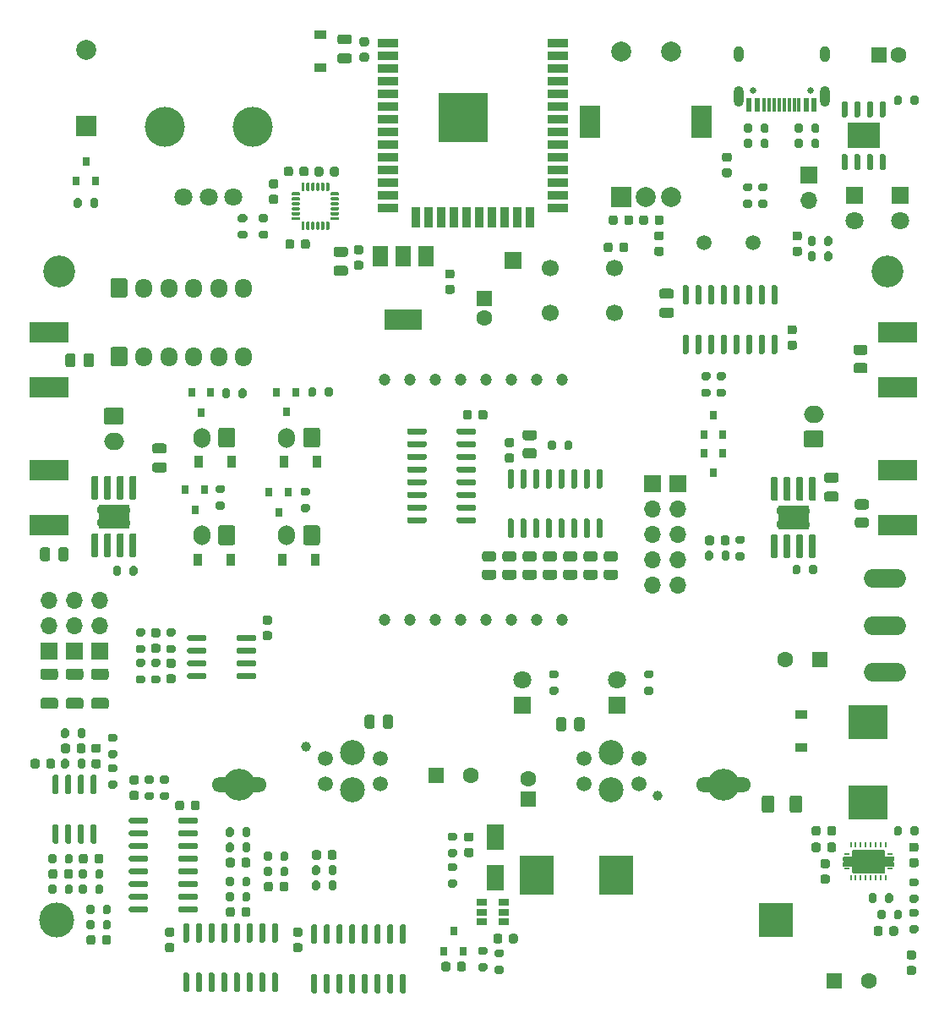
<source format=gbr>
%TF.GenerationSoftware,KiCad,Pcbnew,(5.1.9)-1*%
%TF.CreationDate,2021-03-19T23:07:52+01:00*%
%TF.ProjectId,Sergej_H00,53657267-656a-45f4-9830-302e6b696361,rev?*%
%TF.SameCoordinates,Original*%
%TF.FileFunction,Soldermask,Top*%
%TF.FilePolarity,Negative*%
%FSLAX46Y46*%
G04 Gerber Fmt 4.6, Leading zero omitted, Abs format (unit mm)*
G04 Created by KiCad (PCBNEW (5.1.9)-1) date 2021-03-19 23:07:52*
%MOMM*%
%LPD*%
G01*
G04 APERTURE LIST*
%ADD10C,0.010000*%
%ADD11O,5.500000X1.500000*%
%ADD12O,1.700000X1.700000*%
%ADD13R,1.700000X1.700000*%
%ADD14R,3.500000X3.500000*%
%ADD15C,3.500000*%
%ADD16C,1.500000*%
%ADD17C,1.000000*%
%ADD18C,2.500000*%
%ADD19R,4.000000X2.000000*%
%ADD20C,1.200000*%
%ADD21R,0.600000X1.450000*%
%ADD22R,0.300000X1.450000*%
%ADD23O,1.000000X2.100000*%
%ADD24C,0.650000*%
%ADD25O,1.000000X1.600000*%
%ADD26R,0.900000X1.200000*%
%ADD27R,0.600000X0.240000*%
%ADD28R,0.240000X0.600000*%
%ADD29R,3.050000X2.050000*%
%ADD30C,0.300000*%
%ADD31C,3.200000*%
%ADD32O,4.200000X1.900000*%
%ADD33C,2.000000*%
%ADD34R,2.000000X2.000000*%
%ADD35C,1.600000*%
%ADD36R,1.600000X1.600000*%
%ADD37R,1.200000X0.900000*%
%ADD38O,1.700000X1.950000*%
%ADD39R,1.800000X2.500000*%
%ADD40C,1.800000*%
%ADD41R,1.800000X1.800000*%
%ADD42R,3.200000X2.514000*%
%ADD43R,0.800000X0.900000*%
%ADD44O,1.700000X2.000000*%
%ADD45R,3.500000X4.000000*%
%ADD46R,4.000000X3.500000*%
%ADD47O,2.000000X1.700000*%
%ADD48C,4.000000*%
%ADD49R,2.000000X3.200000*%
%ADD50C,0.770000*%
%ADD51R,3.100000X2.400000*%
%ADD52R,1.500000X2.000000*%
%ADD53R,3.800000X2.000000*%
%ADD54C,1.700000*%
%ADD55R,1.060000X0.650000*%
%ADD56R,2.000000X0.900000*%
%ADD57R,0.900000X2.000000*%
%ADD58R,5.000000X5.000000*%
G04 APERTURE END LIST*
D10*
%TO.C,U5*%
G36*
X86209000Y-83216000D02*
G01*
X86982000Y-83216000D01*
X86989955Y-83216208D01*
X86997888Y-83216833D01*
X87005778Y-83217871D01*
X87013603Y-83219322D01*
X87021340Y-83221179D01*
X87028971Y-83223439D01*
X87036472Y-83226096D01*
X87043824Y-83229141D01*
X87051007Y-83232567D01*
X87058000Y-83236364D01*
X87064785Y-83240522D01*
X87071343Y-83245029D01*
X87077657Y-83249874D01*
X87083708Y-83255042D01*
X87089480Y-83260520D01*
X87094958Y-83266292D01*
X87100126Y-83272343D01*
X87104971Y-83278657D01*
X87109478Y-83285215D01*
X87113636Y-83292000D01*
X87117433Y-83298993D01*
X87120859Y-83306176D01*
X87123904Y-83313528D01*
X87126561Y-83321029D01*
X87128821Y-83328660D01*
X87130678Y-83336397D01*
X87132129Y-83344222D01*
X87133167Y-83352112D01*
X87133792Y-83360045D01*
X87134000Y-83368000D01*
X87134000Y-83468000D01*
X87133792Y-83475955D01*
X87133167Y-83483888D01*
X87132129Y-83491778D01*
X87130678Y-83499603D01*
X87128821Y-83507340D01*
X87126561Y-83514971D01*
X87123904Y-83522472D01*
X87120859Y-83529824D01*
X87117433Y-83537007D01*
X87113636Y-83544000D01*
X87109478Y-83550785D01*
X87104971Y-83557343D01*
X87100126Y-83563657D01*
X87094958Y-83569708D01*
X87089480Y-83575480D01*
X87083708Y-83580958D01*
X87077657Y-83586126D01*
X87071343Y-83590971D01*
X87064785Y-83595478D01*
X87058000Y-83599636D01*
X87051007Y-83603433D01*
X87043824Y-83606859D01*
X87036472Y-83609904D01*
X87028971Y-83612561D01*
X87021340Y-83614821D01*
X87013603Y-83616678D01*
X87005778Y-83618129D01*
X86997888Y-83619167D01*
X86989955Y-83619792D01*
X86982000Y-83620000D01*
X86609000Y-83620000D01*
X86609000Y-83765000D01*
X86609000Y-83766000D01*
X86984000Y-83766000D01*
X86991850Y-83766206D01*
X86999679Y-83766822D01*
X87007465Y-83767847D01*
X87015187Y-83769278D01*
X87022823Y-83771111D01*
X87030353Y-83773342D01*
X87037755Y-83775963D01*
X87045010Y-83778968D01*
X87052099Y-83782349D01*
X87059000Y-83786096D01*
X87065696Y-83790199D01*
X87072168Y-83794647D01*
X87078398Y-83799428D01*
X87084370Y-83804528D01*
X87090066Y-83809934D01*
X87095472Y-83815630D01*
X87100572Y-83821602D01*
X87105353Y-83827832D01*
X87109801Y-83834304D01*
X87113904Y-83841000D01*
X87117651Y-83847901D01*
X87121032Y-83854990D01*
X87124037Y-83862245D01*
X87126658Y-83869647D01*
X87128889Y-83877177D01*
X87130722Y-83884813D01*
X87132153Y-83892535D01*
X87133178Y-83900321D01*
X87133794Y-83908150D01*
X87134000Y-83916000D01*
X87134000Y-84019000D01*
X87133793Y-84026903D01*
X87133173Y-84034784D01*
X87132141Y-84042622D01*
X87130700Y-84050395D01*
X87128855Y-84058082D01*
X87126610Y-84065662D01*
X87123971Y-84073114D01*
X87120945Y-84080417D01*
X87117542Y-84087553D01*
X87113770Y-84094500D01*
X87109639Y-84101240D01*
X87105162Y-84107756D01*
X87100349Y-84114027D01*
X87095215Y-84120039D01*
X87089773Y-84125773D01*
X87084039Y-84131215D01*
X87078027Y-84136349D01*
X87071756Y-84141162D01*
X87065240Y-84145639D01*
X87058500Y-84149770D01*
X87051553Y-84153542D01*
X87044417Y-84156945D01*
X87037114Y-84159971D01*
X87029662Y-84162610D01*
X87022082Y-84164855D01*
X87014395Y-84166700D01*
X87006622Y-84168141D01*
X86998784Y-84169173D01*
X86990903Y-84169793D01*
X86983000Y-84170000D01*
X86209000Y-84170000D01*
X86209000Y-84668000D01*
X86208792Y-84675955D01*
X86208167Y-84683888D01*
X86207129Y-84691778D01*
X86205678Y-84699603D01*
X86203821Y-84707340D01*
X86201561Y-84714971D01*
X86198904Y-84722472D01*
X86195859Y-84729824D01*
X86192433Y-84737007D01*
X86188636Y-84744000D01*
X86184478Y-84750785D01*
X86179971Y-84757343D01*
X86175126Y-84763657D01*
X86169958Y-84769708D01*
X86164480Y-84775480D01*
X86158708Y-84780958D01*
X86152657Y-84786126D01*
X86146343Y-84790971D01*
X86139785Y-84795478D01*
X86133000Y-84799636D01*
X86126007Y-84803433D01*
X86118824Y-84806859D01*
X86111472Y-84809904D01*
X86103971Y-84812561D01*
X86096340Y-84814821D01*
X86088603Y-84816678D01*
X86080778Y-84818129D01*
X86072888Y-84819167D01*
X86064955Y-84819792D01*
X86057000Y-84820000D01*
X83106000Y-84820000D01*
X83098150Y-84819794D01*
X83090321Y-84819178D01*
X83082535Y-84818153D01*
X83074813Y-84816722D01*
X83067177Y-84814889D01*
X83059647Y-84812658D01*
X83052245Y-84810037D01*
X83044990Y-84807032D01*
X83037901Y-84803651D01*
X83031000Y-84799904D01*
X83024304Y-84795801D01*
X83017832Y-84791353D01*
X83011602Y-84786572D01*
X83005630Y-84781472D01*
X82999934Y-84776066D01*
X82994528Y-84770370D01*
X82989428Y-84764398D01*
X82984647Y-84758168D01*
X82980199Y-84751696D01*
X82976096Y-84745000D01*
X82972349Y-84738099D01*
X82968968Y-84731010D01*
X82965963Y-84723755D01*
X82963342Y-84716353D01*
X82961111Y-84708823D01*
X82959278Y-84701187D01*
X82957847Y-84693465D01*
X82956822Y-84685679D01*
X82956206Y-84677850D01*
X82956000Y-84670000D01*
X82956000Y-84171000D01*
X82955999Y-84170948D01*
X82955995Y-84170895D01*
X82955988Y-84170844D01*
X82955978Y-84170792D01*
X82955966Y-84170741D01*
X82955951Y-84170691D01*
X82955934Y-84170642D01*
X82955914Y-84170593D01*
X82955891Y-84170546D01*
X82955866Y-84170500D01*
X82955839Y-84170455D01*
X82955809Y-84170412D01*
X82955777Y-84170371D01*
X82955743Y-84170331D01*
X82955707Y-84170293D01*
X82955669Y-84170257D01*
X82955629Y-84170223D01*
X82955588Y-84170191D01*
X82955545Y-84170161D01*
X82955500Y-84170134D01*
X82955454Y-84170109D01*
X82955407Y-84170086D01*
X82955358Y-84170066D01*
X82955309Y-84170049D01*
X82955259Y-84170034D01*
X82955208Y-84170022D01*
X82955156Y-84170012D01*
X82955105Y-84170005D01*
X82955052Y-84170001D01*
X82955000Y-84170000D01*
X82181000Y-84170000D01*
X82173150Y-84169794D01*
X82165321Y-84169178D01*
X82157535Y-84168153D01*
X82149813Y-84166722D01*
X82142177Y-84164889D01*
X82134647Y-84162658D01*
X82127245Y-84160037D01*
X82119990Y-84157032D01*
X82112901Y-84153651D01*
X82106000Y-84149904D01*
X82099304Y-84145801D01*
X82092832Y-84141353D01*
X82086602Y-84136572D01*
X82080630Y-84131472D01*
X82074934Y-84126066D01*
X82069528Y-84120370D01*
X82064428Y-84114398D01*
X82059647Y-84108168D01*
X82055199Y-84101696D01*
X82051096Y-84095000D01*
X82047349Y-84088099D01*
X82043968Y-84081010D01*
X82040963Y-84073755D01*
X82038342Y-84066353D01*
X82036111Y-84058823D01*
X82034278Y-84051187D01*
X82032847Y-84043465D01*
X82031822Y-84035679D01*
X82031206Y-84027850D01*
X82031000Y-84020000D01*
X82031000Y-83915000D01*
X82031204Y-83907202D01*
X82031816Y-83899425D01*
X82032834Y-83891691D01*
X82034256Y-83884021D01*
X82036077Y-83876436D01*
X82038293Y-83868956D01*
X82040897Y-83861603D01*
X82043882Y-83854396D01*
X82047240Y-83847355D01*
X82050962Y-83840500D01*
X82055038Y-83833849D01*
X82059456Y-83827420D01*
X82064205Y-83821231D01*
X82069271Y-83815300D01*
X82074641Y-83809641D01*
X82080300Y-83804271D01*
X82086231Y-83799205D01*
X82092420Y-83794456D01*
X82098849Y-83790038D01*
X82105500Y-83785962D01*
X82112355Y-83782240D01*
X82119396Y-83778882D01*
X82126603Y-83775897D01*
X82133956Y-83773293D01*
X82141436Y-83771077D01*
X82149021Y-83769256D01*
X82156691Y-83767834D01*
X82164425Y-83766816D01*
X82172202Y-83766204D01*
X82180000Y-83766000D01*
X82555000Y-83766000D01*
X82555000Y-83621000D01*
X82554999Y-83620948D01*
X82554995Y-83620895D01*
X82554988Y-83620844D01*
X82554978Y-83620792D01*
X82554966Y-83620741D01*
X82554951Y-83620691D01*
X82554934Y-83620642D01*
X82554914Y-83620593D01*
X82554891Y-83620546D01*
X82554866Y-83620500D01*
X82554839Y-83620455D01*
X82554809Y-83620412D01*
X82554777Y-83620371D01*
X82554743Y-83620331D01*
X82554707Y-83620293D01*
X82554669Y-83620257D01*
X82554629Y-83620223D01*
X82554588Y-83620191D01*
X82554545Y-83620161D01*
X82554500Y-83620134D01*
X82554454Y-83620109D01*
X82554407Y-83620086D01*
X82554358Y-83620066D01*
X82554309Y-83620049D01*
X82554259Y-83620034D01*
X82554208Y-83620022D01*
X82554156Y-83620012D01*
X82554105Y-83620005D01*
X82554052Y-83620001D01*
X82554000Y-83620000D01*
X82181000Y-83620000D01*
X82173150Y-83619794D01*
X82165321Y-83619178D01*
X82157535Y-83618153D01*
X82149813Y-83616722D01*
X82142177Y-83614889D01*
X82134647Y-83612658D01*
X82127245Y-83610037D01*
X82119990Y-83607032D01*
X82112901Y-83603651D01*
X82106000Y-83599904D01*
X82099304Y-83595801D01*
X82092832Y-83591353D01*
X82086602Y-83586572D01*
X82080630Y-83581472D01*
X82074934Y-83576066D01*
X82069528Y-83570370D01*
X82064428Y-83564398D01*
X82059647Y-83558168D01*
X82055199Y-83551696D01*
X82051096Y-83545000D01*
X82047349Y-83538099D01*
X82043968Y-83531010D01*
X82040963Y-83523755D01*
X82038342Y-83516353D01*
X82036111Y-83508823D01*
X82034278Y-83501187D01*
X82032847Y-83493465D01*
X82031822Y-83485679D01*
X82031206Y-83477850D01*
X82031000Y-83470000D01*
X82031000Y-83364000D01*
X82031203Y-83356254D01*
X82031811Y-83348530D01*
X82032822Y-83340848D01*
X82034234Y-83333229D01*
X82036043Y-83325695D01*
X82038244Y-83318265D01*
X82040830Y-83310962D01*
X82043795Y-83303803D01*
X82047131Y-83296809D01*
X82050828Y-83290000D01*
X82054877Y-83283393D01*
X82059265Y-83277008D01*
X82063982Y-83270861D01*
X82069015Y-83264969D01*
X82074348Y-83259348D01*
X82079969Y-83254015D01*
X82085861Y-83248982D01*
X82092008Y-83244265D01*
X82098393Y-83239877D01*
X82105000Y-83235828D01*
X82111809Y-83232131D01*
X82118803Y-83228795D01*
X82125962Y-83225830D01*
X82133265Y-83223244D01*
X82140695Y-83221043D01*
X82148229Y-83219234D01*
X82155848Y-83217822D01*
X82163530Y-83216811D01*
X82171254Y-83216203D01*
X82179000Y-83216000D01*
X82955000Y-83216000D01*
X82955000Y-82718000D01*
X82955208Y-82710045D01*
X82955833Y-82702112D01*
X82956871Y-82694222D01*
X82958322Y-82686397D01*
X82960179Y-82678660D01*
X82962439Y-82671029D01*
X82965096Y-82663528D01*
X82968141Y-82656176D01*
X82971567Y-82648993D01*
X82975364Y-82642000D01*
X82979522Y-82635215D01*
X82984029Y-82628657D01*
X82988874Y-82622343D01*
X82994042Y-82616292D01*
X82999520Y-82610520D01*
X83005292Y-82605042D01*
X83011343Y-82599874D01*
X83017657Y-82595029D01*
X83024215Y-82590522D01*
X83031000Y-82586364D01*
X83037993Y-82582567D01*
X83045176Y-82579141D01*
X83052528Y-82576096D01*
X83060029Y-82573439D01*
X83067660Y-82571179D01*
X83075397Y-82569322D01*
X83083222Y-82567871D01*
X83091112Y-82566833D01*
X83099045Y-82566208D01*
X83107000Y-82566000D01*
X86056000Y-82566000D01*
X86063955Y-82566208D01*
X86071888Y-82566833D01*
X86079778Y-82567871D01*
X86087603Y-82569322D01*
X86095340Y-82571179D01*
X86102971Y-82573439D01*
X86110472Y-82576096D01*
X86117824Y-82579141D01*
X86125007Y-82582567D01*
X86132000Y-82586364D01*
X86138785Y-82590522D01*
X86145343Y-82595029D01*
X86151657Y-82599874D01*
X86157708Y-82605042D01*
X86163480Y-82610520D01*
X86168958Y-82616292D01*
X86174126Y-82622343D01*
X86178971Y-82628657D01*
X86183478Y-82635215D01*
X86187636Y-82642000D01*
X86191433Y-82648993D01*
X86194859Y-82656176D01*
X86197904Y-82663528D01*
X86200561Y-82671029D01*
X86202821Y-82678660D01*
X86204678Y-82686397D01*
X86206129Y-82694222D01*
X86207167Y-82702112D01*
X86207792Y-82710045D01*
X86208000Y-82718000D01*
X86208000Y-83215000D01*
X86208001Y-83215052D01*
X86208005Y-83215105D01*
X86208012Y-83215156D01*
X86208022Y-83215208D01*
X86208034Y-83215259D01*
X86208049Y-83215309D01*
X86208066Y-83215358D01*
X86208086Y-83215407D01*
X86208109Y-83215454D01*
X86208134Y-83215500D01*
X86208161Y-83215545D01*
X86208191Y-83215588D01*
X86208223Y-83215629D01*
X86208257Y-83215669D01*
X86208293Y-83215707D01*
X86208331Y-83215743D01*
X86208371Y-83215777D01*
X86208412Y-83215809D01*
X86208455Y-83215839D01*
X86208500Y-83215866D01*
X86208546Y-83215891D01*
X86208593Y-83215914D01*
X86208642Y-83215934D01*
X86208691Y-83215951D01*
X86208741Y-83215966D01*
X86208792Y-83215978D01*
X86208844Y-83215988D01*
X86208895Y-83215995D01*
X86208948Y-83215999D01*
X86209000Y-83216000D01*
G37*
X86209000Y-83216000D02*
X86982000Y-83216000D01*
X86989955Y-83216208D01*
X86997888Y-83216833D01*
X87005778Y-83217871D01*
X87013603Y-83219322D01*
X87021340Y-83221179D01*
X87028971Y-83223439D01*
X87036472Y-83226096D01*
X87043824Y-83229141D01*
X87051007Y-83232567D01*
X87058000Y-83236364D01*
X87064785Y-83240522D01*
X87071343Y-83245029D01*
X87077657Y-83249874D01*
X87083708Y-83255042D01*
X87089480Y-83260520D01*
X87094958Y-83266292D01*
X87100126Y-83272343D01*
X87104971Y-83278657D01*
X87109478Y-83285215D01*
X87113636Y-83292000D01*
X87117433Y-83298993D01*
X87120859Y-83306176D01*
X87123904Y-83313528D01*
X87126561Y-83321029D01*
X87128821Y-83328660D01*
X87130678Y-83336397D01*
X87132129Y-83344222D01*
X87133167Y-83352112D01*
X87133792Y-83360045D01*
X87134000Y-83368000D01*
X87134000Y-83468000D01*
X87133792Y-83475955D01*
X87133167Y-83483888D01*
X87132129Y-83491778D01*
X87130678Y-83499603D01*
X87128821Y-83507340D01*
X87126561Y-83514971D01*
X87123904Y-83522472D01*
X87120859Y-83529824D01*
X87117433Y-83537007D01*
X87113636Y-83544000D01*
X87109478Y-83550785D01*
X87104971Y-83557343D01*
X87100126Y-83563657D01*
X87094958Y-83569708D01*
X87089480Y-83575480D01*
X87083708Y-83580958D01*
X87077657Y-83586126D01*
X87071343Y-83590971D01*
X87064785Y-83595478D01*
X87058000Y-83599636D01*
X87051007Y-83603433D01*
X87043824Y-83606859D01*
X87036472Y-83609904D01*
X87028971Y-83612561D01*
X87021340Y-83614821D01*
X87013603Y-83616678D01*
X87005778Y-83618129D01*
X86997888Y-83619167D01*
X86989955Y-83619792D01*
X86982000Y-83620000D01*
X86609000Y-83620000D01*
X86609000Y-83765000D01*
X86609000Y-83766000D01*
X86984000Y-83766000D01*
X86991850Y-83766206D01*
X86999679Y-83766822D01*
X87007465Y-83767847D01*
X87015187Y-83769278D01*
X87022823Y-83771111D01*
X87030353Y-83773342D01*
X87037755Y-83775963D01*
X87045010Y-83778968D01*
X87052099Y-83782349D01*
X87059000Y-83786096D01*
X87065696Y-83790199D01*
X87072168Y-83794647D01*
X87078398Y-83799428D01*
X87084370Y-83804528D01*
X87090066Y-83809934D01*
X87095472Y-83815630D01*
X87100572Y-83821602D01*
X87105353Y-83827832D01*
X87109801Y-83834304D01*
X87113904Y-83841000D01*
X87117651Y-83847901D01*
X87121032Y-83854990D01*
X87124037Y-83862245D01*
X87126658Y-83869647D01*
X87128889Y-83877177D01*
X87130722Y-83884813D01*
X87132153Y-83892535D01*
X87133178Y-83900321D01*
X87133794Y-83908150D01*
X87134000Y-83916000D01*
X87134000Y-84019000D01*
X87133793Y-84026903D01*
X87133173Y-84034784D01*
X87132141Y-84042622D01*
X87130700Y-84050395D01*
X87128855Y-84058082D01*
X87126610Y-84065662D01*
X87123971Y-84073114D01*
X87120945Y-84080417D01*
X87117542Y-84087553D01*
X87113770Y-84094500D01*
X87109639Y-84101240D01*
X87105162Y-84107756D01*
X87100349Y-84114027D01*
X87095215Y-84120039D01*
X87089773Y-84125773D01*
X87084039Y-84131215D01*
X87078027Y-84136349D01*
X87071756Y-84141162D01*
X87065240Y-84145639D01*
X87058500Y-84149770D01*
X87051553Y-84153542D01*
X87044417Y-84156945D01*
X87037114Y-84159971D01*
X87029662Y-84162610D01*
X87022082Y-84164855D01*
X87014395Y-84166700D01*
X87006622Y-84168141D01*
X86998784Y-84169173D01*
X86990903Y-84169793D01*
X86983000Y-84170000D01*
X86209000Y-84170000D01*
X86209000Y-84668000D01*
X86208792Y-84675955D01*
X86208167Y-84683888D01*
X86207129Y-84691778D01*
X86205678Y-84699603D01*
X86203821Y-84707340D01*
X86201561Y-84714971D01*
X86198904Y-84722472D01*
X86195859Y-84729824D01*
X86192433Y-84737007D01*
X86188636Y-84744000D01*
X86184478Y-84750785D01*
X86179971Y-84757343D01*
X86175126Y-84763657D01*
X86169958Y-84769708D01*
X86164480Y-84775480D01*
X86158708Y-84780958D01*
X86152657Y-84786126D01*
X86146343Y-84790971D01*
X86139785Y-84795478D01*
X86133000Y-84799636D01*
X86126007Y-84803433D01*
X86118824Y-84806859D01*
X86111472Y-84809904D01*
X86103971Y-84812561D01*
X86096340Y-84814821D01*
X86088603Y-84816678D01*
X86080778Y-84818129D01*
X86072888Y-84819167D01*
X86064955Y-84819792D01*
X86057000Y-84820000D01*
X83106000Y-84820000D01*
X83098150Y-84819794D01*
X83090321Y-84819178D01*
X83082535Y-84818153D01*
X83074813Y-84816722D01*
X83067177Y-84814889D01*
X83059647Y-84812658D01*
X83052245Y-84810037D01*
X83044990Y-84807032D01*
X83037901Y-84803651D01*
X83031000Y-84799904D01*
X83024304Y-84795801D01*
X83017832Y-84791353D01*
X83011602Y-84786572D01*
X83005630Y-84781472D01*
X82999934Y-84776066D01*
X82994528Y-84770370D01*
X82989428Y-84764398D01*
X82984647Y-84758168D01*
X82980199Y-84751696D01*
X82976096Y-84745000D01*
X82972349Y-84738099D01*
X82968968Y-84731010D01*
X82965963Y-84723755D01*
X82963342Y-84716353D01*
X82961111Y-84708823D01*
X82959278Y-84701187D01*
X82957847Y-84693465D01*
X82956822Y-84685679D01*
X82956206Y-84677850D01*
X82956000Y-84670000D01*
X82956000Y-84171000D01*
X82955999Y-84170948D01*
X82955995Y-84170895D01*
X82955988Y-84170844D01*
X82955978Y-84170792D01*
X82955966Y-84170741D01*
X82955951Y-84170691D01*
X82955934Y-84170642D01*
X82955914Y-84170593D01*
X82955891Y-84170546D01*
X82955866Y-84170500D01*
X82955839Y-84170455D01*
X82955809Y-84170412D01*
X82955777Y-84170371D01*
X82955743Y-84170331D01*
X82955707Y-84170293D01*
X82955669Y-84170257D01*
X82955629Y-84170223D01*
X82955588Y-84170191D01*
X82955545Y-84170161D01*
X82955500Y-84170134D01*
X82955454Y-84170109D01*
X82955407Y-84170086D01*
X82955358Y-84170066D01*
X82955309Y-84170049D01*
X82955259Y-84170034D01*
X82955208Y-84170022D01*
X82955156Y-84170012D01*
X82955105Y-84170005D01*
X82955052Y-84170001D01*
X82955000Y-84170000D01*
X82181000Y-84170000D01*
X82173150Y-84169794D01*
X82165321Y-84169178D01*
X82157535Y-84168153D01*
X82149813Y-84166722D01*
X82142177Y-84164889D01*
X82134647Y-84162658D01*
X82127245Y-84160037D01*
X82119990Y-84157032D01*
X82112901Y-84153651D01*
X82106000Y-84149904D01*
X82099304Y-84145801D01*
X82092832Y-84141353D01*
X82086602Y-84136572D01*
X82080630Y-84131472D01*
X82074934Y-84126066D01*
X82069528Y-84120370D01*
X82064428Y-84114398D01*
X82059647Y-84108168D01*
X82055199Y-84101696D01*
X82051096Y-84095000D01*
X82047349Y-84088099D01*
X82043968Y-84081010D01*
X82040963Y-84073755D01*
X82038342Y-84066353D01*
X82036111Y-84058823D01*
X82034278Y-84051187D01*
X82032847Y-84043465D01*
X82031822Y-84035679D01*
X82031206Y-84027850D01*
X82031000Y-84020000D01*
X82031000Y-83915000D01*
X82031204Y-83907202D01*
X82031816Y-83899425D01*
X82032834Y-83891691D01*
X82034256Y-83884021D01*
X82036077Y-83876436D01*
X82038293Y-83868956D01*
X82040897Y-83861603D01*
X82043882Y-83854396D01*
X82047240Y-83847355D01*
X82050962Y-83840500D01*
X82055038Y-83833849D01*
X82059456Y-83827420D01*
X82064205Y-83821231D01*
X82069271Y-83815300D01*
X82074641Y-83809641D01*
X82080300Y-83804271D01*
X82086231Y-83799205D01*
X82092420Y-83794456D01*
X82098849Y-83790038D01*
X82105500Y-83785962D01*
X82112355Y-83782240D01*
X82119396Y-83778882D01*
X82126603Y-83775897D01*
X82133956Y-83773293D01*
X82141436Y-83771077D01*
X82149021Y-83769256D01*
X82156691Y-83767834D01*
X82164425Y-83766816D01*
X82172202Y-83766204D01*
X82180000Y-83766000D01*
X82555000Y-83766000D01*
X82555000Y-83621000D01*
X82554999Y-83620948D01*
X82554995Y-83620895D01*
X82554988Y-83620844D01*
X82554978Y-83620792D01*
X82554966Y-83620741D01*
X82554951Y-83620691D01*
X82554934Y-83620642D01*
X82554914Y-83620593D01*
X82554891Y-83620546D01*
X82554866Y-83620500D01*
X82554839Y-83620455D01*
X82554809Y-83620412D01*
X82554777Y-83620371D01*
X82554743Y-83620331D01*
X82554707Y-83620293D01*
X82554669Y-83620257D01*
X82554629Y-83620223D01*
X82554588Y-83620191D01*
X82554545Y-83620161D01*
X82554500Y-83620134D01*
X82554454Y-83620109D01*
X82554407Y-83620086D01*
X82554358Y-83620066D01*
X82554309Y-83620049D01*
X82554259Y-83620034D01*
X82554208Y-83620022D01*
X82554156Y-83620012D01*
X82554105Y-83620005D01*
X82554052Y-83620001D01*
X82554000Y-83620000D01*
X82181000Y-83620000D01*
X82173150Y-83619794D01*
X82165321Y-83619178D01*
X82157535Y-83618153D01*
X82149813Y-83616722D01*
X82142177Y-83614889D01*
X82134647Y-83612658D01*
X82127245Y-83610037D01*
X82119990Y-83607032D01*
X82112901Y-83603651D01*
X82106000Y-83599904D01*
X82099304Y-83595801D01*
X82092832Y-83591353D01*
X82086602Y-83586572D01*
X82080630Y-83581472D01*
X82074934Y-83576066D01*
X82069528Y-83570370D01*
X82064428Y-83564398D01*
X82059647Y-83558168D01*
X82055199Y-83551696D01*
X82051096Y-83545000D01*
X82047349Y-83538099D01*
X82043968Y-83531010D01*
X82040963Y-83523755D01*
X82038342Y-83516353D01*
X82036111Y-83508823D01*
X82034278Y-83501187D01*
X82032847Y-83493465D01*
X82031822Y-83485679D01*
X82031206Y-83477850D01*
X82031000Y-83470000D01*
X82031000Y-83364000D01*
X82031203Y-83356254D01*
X82031811Y-83348530D01*
X82032822Y-83340848D01*
X82034234Y-83333229D01*
X82036043Y-83325695D01*
X82038244Y-83318265D01*
X82040830Y-83310962D01*
X82043795Y-83303803D01*
X82047131Y-83296809D01*
X82050828Y-83290000D01*
X82054877Y-83283393D01*
X82059265Y-83277008D01*
X82063982Y-83270861D01*
X82069015Y-83264969D01*
X82074348Y-83259348D01*
X82079969Y-83254015D01*
X82085861Y-83248982D01*
X82092008Y-83244265D01*
X82098393Y-83239877D01*
X82105000Y-83235828D01*
X82111809Y-83232131D01*
X82118803Y-83228795D01*
X82125962Y-83225830D01*
X82133265Y-83223244D01*
X82140695Y-83221043D01*
X82148229Y-83219234D01*
X82155848Y-83217822D01*
X82163530Y-83216811D01*
X82171254Y-83216203D01*
X82179000Y-83216000D01*
X82955000Y-83216000D01*
X82955000Y-82718000D01*
X82955208Y-82710045D01*
X82955833Y-82702112D01*
X82956871Y-82694222D01*
X82958322Y-82686397D01*
X82960179Y-82678660D01*
X82962439Y-82671029D01*
X82965096Y-82663528D01*
X82968141Y-82656176D01*
X82971567Y-82648993D01*
X82975364Y-82642000D01*
X82979522Y-82635215D01*
X82984029Y-82628657D01*
X82988874Y-82622343D01*
X82994042Y-82616292D01*
X82999520Y-82610520D01*
X83005292Y-82605042D01*
X83011343Y-82599874D01*
X83017657Y-82595029D01*
X83024215Y-82590522D01*
X83031000Y-82586364D01*
X83037993Y-82582567D01*
X83045176Y-82579141D01*
X83052528Y-82576096D01*
X83060029Y-82573439D01*
X83067660Y-82571179D01*
X83075397Y-82569322D01*
X83083222Y-82567871D01*
X83091112Y-82566833D01*
X83099045Y-82566208D01*
X83107000Y-82566000D01*
X86056000Y-82566000D01*
X86063955Y-82566208D01*
X86071888Y-82566833D01*
X86079778Y-82567871D01*
X86087603Y-82569322D01*
X86095340Y-82571179D01*
X86102971Y-82573439D01*
X86110472Y-82576096D01*
X86117824Y-82579141D01*
X86125007Y-82582567D01*
X86132000Y-82586364D01*
X86138785Y-82590522D01*
X86145343Y-82595029D01*
X86151657Y-82599874D01*
X86157708Y-82605042D01*
X86163480Y-82610520D01*
X86168958Y-82616292D01*
X86174126Y-82622343D01*
X86178971Y-82628657D01*
X86183478Y-82635215D01*
X86187636Y-82642000D01*
X86191433Y-82648993D01*
X86194859Y-82656176D01*
X86197904Y-82663528D01*
X86200561Y-82671029D01*
X86202821Y-82678660D01*
X86204678Y-82686397D01*
X86206129Y-82694222D01*
X86207167Y-82702112D01*
X86207792Y-82710045D01*
X86208000Y-82718000D01*
X86208000Y-83215000D01*
X86208001Y-83215052D01*
X86208005Y-83215105D01*
X86208012Y-83215156D01*
X86208022Y-83215208D01*
X86208034Y-83215259D01*
X86208049Y-83215309D01*
X86208066Y-83215358D01*
X86208086Y-83215407D01*
X86208109Y-83215454D01*
X86208134Y-83215500D01*
X86208161Y-83215545D01*
X86208191Y-83215588D01*
X86208223Y-83215629D01*
X86208257Y-83215669D01*
X86208293Y-83215707D01*
X86208331Y-83215743D01*
X86208371Y-83215777D01*
X86208412Y-83215809D01*
X86208455Y-83215839D01*
X86208500Y-83215866D01*
X86208546Y-83215891D01*
X86208593Y-83215914D01*
X86208642Y-83215934D01*
X86208691Y-83215951D01*
X86208741Y-83215966D01*
X86208792Y-83215978D01*
X86208844Y-83215988D01*
X86208895Y-83215995D01*
X86208948Y-83215999D01*
X86209000Y-83216000D01*
%TD*%
D11*
%TO.C,H6*%
X70100000Y-76000000D03*
%TD*%
%TO.C,H5*%
X21600000Y-76000000D03*
%TD*%
%TO.C,R75*%
G36*
G01*
X7068000Y-89768000D02*
X7068000Y-90318000D01*
G75*
G02*
X6868000Y-90518000I-200000J0D01*
G01*
X6468000Y-90518000D01*
G75*
G02*
X6268000Y-90318000I0J200000D01*
G01*
X6268000Y-89768000D01*
G75*
G02*
X6468000Y-89568000I200000J0D01*
G01*
X6868000Y-89568000D01*
G75*
G02*
X7068000Y-89768000I0J-200000D01*
G01*
G37*
G36*
G01*
X8718000Y-89768000D02*
X8718000Y-90318000D01*
G75*
G02*
X8518000Y-90518000I-200000J0D01*
G01*
X8118000Y-90518000D01*
G75*
G02*
X7918000Y-90318000I0J200000D01*
G01*
X7918000Y-89768000D01*
G75*
G02*
X8118000Y-89568000I200000J0D01*
G01*
X8518000Y-89568000D01*
G75*
G02*
X8718000Y-89768000I0J-200000D01*
G01*
G37*
%TD*%
%TO.C,R74*%
G36*
G01*
X12848000Y-75902000D02*
X12298000Y-75902000D01*
G75*
G02*
X12098000Y-75702000I0J200000D01*
G01*
X12098000Y-75302000D01*
G75*
G02*
X12298000Y-75102000I200000J0D01*
G01*
X12848000Y-75102000D01*
G75*
G02*
X13048000Y-75302000I0J-200000D01*
G01*
X13048000Y-75702000D01*
G75*
G02*
X12848000Y-75902000I-200000J0D01*
G01*
G37*
G36*
G01*
X12848000Y-77552000D02*
X12298000Y-77552000D01*
G75*
G02*
X12098000Y-77352000I0J200000D01*
G01*
X12098000Y-76952000D01*
G75*
G02*
X12298000Y-76752000I200000J0D01*
G01*
X12848000Y-76752000D01*
G75*
G02*
X13048000Y-76952000I0J-200000D01*
G01*
X13048000Y-77352000D01*
G75*
G02*
X12848000Y-77552000I-200000J0D01*
G01*
G37*
%TD*%
%TO.C,R73*%
G36*
G01*
X21888000Y-87524000D02*
X21888000Y-86974000D01*
G75*
G02*
X22088000Y-86774000I200000J0D01*
G01*
X22488000Y-86774000D01*
G75*
G02*
X22688000Y-86974000I0J-200000D01*
G01*
X22688000Y-87524000D01*
G75*
G02*
X22488000Y-87724000I-200000J0D01*
G01*
X22088000Y-87724000D01*
G75*
G02*
X21888000Y-87524000I0J200000D01*
G01*
G37*
G36*
G01*
X20238000Y-87524000D02*
X20238000Y-86974000D01*
G75*
G02*
X20438000Y-86774000I200000J0D01*
G01*
X20838000Y-86774000D01*
G75*
G02*
X21038000Y-86974000I0J-200000D01*
G01*
X21038000Y-87524000D01*
G75*
G02*
X20838000Y-87724000I-200000J0D01*
G01*
X20438000Y-87724000D01*
G75*
G02*
X20238000Y-87524000I0J200000D01*
G01*
G37*
%TD*%
%TO.C,R72*%
G36*
G01*
X30524000Y-84857000D02*
X30524000Y-84307000D01*
G75*
G02*
X30724000Y-84107000I200000J0D01*
G01*
X31124000Y-84107000D01*
G75*
G02*
X31324000Y-84307000I0J-200000D01*
G01*
X31324000Y-84857000D01*
G75*
G02*
X31124000Y-85057000I-200000J0D01*
G01*
X30724000Y-85057000D01*
G75*
G02*
X30524000Y-84857000I0J200000D01*
G01*
G37*
G36*
G01*
X28874000Y-84857000D02*
X28874000Y-84307000D01*
G75*
G02*
X29074000Y-84107000I200000J0D01*
G01*
X29474000Y-84107000D01*
G75*
G02*
X29674000Y-84307000I0J-200000D01*
G01*
X29674000Y-84857000D01*
G75*
G02*
X29474000Y-85057000I-200000J0D01*
G01*
X29074000Y-85057000D01*
G75*
G02*
X28874000Y-84857000I0J200000D01*
G01*
G37*
%TD*%
%TO.C,R71*%
G36*
G01*
X21888000Y-82571000D02*
X21888000Y-82021000D01*
G75*
G02*
X22088000Y-81821000I200000J0D01*
G01*
X22488000Y-81821000D01*
G75*
G02*
X22688000Y-82021000I0J-200000D01*
G01*
X22688000Y-82571000D01*
G75*
G02*
X22488000Y-82771000I-200000J0D01*
G01*
X22088000Y-82771000D01*
G75*
G02*
X21888000Y-82571000I0J200000D01*
G01*
G37*
G36*
G01*
X20238000Y-82571000D02*
X20238000Y-82021000D01*
G75*
G02*
X20438000Y-81821000I200000J0D01*
G01*
X20838000Y-81821000D01*
G75*
G02*
X21038000Y-82021000I0J-200000D01*
G01*
X21038000Y-82571000D01*
G75*
G02*
X20838000Y-82771000I-200000J0D01*
G01*
X20438000Y-82771000D01*
G75*
G02*
X20238000Y-82571000I0J200000D01*
G01*
G37*
%TD*%
%TO.C,R70*%
G36*
G01*
X25698000Y-84984000D02*
X25698000Y-84434000D01*
G75*
G02*
X25898000Y-84234000I200000J0D01*
G01*
X26298000Y-84234000D01*
G75*
G02*
X26498000Y-84434000I0J-200000D01*
G01*
X26498000Y-84984000D01*
G75*
G02*
X26298000Y-85184000I-200000J0D01*
G01*
X25898000Y-85184000D01*
G75*
G02*
X25698000Y-84984000I0J200000D01*
G01*
G37*
G36*
G01*
X24048000Y-84984000D02*
X24048000Y-84434000D01*
G75*
G02*
X24248000Y-84234000I200000J0D01*
G01*
X24648000Y-84234000D01*
G75*
G02*
X24848000Y-84434000I0J-200000D01*
G01*
X24848000Y-84984000D01*
G75*
G02*
X24648000Y-85184000I-200000J0D01*
G01*
X24248000Y-85184000D01*
G75*
G02*
X24048000Y-84984000I0J200000D01*
G01*
G37*
%TD*%
D12*
%TO.C,J16*%
X78613000Y-17526000D03*
D13*
X78613000Y-14986000D03*
%TD*%
%TO.C,J6*%
X49022000Y-23495000D03*
%TD*%
%TO.C,C21*%
G36*
G01*
X7168000Y-91317000D02*
X7168000Y-91817000D01*
G75*
G02*
X6943000Y-92042000I-225000J0D01*
G01*
X6493000Y-92042000D01*
G75*
G02*
X6268000Y-91817000I0J225000D01*
G01*
X6268000Y-91317000D01*
G75*
G02*
X6493000Y-91092000I225000J0D01*
G01*
X6943000Y-91092000D01*
G75*
G02*
X7168000Y-91317000I0J-225000D01*
G01*
G37*
G36*
G01*
X8718000Y-91317000D02*
X8718000Y-91817000D01*
G75*
G02*
X8493000Y-92042000I-225000J0D01*
G01*
X8043000Y-92042000D01*
G75*
G02*
X7818000Y-91817000I0J225000D01*
G01*
X7818000Y-91317000D01*
G75*
G02*
X8043000Y-91092000I225000J0D01*
G01*
X8493000Y-91092000D01*
G75*
G02*
X8718000Y-91317000I0J-225000D01*
G01*
G37*
%TD*%
%TO.C,C20*%
G36*
G01*
X11299000Y-76002000D02*
X10799000Y-76002000D01*
G75*
G02*
X10574000Y-75777000I0J225000D01*
G01*
X10574000Y-75327000D01*
G75*
G02*
X10799000Y-75102000I225000J0D01*
G01*
X11299000Y-75102000D01*
G75*
G02*
X11524000Y-75327000I0J-225000D01*
G01*
X11524000Y-75777000D01*
G75*
G02*
X11299000Y-76002000I-225000J0D01*
G01*
G37*
G36*
G01*
X11299000Y-77552000D02*
X10799000Y-77552000D01*
G75*
G02*
X10574000Y-77327000I0J225000D01*
G01*
X10574000Y-76877000D01*
G75*
G02*
X10799000Y-76652000I225000J0D01*
G01*
X11299000Y-76652000D01*
G75*
G02*
X11524000Y-76877000I0J-225000D01*
G01*
X11524000Y-77327000D01*
G75*
G02*
X11299000Y-77552000I-225000J0D01*
G01*
G37*
%TD*%
%TO.C,C19*%
G36*
G01*
X21788000Y-89023000D02*
X21788000Y-88523000D01*
G75*
G02*
X22013000Y-88298000I225000J0D01*
G01*
X22463000Y-88298000D01*
G75*
G02*
X22688000Y-88523000I0J-225000D01*
G01*
X22688000Y-89023000D01*
G75*
G02*
X22463000Y-89248000I-225000J0D01*
G01*
X22013000Y-89248000D01*
G75*
G02*
X21788000Y-89023000I0J225000D01*
G01*
G37*
G36*
G01*
X20238000Y-89023000D02*
X20238000Y-88523000D01*
G75*
G02*
X20463000Y-88298000I225000J0D01*
G01*
X20913000Y-88298000D01*
G75*
G02*
X21138000Y-88523000I0J-225000D01*
G01*
X21138000Y-89023000D01*
G75*
G02*
X20913000Y-89248000I-225000J0D01*
G01*
X20463000Y-89248000D01*
G75*
G02*
X20238000Y-89023000I0J225000D01*
G01*
G37*
%TD*%
%TO.C,C18*%
G36*
G01*
X30424000Y-83308000D02*
X30424000Y-82808000D01*
G75*
G02*
X30649000Y-82583000I225000J0D01*
G01*
X31099000Y-82583000D01*
G75*
G02*
X31324000Y-82808000I0J-225000D01*
G01*
X31324000Y-83308000D01*
G75*
G02*
X31099000Y-83533000I-225000J0D01*
G01*
X30649000Y-83533000D01*
G75*
G02*
X30424000Y-83308000I0J225000D01*
G01*
G37*
G36*
G01*
X28874000Y-83308000D02*
X28874000Y-82808000D01*
G75*
G02*
X29099000Y-82583000I225000J0D01*
G01*
X29549000Y-82583000D01*
G75*
G02*
X29774000Y-82808000I0J-225000D01*
G01*
X29774000Y-83308000D01*
G75*
G02*
X29549000Y-83533000I-225000J0D01*
G01*
X29099000Y-83533000D01*
G75*
G02*
X28874000Y-83308000I0J225000D01*
G01*
G37*
%TD*%
%TO.C,C17*%
G36*
G01*
X21788000Y-84070000D02*
X21788000Y-83570000D01*
G75*
G02*
X22013000Y-83345000I225000J0D01*
G01*
X22463000Y-83345000D01*
G75*
G02*
X22688000Y-83570000I0J-225000D01*
G01*
X22688000Y-84070000D01*
G75*
G02*
X22463000Y-84295000I-225000J0D01*
G01*
X22013000Y-84295000D01*
G75*
G02*
X21788000Y-84070000I0J225000D01*
G01*
G37*
G36*
G01*
X20238000Y-84070000D02*
X20238000Y-83570000D01*
G75*
G02*
X20463000Y-83345000I225000J0D01*
G01*
X20913000Y-83345000D01*
G75*
G02*
X21138000Y-83570000I0J-225000D01*
G01*
X21138000Y-84070000D01*
G75*
G02*
X20913000Y-84295000I-225000J0D01*
G01*
X20463000Y-84295000D01*
G75*
G02*
X20238000Y-84070000I0J225000D01*
G01*
G37*
%TD*%
%TO.C,C16*%
G36*
G01*
X25598000Y-86483000D02*
X25598000Y-85983000D01*
G75*
G02*
X25823000Y-85758000I225000J0D01*
G01*
X26273000Y-85758000D01*
G75*
G02*
X26498000Y-85983000I0J-225000D01*
G01*
X26498000Y-86483000D01*
G75*
G02*
X26273000Y-86708000I-225000J0D01*
G01*
X25823000Y-86708000D01*
G75*
G02*
X25598000Y-86483000I0J225000D01*
G01*
G37*
G36*
G01*
X24048000Y-86483000D02*
X24048000Y-85983000D01*
G75*
G02*
X24273000Y-85758000I225000J0D01*
G01*
X24723000Y-85758000D01*
G75*
G02*
X24948000Y-85983000I0J-225000D01*
G01*
X24948000Y-86483000D01*
G75*
G02*
X24723000Y-86708000I-225000J0D01*
G01*
X24273000Y-86708000D01*
G75*
G02*
X24048000Y-86483000I0J225000D01*
G01*
G37*
%TD*%
D14*
%TO.C,BT1*%
X75311000Y-89535000D03*
D15*
X3311000Y-89535000D03*
%TD*%
D16*
%TO.C,U8*%
X61598000Y-73406000D03*
X61598000Y-75946000D03*
X56098000Y-73406000D03*
X56098000Y-75946000D03*
D17*
X63498000Y-77126000D03*
D18*
X58848000Y-76576000D03*
X58848000Y-72776000D03*
%TD*%
D16*
%TO.C,U7*%
X30190000Y-75946000D03*
X30190000Y-73406000D03*
X35690000Y-75946000D03*
X35690000Y-73406000D03*
D17*
X28290000Y-72226000D03*
D18*
X32940000Y-72776000D03*
X32940000Y-76576000D03*
%TD*%
D19*
%TO.C,U12*%
X87500000Y-44500000D03*
X87500000Y-50000000D03*
%TD*%
%TO.C,U11*%
X87500000Y-30750000D03*
X87500000Y-36250000D03*
%TD*%
%TO.C,U10*%
X2500000Y-44500000D03*
X2500000Y-50000000D03*
%TD*%
%TO.C,U9*%
X2500000Y-30750000D03*
X2500000Y-36250000D03*
%TD*%
%TO.C,C15*%
G36*
G01*
X48891000Y-42220000D02*
X48391000Y-42220000D01*
G75*
G02*
X48166000Y-41995000I0J225000D01*
G01*
X48166000Y-41545000D01*
G75*
G02*
X48391000Y-41320000I225000J0D01*
G01*
X48891000Y-41320000D01*
G75*
G02*
X49116000Y-41545000I0J-225000D01*
G01*
X49116000Y-41995000D01*
G75*
G02*
X48891000Y-42220000I-225000J0D01*
G01*
G37*
G36*
G01*
X48891000Y-43770000D02*
X48391000Y-43770000D01*
G75*
G02*
X48166000Y-43545000I0J225000D01*
G01*
X48166000Y-43095000D01*
G75*
G02*
X48391000Y-42870000I225000J0D01*
G01*
X48891000Y-42870000D01*
G75*
G02*
X49116000Y-43095000I0J-225000D01*
G01*
X49116000Y-43545000D01*
G75*
G02*
X48891000Y-43770000I-225000J0D01*
G01*
G37*
%TD*%
%TO.C,C14*%
G36*
G01*
X45537000Y-39239000D02*
X45537000Y-38739000D01*
G75*
G02*
X45762000Y-38514000I225000J0D01*
G01*
X46212000Y-38514000D01*
G75*
G02*
X46437000Y-38739000I0J-225000D01*
G01*
X46437000Y-39239000D01*
G75*
G02*
X46212000Y-39464000I-225000J0D01*
G01*
X45762000Y-39464000D01*
G75*
G02*
X45537000Y-39239000I0J225000D01*
G01*
G37*
G36*
G01*
X43987000Y-39239000D02*
X43987000Y-38739000D01*
G75*
G02*
X44212000Y-38514000I225000J0D01*
G01*
X44662000Y-38514000D01*
G75*
G02*
X44887000Y-38739000I0J-225000D01*
G01*
X44887000Y-39239000D01*
G75*
G02*
X44662000Y-39464000I-225000J0D01*
G01*
X44212000Y-39464000D01*
G75*
G02*
X43987000Y-39239000I0J225000D01*
G01*
G37*
%TD*%
%TO.C,R14*%
G36*
G01*
X46158999Y-54478500D02*
X47059001Y-54478500D01*
G75*
G02*
X47309000Y-54728499I0J-249999D01*
G01*
X47309000Y-55253501D01*
G75*
G02*
X47059001Y-55503500I-249999J0D01*
G01*
X46158999Y-55503500D01*
G75*
G02*
X45909000Y-55253501I0J249999D01*
G01*
X45909000Y-54728499D01*
G75*
G02*
X46158999Y-54478500I249999J0D01*
G01*
G37*
G36*
G01*
X46158999Y-52653500D02*
X47059001Y-52653500D01*
G75*
G02*
X47309000Y-52903499I0J-249999D01*
G01*
X47309000Y-53428501D01*
G75*
G02*
X47059001Y-53678500I-249999J0D01*
G01*
X46158999Y-53678500D01*
G75*
G02*
X45909000Y-53428501I0J249999D01*
G01*
X45909000Y-52903499D01*
G75*
G02*
X46158999Y-52653500I249999J0D01*
G01*
G37*
%TD*%
D20*
%TO.C,D5*%
X51350000Y-59500000D03*
X53890000Y-59500000D03*
X46270000Y-59500000D03*
X43730000Y-59500000D03*
X38650000Y-59500000D03*
X36110000Y-59500000D03*
X48810000Y-59500000D03*
X41190000Y-59500000D03*
X36110000Y-35500000D03*
X38650000Y-35500000D03*
X41190000Y-35500000D03*
X43730000Y-35500000D03*
X46270000Y-35500000D03*
X48810000Y-35500000D03*
X51350000Y-35500000D03*
X53890000Y-35500000D03*
%TD*%
%TO.C,U21*%
G36*
G01*
X48918000Y-46379000D02*
X48618000Y-46379000D01*
G75*
G02*
X48468000Y-46229000I0J150000D01*
G01*
X48468000Y-44579000D01*
G75*
G02*
X48618000Y-44429000I150000J0D01*
G01*
X48918000Y-44429000D01*
G75*
G02*
X49068000Y-44579000I0J-150000D01*
G01*
X49068000Y-46229000D01*
G75*
G02*
X48918000Y-46379000I-150000J0D01*
G01*
G37*
G36*
G01*
X50188000Y-46379000D02*
X49888000Y-46379000D01*
G75*
G02*
X49738000Y-46229000I0J150000D01*
G01*
X49738000Y-44579000D01*
G75*
G02*
X49888000Y-44429000I150000J0D01*
G01*
X50188000Y-44429000D01*
G75*
G02*
X50338000Y-44579000I0J-150000D01*
G01*
X50338000Y-46229000D01*
G75*
G02*
X50188000Y-46379000I-150000J0D01*
G01*
G37*
G36*
G01*
X51458000Y-46379000D02*
X51158000Y-46379000D01*
G75*
G02*
X51008000Y-46229000I0J150000D01*
G01*
X51008000Y-44579000D01*
G75*
G02*
X51158000Y-44429000I150000J0D01*
G01*
X51458000Y-44429000D01*
G75*
G02*
X51608000Y-44579000I0J-150000D01*
G01*
X51608000Y-46229000D01*
G75*
G02*
X51458000Y-46379000I-150000J0D01*
G01*
G37*
G36*
G01*
X52728000Y-46379000D02*
X52428000Y-46379000D01*
G75*
G02*
X52278000Y-46229000I0J150000D01*
G01*
X52278000Y-44579000D01*
G75*
G02*
X52428000Y-44429000I150000J0D01*
G01*
X52728000Y-44429000D01*
G75*
G02*
X52878000Y-44579000I0J-150000D01*
G01*
X52878000Y-46229000D01*
G75*
G02*
X52728000Y-46379000I-150000J0D01*
G01*
G37*
G36*
G01*
X53998000Y-46379000D02*
X53698000Y-46379000D01*
G75*
G02*
X53548000Y-46229000I0J150000D01*
G01*
X53548000Y-44579000D01*
G75*
G02*
X53698000Y-44429000I150000J0D01*
G01*
X53998000Y-44429000D01*
G75*
G02*
X54148000Y-44579000I0J-150000D01*
G01*
X54148000Y-46229000D01*
G75*
G02*
X53998000Y-46379000I-150000J0D01*
G01*
G37*
G36*
G01*
X55268000Y-46379000D02*
X54968000Y-46379000D01*
G75*
G02*
X54818000Y-46229000I0J150000D01*
G01*
X54818000Y-44579000D01*
G75*
G02*
X54968000Y-44429000I150000J0D01*
G01*
X55268000Y-44429000D01*
G75*
G02*
X55418000Y-44579000I0J-150000D01*
G01*
X55418000Y-46229000D01*
G75*
G02*
X55268000Y-46379000I-150000J0D01*
G01*
G37*
G36*
G01*
X56538000Y-46379000D02*
X56238000Y-46379000D01*
G75*
G02*
X56088000Y-46229000I0J150000D01*
G01*
X56088000Y-44579000D01*
G75*
G02*
X56238000Y-44429000I150000J0D01*
G01*
X56538000Y-44429000D01*
G75*
G02*
X56688000Y-44579000I0J-150000D01*
G01*
X56688000Y-46229000D01*
G75*
G02*
X56538000Y-46379000I-150000J0D01*
G01*
G37*
G36*
G01*
X57808000Y-46379000D02*
X57508000Y-46379000D01*
G75*
G02*
X57358000Y-46229000I0J150000D01*
G01*
X57358000Y-44579000D01*
G75*
G02*
X57508000Y-44429000I150000J0D01*
G01*
X57808000Y-44429000D01*
G75*
G02*
X57958000Y-44579000I0J-150000D01*
G01*
X57958000Y-46229000D01*
G75*
G02*
X57808000Y-46379000I-150000J0D01*
G01*
G37*
G36*
G01*
X57808000Y-51329000D02*
X57508000Y-51329000D01*
G75*
G02*
X57358000Y-51179000I0J150000D01*
G01*
X57358000Y-49529000D01*
G75*
G02*
X57508000Y-49379000I150000J0D01*
G01*
X57808000Y-49379000D01*
G75*
G02*
X57958000Y-49529000I0J-150000D01*
G01*
X57958000Y-51179000D01*
G75*
G02*
X57808000Y-51329000I-150000J0D01*
G01*
G37*
G36*
G01*
X56538000Y-51329000D02*
X56238000Y-51329000D01*
G75*
G02*
X56088000Y-51179000I0J150000D01*
G01*
X56088000Y-49529000D01*
G75*
G02*
X56238000Y-49379000I150000J0D01*
G01*
X56538000Y-49379000D01*
G75*
G02*
X56688000Y-49529000I0J-150000D01*
G01*
X56688000Y-51179000D01*
G75*
G02*
X56538000Y-51329000I-150000J0D01*
G01*
G37*
G36*
G01*
X55268000Y-51329000D02*
X54968000Y-51329000D01*
G75*
G02*
X54818000Y-51179000I0J150000D01*
G01*
X54818000Y-49529000D01*
G75*
G02*
X54968000Y-49379000I150000J0D01*
G01*
X55268000Y-49379000D01*
G75*
G02*
X55418000Y-49529000I0J-150000D01*
G01*
X55418000Y-51179000D01*
G75*
G02*
X55268000Y-51329000I-150000J0D01*
G01*
G37*
G36*
G01*
X53998000Y-51329000D02*
X53698000Y-51329000D01*
G75*
G02*
X53548000Y-51179000I0J150000D01*
G01*
X53548000Y-49529000D01*
G75*
G02*
X53698000Y-49379000I150000J0D01*
G01*
X53998000Y-49379000D01*
G75*
G02*
X54148000Y-49529000I0J-150000D01*
G01*
X54148000Y-51179000D01*
G75*
G02*
X53998000Y-51329000I-150000J0D01*
G01*
G37*
G36*
G01*
X52728000Y-51329000D02*
X52428000Y-51329000D01*
G75*
G02*
X52278000Y-51179000I0J150000D01*
G01*
X52278000Y-49529000D01*
G75*
G02*
X52428000Y-49379000I150000J0D01*
G01*
X52728000Y-49379000D01*
G75*
G02*
X52878000Y-49529000I0J-150000D01*
G01*
X52878000Y-51179000D01*
G75*
G02*
X52728000Y-51329000I-150000J0D01*
G01*
G37*
G36*
G01*
X51458000Y-51329000D02*
X51158000Y-51329000D01*
G75*
G02*
X51008000Y-51179000I0J150000D01*
G01*
X51008000Y-49529000D01*
G75*
G02*
X51158000Y-49379000I150000J0D01*
G01*
X51458000Y-49379000D01*
G75*
G02*
X51608000Y-49529000I0J-150000D01*
G01*
X51608000Y-51179000D01*
G75*
G02*
X51458000Y-51329000I-150000J0D01*
G01*
G37*
G36*
G01*
X50188000Y-51329000D02*
X49888000Y-51329000D01*
G75*
G02*
X49738000Y-51179000I0J150000D01*
G01*
X49738000Y-49529000D01*
G75*
G02*
X49888000Y-49379000I150000J0D01*
G01*
X50188000Y-49379000D01*
G75*
G02*
X50338000Y-49529000I0J-150000D01*
G01*
X50338000Y-51179000D01*
G75*
G02*
X50188000Y-51329000I-150000J0D01*
G01*
G37*
G36*
G01*
X48918000Y-51329000D02*
X48618000Y-51329000D01*
G75*
G02*
X48468000Y-51179000I0J150000D01*
G01*
X48468000Y-49529000D01*
G75*
G02*
X48618000Y-49379000I150000J0D01*
G01*
X48918000Y-49379000D01*
G75*
G02*
X49068000Y-49529000I0J-150000D01*
G01*
X49068000Y-51179000D01*
G75*
G02*
X48918000Y-51329000I-150000J0D01*
G01*
G37*
%TD*%
%TO.C,U20*%
G36*
G01*
X43348000Y-40790000D02*
X43348000Y-40490000D01*
G75*
G02*
X43498000Y-40340000I150000J0D01*
G01*
X45148000Y-40340000D01*
G75*
G02*
X45298000Y-40490000I0J-150000D01*
G01*
X45298000Y-40790000D01*
G75*
G02*
X45148000Y-40940000I-150000J0D01*
G01*
X43498000Y-40940000D01*
G75*
G02*
X43348000Y-40790000I0J150000D01*
G01*
G37*
G36*
G01*
X43348000Y-42060000D02*
X43348000Y-41760000D01*
G75*
G02*
X43498000Y-41610000I150000J0D01*
G01*
X45148000Y-41610000D01*
G75*
G02*
X45298000Y-41760000I0J-150000D01*
G01*
X45298000Y-42060000D01*
G75*
G02*
X45148000Y-42210000I-150000J0D01*
G01*
X43498000Y-42210000D01*
G75*
G02*
X43348000Y-42060000I0J150000D01*
G01*
G37*
G36*
G01*
X43348000Y-43330000D02*
X43348000Y-43030000D01*
G75*
G02*
X43498000Y-42880000I150000J0D01*
G01*
X45148000Y-42880000D01*
G75*
G02*
X45298000Y-43030000I0J-150000D01*
G01*
X45298000Y-43330000D01*
G75*
G02*
X45148000Y-43480000I-150000J0D01*
G01*
X43498000Y-43480000D01*
G75*
G02*
X43348000Y-43330000I0J150000D01*
G01*
G37*
G36*
G01*
X43348000Y-44600000D02*
X43348000Y-44300000D01*
G75*
G02*
X43498000Y-44150000I150000J0D01*
G01*
X45148000Y-44150000D01*
G75*
G02*
X45298000Y-44300000I0J-150000D01*
G01*
X45298000Y-44600000D01*
G75*
G02*
X45148000Y-44750000I-150000J0D01*
G01*
X43498000Y-44750000D01*
G75*
G02*
X43348000Y-44600000I0J150000D01*
G01*
G37*
G36*
G01*
X43348000Y-45870000D02*
X43348000Y-45570000D01*
G75*
G02*
X43498000Y-45420000I150000J0D01*
G01*
X45148000Y-45420000D01*
G75*
G02*
X45298000Y-45570000I0J-150000D01*
G01*
X45298000Y-45870000D01*
G75*
G02*
X45148000Y-46020000I-150000J0D01*
G01*
X43498000Y-46020000D01*
G75*
G02*
X43348000Y-45870000I0J150000D01*
G01*
G37*
G36*
G01*
X43348000Y-47140000D02*
X43348000Y-46840000D01*
G75*
G02*
X43498000Y-46690000I150000J0D01*
G01*
X45148000Y-46690000D01*
G75*
G02*
X45298000Y-46840000I0J-150000D01*
G01*
X45298000Y-47140000D01*
G75*
G02*
X45148000Y-47290000I-150000J0D01*
G01*
X43498000Y-47290000D01*
G75*
G02*
X43348000Y-47140000I0J150000D01*
G01*
G37*
G36*
G01*
X43348000Y-48410000D02*
X43348000Y-48110000D01*
G75*
G02*
X43498000Y-47960000I150000J0D01*
G01*
X45148000Y-47960000D01*
G75*
G02*
X45298000Y-48110000I0J-150000D01*
G01*
X45298000Y-48410000D01*
G75*
G02*
X45148000Y-48560000I-150000J0D01*
G01*
X43498000Y-48560000D01*
G75*
G02*
X43348000Y-48410000I0J150000D01*
G01*
G37*
G36*
G01*
X43348000Y-49680000D02*
X43348000Y-49380000D01*
G75*
G02*
X43498000Y-49230000I150000J0D01*
G01*
X45148000Y-49230000D01*
G75*
G02*
X45298000Y-49380000I0J-150000D01*
G01*
X45298000Y-49680000D01*
G75*
G02*
X45148000Y-49830000I-150000J0D01*
G01*
X43498000Y-49830000D01*
G75*
G02*
X43348000Y-49680000I0J150000D01*
G01*
G37*
G36*
G01*
X38398000Y-49680000D02*
X38398000Y-49380000D01*
G75*
G02*
X38548000Y-49230000I150000J0D01*
G01*
X40198000Y-49230000D01*
G75*
G02*
X40348000Y-49380000I0J-150000D01*
G01*
X40348000Y-49680000D01*
G75*
G02*
X40198000Y-49830000I-150000J0D01*
G01*
X38548000Y-49830000D01*
G75*
G02*
X38398000Y-49680000I0J150000D01*
G01*
G37*
G36*
G01*
X38398000Y-48410000D02*
X38398000Y-48110000D01*
G75*
G02*
X38548000Y-47960000I150000J0D01*
G01*
X40198000Y-47960000D01*
G75*
G02*
X40348000Y-48110000I0J-150000D01*
G01*
X40348000Y-48410000D01*
G75*
G02*
X40198000Y-48560000I-150000J0D01*
G01*
X38548000Y-48560000D01*
G75*
G02*
X38398000Y-48410000I0J150000D01*
G01*
G37*
G36*
G01*
X38398000Y-47140000D02*
X38398000Y-46840000D01*
G75*
G02*
X38548000Y-46690000I150000J0D01*
G01*
X40198000Y-46690000D01*
G75*
G02*
X40348000Y-46840000I0J-150000D01*
G01*
X40348000Y-47140000D01*
G75*
G02*
X40198000Y-47290000I-150000J0D01*
G01*
X38548000Y-47290000D01*
G75*
G02*
X38398000Y-47140000I0J150000D01*
G01*
G37*
G36*
G01*
X38398000Y-45870000D02*
X38398000Y-45570000D01*
G75*
G02*
X38548000Y-45420000I150000J0D01*
G01*
X40198000Y-45420000D01*
G75*
G02*
X40348000Y-45570000I0J-150000D01*
G01*
X40348000Y-45870000D01*
G75*
G02*
X40198000Y-46020000I-150000J0D01*
G01*
X38548000Y-46020000D01*
G75*
G02*
X38398000Y-45870000I0J150000D01*
G01*
G37*
G36*
G01*
X38398000Y-44600000D02*
X38398000Y-44300000D01*
G75*
G02*
X38548000Y-44150000I150000J0D01*
G01*
X40198000Y-44150000D01*
G75*
G02*
X40348000Y-44300000I0J-150000D01*
G01*
X40348000Y-44600000D01*
G75*
G02*
X40198000Y-44750000I-150000J0D01*
G01*
X38548000Y-44750000D01*
G75*
G02*
X38398000Y-44600000I0J150000D01*
G01*
G37*
G36*
G01*
X38398000Y-43330000D02*
X38398000Y-43030000D01*
G75*
G02*
X38548000Y-42880000I150000J0D01*
G01*
X40198000Y-42880000D01*
G75*
G02*
X40348000Y-43030000I0J-150000D01*
G01*
X40348000Y-43330000D01*
G75*
G02*
X40198000Y-43480000I-150000J0D01*
G01*
X38548000Y-43480000D01*
G75*
G02*
X38398000Y-43330000I0J150000D01*
G01*
G37*
G36*
G01*
X38398000Y-42060000D02*
X38398000Y-41760000D01*
G75*
G02*
X38548000Y-41610000I150000J0D01*
G01*
X40198000Y-41610000D01*
G75*
G02*
X40348000Y-41760000I0J-150000D01*
G01*
X40348000Y-42060000D01*
G75*
G02*
X40198000Y-42210000I-150000J0D01*
G01*
X38548000Y-42210000D01*
G75*
G02*
X38398000Y-42060000I0J150000D01*
G01*
G37*
G36*
G01*
X38398000Y-40790000D02*
X38398000Y-40490000D01*
G75*
G02*
X38548000Y-40340000I150000J0D01*
G01*
X40198000Y-40340000D01*
G75*
G02*
X40348000Y-40490000I0J-150000D01*
G01*
X40348000Y-40790000D01*
G75*
G02*
X40198000Y-40940000I-150000J0D01*
G01*
X38548000Y-40940000D01*
G75*
G02*
X38398000Y-40790000I0J150000D01*
G01*
G37*
%TD*%
%TO.C,R69*%
G36*
G01*
X58350999Y-54478500D02*
X59251001Y-54478500D01*
G75*
G02*
X59501000Y-54728499I0J-249999D01*
G01*
X59501000Y-55253501D01*
G75*
G02*
X59251001Y-55503500I-249999J0D01*
G01*
X58350999Y-55503500D01*
G75*
G02*
X58101000Y-55253501I0J249999D01*
G01*
X58101000Y-54728499D01*
G75*
G02*
X58350999Y-54478500I249999J0D01*
G01*
G37*
G36*
G01*
X58350999Y-52653500D02*
X59251001Y-52653500D01*
G75*
G02*
X59501000Y-52903499I0J-249999D01*
G01*
X59501000Y-53428501D01*
G75*
G02*
X59251001Y-53678500I-249999J0D01*
G01*
X58350999Y-53678500D01*
G75*
G02*
X58101000Y-53428501I0J249999D01*
G01*
X58101000Y-52903499D01*
G75*
G02*
X58350999Y-52653500I249999J0D01*
G01*
G37*
%TD*%
%TO.C,R68*%
G36*
G01*
X56318999Y-54478500D02*
X57219001Y-54478500D01*
G75*
G02*
X57469000Y-54728499I0J-249999D01*
G01*
X57469000Y-55253501D01*
G75*
G02*
X57219001Y-55503500I-249999J0D01*
G01*
X56318999Y-55503500D01*
G75*
G02*
X56069000Y-55253501I0J249999D01*
G01*
X56069000Y-54728499D01*
G75*
G02*
X56318999Y-54478500I249999J0D01*
G01*
G37*
G36*
G01*
X56318999Y-52653500D02*
X57219001Y-52653500D01*
G75*
G02*
X57469000Y-52903499I0J-249999D01*
G01*
X57469000Y-53428501D01*
G75*
G02*
X57219001Y-53678500I-249999J0D01*
G01*
X56318999Y-53678500D01*
G75*
G02*
X56069000Y-53428501I0J249999D01*
G01*
X56069000Y-52903499D01*
G75*
G02*
X56318999Y-52653500I249999J0D01*
G01*
G37*
%TD*%
%TO.C,R67*%
G36*
G01*
X54286999Y-54478500D02*
X55187001Y-54478500D01*
G75*
G02*
X55437000Y-54728499I0J-249999D01*
G01*
X55437000Y-55253501D01*
G75*
G02*
X55187001Y-55503500I-249999J0D01*
G01*
X54286999Y-55503500D01*
G75*
G02*
X54037000Y-55253501I0J249999D01*
G01*
X54037000Y-54728499D01*
G75*
G02*
X54286999Y-54478500I249999J0D01*
G01*
G37*
G36*
G01*
X54286999Y-52653500D02*
X55187001Y-52653500D01*
G75*
G02*
X55437000Y-52903499I0J-249999D01*
G01*
X55437000Y-53428501D01*
G75*
G02*
X55187001Y-53678500I-249999J0D01*
G01*
X54286999Y-53678500D01*
G75*
G02*
X54037000Y-53428501I0J249999D01*
G01*
X54037000Y-52903499D01*
G75*
G02*
X54286999Y-52653500I249999J0D01*
G01*
G37*
%TD*%
%TO.C,R66*%
G36*
G01*
X52254999Y-54478500D02*
X53155001Y-54478500D01*
G75*
G02*
X53405000Y-54728499I0J-249999D01*
G01*
X53405000Y-55253501D01*
G75*
G02*
X53155001Y-55503500I-249999J0D01*
G01*
X52254999Y-55503500D01*
G75*
G02*
X52005000Y-55253501I0J249999D01*
G01*
X52005000Y-54728499D01*
G75*
G02*
X52254999Y-54478500I249999J0D01*
G01*
G37*
G36*
G01*
X52254999Y-52653500D02*
X53155001Y-52653500D01*
G75*
G02*
X53405000Y-52903499I0J-249999D01*
G01*
X53405000Y-53428501D01*
G75*
G02*
X53155001Y-53678500I-249999J0D01*
G01*
X52254999Y-53678500D01*
G75*
G02*
X52005000Y-53428501I0J249999D01*
G01*
X52005000Y-52903499D01*
G75*
G02*
X52254999Y-52653500I249999J0D01*
G01*
G37*
%TD*%
%TO.C,R65*%
G36*
G01*
X50222999Y-54478500D02*
X51123001Y-54478500D01*
G75*
G02*
X51373000Y-54728499I0J-249999D01*
G01*
X51373000Y-55253501D01*
G75*
G02*
X51123001Y-55503500I-249999J0D01*
G01*
X50222999Y-55503500D01*
G75*
G02*
X49973000Y-55253501I0J249999D01*
G01*
X49973000Y-54728499D01*
G75*
G02*
X50222999Y-54478500I249999J0D01*
G01*
G37*
G36*
G01*
X50222999Y-52653500D02*
X51123001Y-52653500D01*
G75*
G02*
X51373000Y-52903499I0J-249999D01*
G01*
X51373000Y-53428501D01*
G75*
G02*
X51123001Y-53678500I-249999J0D01*
G01*
X50222999Y-53678500D01*
G75*
G02*
X49973000Y-53428501I0J249999D01*
G01*
X49973000Y-52903499D01*
G75*
G02*
X50222999Y-52653500I249999J0D01*
G01*
G37*
%TD*%
%TO.C,R41*%
G36*
G01*
X48190999Y-54478500D02*
X49091001Y-54478500D01*
G75*
G02*
X49341000Y-54728499I0J-249999D01*
G01*
X49341000Y-55253501D01*
G75*
G02*
X49091001Y-55503500I-249999J0D01*
G01*
X48190999Y-55503500D01*
G75*
G02*
X47941000Y-55253501I0J249999D01*
G01*
X47941000Y-54728499D01*
G75*
G02*
X48190999Y-54478500I249999J0D01*
G01*
G37*
G36*
G01*
X48190999Y-52653500D02*
X49091001Y-52653500D01*
G75*
G02*
X49341000Y-52903499I0J-249999D01*
G01*
X49341000Y-53428501D01*
G75*
G02*
X49091001Y-53678500I-249999J0D01*
G01*
X48190999Y-53678500D01*
G75*
G02*
X47941000Y-53428501I0J249999D01*
G01*
X47941000Y-52903499D01*
G75*
G02*
X48190999Y-52653500I249999J0D01*
G01*
G37*
%TD*%
%TO.C,R13*%
G36*
G01*
X51123001Y-41533500D02*
X50222999Y-41533500D01*
G75*
G02*
X49973000Y-41283501I0J249999D01*
G01*
X49973000Y-40758499D01*
G75*
G02*
X50222999Y-40508500I249999J0D01*
G01*
X51123001Y-40508500D01*
G75*
G02*
X51373000Y-40758499I0J-249999D01*
G01*
X51373000Y-41283501D01*
G75*
G02*
X51123001Y-41533500I-249999J0D01*
G01*
G37*
G36*
G01*
X51123001Y-43358500D02*
X50222999Y-43358500D01*
G75*
G02*
X49973000Y-43108501I0J249999D01*
G01*
X49973000Y-42583499D01*
G75*
G02*
X50222999Y-42333500I249999J0D01*
G01*
X51123001Y-42333500D01*
G75*
G02*
X51373000Y-42583499I0J-249999D01*
G01*
X51373000Y-43108501D01*
G75*
G02*
X51123001Y-43358500I-249999J0D01*
G01*
G37*
%TD*%
D21*
%TO.C,J5*%
X72663000Y-7982000D03*
X73463000Y-7982000D03*
X78363000Y-7982000D03*
X79163000Y-7982000D03*
X79163000Y-7982000D03*
X78363000Y-7982000D03*
X73463000Y-7982000D03*
X72663000Y-7982000D03*
D22*
X77663000Y-7982000D03*
X77163000Y-7982000D03*
X76663000Y-7982000D03*
X75663000Y-7982000D03*
X75163000Y-7982000D03*
X74663000Y-7982000D03*
X74163000Y-7982000D03*
X76163000Y-7982000D03*
D23*
X71593000Y-7067000D03*
X80233000Y-7067000D03*
D24*
X78803000Y-6537000D03*
D25*
X80233000Y-2887000D03*
D24*
X73023000Y-6537000D03*
D25*
X71593000Y-2887000D03*
%TD*%
D26*
%TO.C,D11*%
X17527000Y-43688000D03*
X20827000Y-43688000D03*
%TD*%
%TO.C,D10*%
X17400000Y-53467000D03*
X20700000Y-53467000D03*
%TD*%
%TO.C,D9*%
X26036000Y-43688000D03*
X29336000Y-43688000D03*
%TD*%
%TO.C,D8*%
X25909000Y-53467000D03*
X29209000Y-53467000D03*
%TD*%
%TO.C,C46*%
G36*
G01*
X25269000Y-16312000D02*
X24769000Y-16312000D01*
G75*
G02*
X24544000Y-16087000I0J225000D01*
G01*
X24544000Y-15637000D01*
G75*
G02*
X24769000Y-15412000I225000J0D01*
G01*
X25269000Y-15412000D01*
G75*
G02*
X25494000Y-15637000I0J-225000D01*
G01*
X25494000Y-16087000D01*
G75*
G02*
X25269000Y-16312000I-225000J0D01*
G01*
G37*
G36*
G01*
X25269000Y-17862000D02*
X24769000Y-17862000D01*
G75*
G02*
X24544000Y-17637000I0J225000D01*
G01*
X24544000Y-17187000D01*
G75*
G02*
X24769000Y-16962000I225000J0D01*
G01*
X25269000Y-16962000D01*
G75*
G02*
X25494000Y-17187000I0J-225000D01*
G01*
X25494000Y-17637000D01*
G75*
G02*
X25269000Y-17862000I-225000J0D01*
G01*
G37*
%TD*%
D27*
%TO.C,U5*%
X86732000Y-82943000D03*
X86732000Y-84443000D03*
X82432000Y-82943000D03*
X82432000Y-84443000D03*
D28*
X84832000Y-82043000D03*
X84332000Y-82043000D03*
X83832000Y-82043000D03*
X83332000Y-82043000D03*
X82832000Y-82043000D03*
X85332000Y-82043000D03*
X85832000Y-82043000D03*
X86332000Y-82043000D03*
X84832000Y-85343000D03*
X84332000Y-85343000D03*
X83832000Y-85343000D03*
X83332000Y-85343000D03*
X82832000Y-85343000D03*
X85332000Y-85343000D03*
X85832000Y-85343000D03*
X86332000Y-85343000D03*
D29*
X84582000Y-83693000D03*
D30*
X84057000Y-83693000D03*
X84057000Y-82918000D03*
X84057000Y-84468000D03*
X85107000Y-83693000D03*
X85107000Y-82918000D03*
X85107000Y-84468000D03*
X83307000Y-83693000D03*
X85857000Y-83693000D03*
%TD*%
%TO.C,R21*%
G36*
G01*
X80181000Y-23389000D02*
X80181000Y-22839000D01*
G75*
G02*
X80381000Y-22639000I200000J0D01*
G01*
X80781000Y-22639000D01*
G75*
G02*
X80981000Y-22839000I0J-200000D01*
G01*
X80981000Y-23389000D01*
G75*
G02*
X80781000Y-23589000I-200000J0D01*
G01*
X80381000Y-23589000D01*
G75*
G02*
X80181000Y-23389000I0J200000D01*
G01*
G37*
G36*
G01*
X78531000Y-23389000D02*
X78531000Y-22839000D01*
G75*
G02*
X78731000Y-22639000I200000J0D01*
G01*
X79131000Y-22639000D01*
G75*
G02*
X79331000Y-22839000I0J-200000D01*
G01*
X79331000Y-23389000D01*
G75*
G02*
X79131000Y-23589000I-200000J0D01*
G01*
X78731000Y-23589000D01*
G75*
G02*
X78531000Y-23389000I0J200000D01*
G01*
G37*
%TD*%
%TO.C,R15*%
G36*
G01*
X86316000Y-88752000D02*
X86316000Y-89302000D01*
G75*
G02*
X86116000Y-89502000I-200000J0D01*
G01*
X85716000Y-89502000D01*
G75*
G02*
X85516000Y-89302000I0J200000D01*
G01*
X85516000Y-88752000D01*
G75*
G02*
X85716000Y-88552000I200000J0D01*
G01*
X86116000Y-88552000D01*
G75*
G02*
X86316000Y-88752000I0J-200000D01*
G01*
G37*
G36*
G01*
X87966000Y-88752000D02*
X87966000Y-89302000D01*
G75*
G02*
X87766000Y-89502000I-200000J0D01*
G01*
X87366000Y-89502000D01*
G75*
G02*
X87166000Y-89302000I0J200000D01*
G01*
X87166000Y-88752000D01*
G75*
G02*
X87366000Y-88552000I200000J0D01*
G01*
X87766000Y-88552000D01*
G75*
G02*
X87966000Y-88752000I0J-200000D01*
G01*
G37*
%TD*%
%TO.C,R16*%
G36*
G01*
X88879000Y-87039000D02*
X89429000Y-87039000D01*
G75*
G02*
X89629000Y-87239000I0J-200000D01*
G01*
X89629000Y-87639000D01*
G75*
G02*
X89429000Y-87839000I-200000J0D01*
G01*
X88879000Y-87839000D01*
G75*
G02*
X88679000Y-87639000I0J200000D01*
G01*
X88679000Y-87239000D01*
G75*
G02*
X88879000Y-87039000I200000J0D01*
G01*
G37*
G36*
G01*
X88879000Y-85389000D02*
X89429000Y-85389000D01*
G75*
G02*
X89629000Y-85589000I0J-200000D01*
G01*
X89629000Y-85989000D01*
G75*
G02*
X89429000Y-86189000I-200000J0D01*
G01*
X88879000Y-86189000D01*
G75*
G02*
X88679000Y-85989000I0J200000D01*
G01*
X88679000Y-85589000D01*
G75*
G02*
X88879000Y-85389000I200000J0D01*
G01*
G37*
%TD*%
%TO.C,F1*%
G36*
G01*
X75171000Y-77353000D02*
X75171000Y-78603000D01*
G75*
G02*
X74921000Y-78853000I-250000J0D01*
G01*
X74171000Y-78853000D01*
G75*
G02*
X73921000Y-78603000I0J250000D01*
G01*
X73921000Y-77353000D01*
G75*
G02*
X74171000Y-77103000I250000J0D01*
G01*
X74921000Y-77103000D01*
G75*
G02*
X75171000Y-77353000I0J-250000D01*
G01*
G37*
G36*
G01*
X77971000Y-77353000D02*
X77971000Y-78603000D01*
G75*
G02*
X77721000Y-78853000I-250000J0D01*
G01*
X76971000Y-78853000D01*
G75*
G02*
X76721000Y-78603000I0J250000D01*
G01*
X76721000Y-77353000D01*
G75*
G02*
X76971000Y-77103000I250000J0D01*
G01*
X77721000Y-77103000D01*
G75*
G02*
X77971000Y-77353000I0J-250000D01*
G01*
G37*
%TD*%
D31*
%TO.C,H4*%
X86500000Y-24600000D03*
%TD*%
%TO.C,H3*%
X21600000Y-76000000D03*
%TD*%
%TO.C,H2*%
X70100000Y-76000000D03*
%TD*%
%TO.C,H1*%
X3500000Y-24600000D03*
%TD*%
%TO.C,R11*%
G36*
G01*
X78878000Y-10562000D02*
X78878000Y-10012000D01*
G75*
G02*
X79078000Y-9812000I200000J0D01*
G01*
X79478000Y-9812000D01*
G75*
G02*
X79678000Y-10012000I0J-200000D01*
G01*
X79678000Y-10562000D01*
G75*
G02*
X79478000Y-10762000I-200000J0D01*
G01*
X79078000Y-10762000D01*
G75*
G02*
X78878000Y-10562000I0J200000D01*
G01*
G37*
G36*
G01*
X77228000Y-10562000D02*
X77228000Y-10012000D01*
G75*
G02*
X77428000Y-9812000I200000J0D01*
G01*
X77828000Y-9812000D01*
G75*
G02*
X78028000Y-10012000I0J-200000D01*
G01*
X78028000Y-10562000D01*
G75*
G02*
X77828000Y-10762000I-200000J0D01*
G01*
X77428000Y-10762000D01*
G75*
G02*
X77228000Y-10562000I0J200000D01*
G01*
G37*
%TD*%
%TO.C,R5*%
G36*
G01*
X78028000Y-11536000D02*
X78028000Y-12086000D01*
G75*
G02*
X77828000Y-12286000I-200000J0D01*
G01*
X77428000Y-12286000D01*
G75*
G02*
X77228000Y-12086000I0J200000D01*
G01*
X77228000Y-11536000D01*
G75*
G02*
X77428000Y-11336000I200000J0D01*
G01*
X77828000Y-11336000D01*
G75*
G02*
X78028000Y-11536000I0J-200000D01*
G01*
G37*
G36*
G01*
X79678000Y-11536000D02*
X79678000Y-12086000D01*
G75*
G02*
X79478000Y-12286000I-200000J0D01*
G01*
X79078000Y-12286000D01*
G75*
G02*
X78878000Y-12086000I0J200000D01*
G01*
X78878000Y-11536000D01*
G75*
G02*
X79078000Y-11336000I200000J0D01*
G01*
X79478000Y-11336000D01*
G75*
G02*
X79678000Y-11536000I0J-200000D01*
G01*
G37*
%TD*%
%TO.C,R12*%
G36*
G01*
X72948000Y-10012000D02*
X72948000Y-10562000D01*
G75*
G02*
X72748000Y-10762000I-200000J0D01*
G01*
X72348000Y-10762000D01*
G75*
G02*
X72148000Y-10562000I0J200000D01*
G01*
X72148000Y-10012000D01*
G75*
G02*
X72348000Y-9812000I200000J0D01*
G01*
X72748000Y-9812000D01*
G75*
G02*
X72948000Y-10012000I0J-200000D01*
G01*
G37*
G36*
G01*
X74598000Y-10012000D02*
X74598000Y-10562000D01*
G75*
G02*
X74398000Y-10762000I-200000J0D01*
G01*
X73998000Y-10762000D01*
G75*
G02*
X73798000Y-10562000I0J200000D01*
G01*
X73798000Y-10012000D01*
G75*
G02*
X73998000Y-9812000I200000J0D01*
G01*
X74398000Y-9812000D01*
G75*
G02*
X74598000Y-10012000I0J-200000D01*
G01*
G37*
%TD*%
%TO.C,R6*%
G36*
G01*
X73798000Y-12086000D02*
X73798000Y-11536000D01*
G75*
G02*
X73998000Y-11336000I200000J0D01*
G01*
X74398000Y-11336000D01*
G75*
G02*
X74598000Y-11536000I0J-200000D01*
G01*
X74598000Y-12086000D01*
G75*
G02*
X74398000Y-12286000I-200000J0D01*
G01*
X73998000Y-12286000D01*
G75*
G02*
X73798000Y-12086000I0J200000D01*
G01*
G37*
G36*
G01*
X72148000Y-12086000D02*
X72148000Y-11536000D01*
G75*
G02*
X72348000Y-11336000I200000J0D01*
G01*
X72748000Y-11336000D01*
G75*
G02*
X72948000Y-11536000I0J-200000D01*
G01*
X72948000Y-12086000D01*
G75*
G02*
X72748000Y-12286000I-200000J0D01*
G01*
X72348000Y-12286000D01*
G75*
G02*
X72148000Y-12086000I0J200000D01*
G01*
G37*
%TD*%
D32*
%TO.C,SW3*%
X86233000Y-64770000D03*
X86233000Y-60071000D03*
X86233000Y-55372000D03*
%TD*%
%TO.C,U3*%
G36*
G01*
X75034000Y-30964000D02*
X75334000Y-30964000D01*
G75*
G02*
X75484000Y-31114000I0J-150000D01*
G01*
X75484000Y-32764000D01*
G75*
G02*
X75334000Y-32914000I-150000J0D01*
G01*
X75034000Y-32914000D01*
G75*
G02*
X74884000Y-32764000I0J150000D01*
G01*
X74884000Y-31114000D01*
G75*
G02*
X75034000Y-30964000I150000J0D01*
G01*
G37*
G36*
G01*
X73764000Y-30964000D02*
X74064000Y-30964000D01*
G75*
G02*
X74214000Y-31114000I0J-150000D01*
G01*
X74214000Y-32764000D01*
G75*
G02*
X74064000Y-32914000I-150000J0D01*
G01*
X73764000Y-32914000D01*
G75*
G02*
X73614000Y-32764000I0J150000D01*
G01*
X73614000Y-31114000D01*
G75*
G02*
X73764000Y-30964000I150000J0D01*
G01*
G37*
G36*
G01*
X72494000Y-30964000D02*
X72794000Y-30964000D01*
G75*
G02*
X72944000Y-31114000I0J-150000D01*
G01*
X72944000Y-32764000D01*
G75*
G02*
X72794000Y-32914000I-150000J0D01*
G01*
X72494000Y-32914000D01*
G75*
G02*
X72344000Y-32764000I0J150000D01*
G01*
X72344000Y-31114000D01*
G75*
G02*
X72494000Y-30964000I150000J0D01*
G01*
G37*
G36*
G01*
X71224000Y-30964000D02*
X71524000Y-30964000D01*
G75*
G02*
X71674000Y-31114000I0J-150000D01*
G01*
X71674000Y-32764000D01*
G75*
G02*
X71524000Y-32914000I-150000J0D01*
G01*
X71224000Y-32914000D01*
G75*
G02*
X71074000Y-32764000I0J150000D01*
G01*
X71074000Y-31114000D01*
G75*
G02*
X71224000Y-30964000I150000J0D01*
G01*
G37*
G36*
G01*
X69954000Y-30964000D02*
X70254000Y-30964000D01*
G75*
G02*
X70404000Y-31114000I0J-150000D01*
G01*
X70404000Y-32764000D01*
G75*
G02*
X70254000Y-32914000I-150000J0D01*
G01*
X69954000Y-32914000D01*
G75*
G02*
X69804000Y-32764000I0J150000D01*
G01*
X69804000Y-31114000D01*
G75*
G02*
X69954000Y-30964000I150000J0D01*
G01*
G37*
G36*
G01*
X68684000Y-30964000D02*
X68984000Y-30964000D01*
G75*
G02*
X69134000Y-31114000I0J-150000D01*
G01*
X69134000Y-32764000D01*
G75*
G02*
X68984000Y-32914000I-150000J0D01*
G01*
X68684000Y-32914000D01*
G75*
G02*
X68534000Y-32764000I0J150000D01*
G01*
X68534000Y-31114000D01*
G75*
G02*
X68684000Y-30964000I150000J0D01*
G01*
G37*
G36*
G01*
X67414000Y-30964000D02*
X67714000Y-30964000D01*
G75*
G02*
X67864000Y-31114000I0J-150000D01*
G01*
X67864000Y-32764000D01*
G75*
G02*
X67714000Y-32914000I-150000J0D01*
G01*
X67414000Y-32914000D01*
G75*
G02*
X67264000Y-32764000I0J150000D01*
G01*
X67264000Y-31114000D01*
G75*
G02*
X67414000Y-30964000I150000J0D01*
G01*
G37*
G36*
G01*
X66144000Y-30964000D02*
X66444000Y-30964000D01*
G75*
G02*
X66594000Y-31114000I0J-150000D01*
G01*
X66594000Y-32764000D01*
G75*
G02*
X66444000Y-32914000I-150000J0D01*
G01*
X66144000Y-32914000D01*
G75*
G02*
X65994000Y-32764000I0J150000D01*
G01*
X65994000Y-31114000D01*
G75*
G02*
X66144000Y-30964000I150000J0D01*
G01*
G37*
G36*
G01*
X66144000Y-26014000D02*
X66444000Y-26014000D01*
G75*
G02*
X66594000Y-26164000I0J-150000D01*
G01*
X66594000Y-27814000D01*
G75*
G02*
X66444000Y-27964000I-150000J0D01*
G01*
X66144000Y-27964000D01*
G75*
G02*
X65994000Y-27814000I0J150000D01*
G01*
X65994000Y-26164000D01*
G75*
G02*
X66144000Y-26014000I150000J0D01*
G01*
G37*
G36*
G01*
X67414000Y-26014000D02*
X67714000Y-26014000D01*
G75*
G02*
X67864000Y-26164000I0J-150000D01*
G01*
X67864000Y-27814000D01*
G75*
G02*
X67714000Y-27964000I-150000J0D01*
G01*
X67414000Y-27964000D01*
G75*
G02*
X67264000Y-27814000I0J150000D01*
G01*
X67264000Y-26164000D01*
G75*
G02*
X67414000Y-26014000I150000J0D01*
G01*
G37*
G36*
G01*
X68684000Y-26014000D02*
X68984000Y-26014000D01*
G75*
G02*
X69134000Y-26164000I0J-150000D01*
G01*
X69134000Y-27814000D01*
G75*
G02*
X68984000Y-27964000I-150000J0D01*
G01*
X68684000Y-27964000D01*
G75*
G02*
X68534000Y-27814000I0J150000D01*
G01*
X68534000Y-26164000D01*
G75*
G02*
X68684000Y-26014000I150000J0D01*
G01*
G37*
G36*
G01*
X69954000Y-26014000D02*
X70254000Y-26014000D01*
G75*
G02*
X70404000Y-26164000I0J-150000D01*
G01*
X70404000Y-27814000D01*
G75*
G02*
X70254000Y-27964000I-150000J0D01*
G01*
X69954000Y-27964000D01*
G75*
G02*
X69804000Y-27814000I0J150000D01*
G01*
X69804000Y-26164000D01*
G75*
G02*
X69954000Y-26014000I150000J0D01*
G01*
G37*
G36*
G01*
X71224000Y-26014000D02*
X71524000Y-26014000D01*
G75*
G02*
X71674000Y-26164000I0J-150000D01*
G01*
X71674000Y-27814000D01*
G75*
G02*
X71524000Y-27964000I-150000J0D01*
G01*
X71224000Y-27964000D01*
G75*
G02*
X71074000Y-27814000I0J150000D01*
G01*
X71074000Y-26164000D01*
G75*
G02*
X71224000Y-26014000I150000J0D01*
G01*
G37*
G36*
G01*
X72494000Y-26014000D02*
X72794000Y-26014000D01*
G75*
G02*
X72944000Y-26164000I0J-150000D01*
G01*
X72944000Y-27814000D01*
G75*
G02*
X72794000Y-27964000I-150000J0D01*
G01*
X72494000Y-27964000D01*
G75*
G02*
X72344000Y-27814000I0J150000D01*
G01*
X72344000Y-26164000D01*
G75*
G02*
X72494000Y-26014000I150000J0D01*
G01*
G37*
G36*
G01*
X73764000Y-26014000D02*
X74064000Y-26014000D01*
G75*
G02*
X74214000Y-26164000I0J-150000D01*
G01*
X74214000Y-27814000D01*
G75*
G02*
X74064000Y-27964000I-150000J0D01*
G01*
X73764000Y-27964000D01*
G75*
G02*
X73614000Y-27814000I0J150000D01*
G01*
X73614000Y-26164000D01*
G75*
G02*
X73764000Y-26014000I150000J0D01*
G01*
G37*
G36*
G01*
X75034000Y-26014000D02*
X75334000Y-26014000D01*
G75*
G02*
X75484000Y-26164000I0J-150000D01*
G01*
X75484000Y-27814000D01*
G75*
G02*
X75334000Y-27964000I-150000J0D01*
G01*
X75034000Y-27964000D01*
G75*
G02*
X74884000Y-27814000I0J150000D01*
G01*
X74884000Y-26164000D01*
G75*
G02*
X75034000Y-26014000I150000J0D01*
G01*
G37*
%TD*%
D12*
%TO.C,J8*%
X7620000Y-57531000D03*
X7620000Y-60071000D03*
D13*
X7620000Y-62611000D03*
%TD*%
D33*
%TO.C,BZ1*%
X6223000Y-2433000D03*
D34*
X6223000Y-10033000D03*
%TD*%
%TO.C,C5*%
G36*
G01*
X32606000Y-1899500D02*
X31656000Y-1899500D01*
G75*
G02*
X31406000Y-1649500I0J250000D01*
G01*
X31406000Y-1149500D01*
G75*
G02*
X31656000Y-899500I250000J0D01*
G01*
X32606000Y-899500D01*
G75*
G02*
X32856000Y-1149500I0J-250000D01*
G01*
X32856000Y-1649500D01*
G75*
G02*
X32606000Y-1899500I-250000J0D01*
G01*
G37*
G36*
G01*
X32606000Y-3799500D02*
X31656000Y-3799500D01*
G75*
G02*
X31406000Y-3549500I0J250000D01*
G01*
X31406000Y-3049500D01*
G75*
G02*
X31656000Y-2799500I250000J0D01*
G01*
X32606000Y-2799500D01*
G75*
G02*
X32856000Y-3049500I0J-250000D01*
G01*
X32856000Y-3549500D01*
G75*
G02*
X32606000Y-3799500I-250000J0D01*
G01*
G37*
%TD*%
%TO.C,C65*%
G36*
G01*
X6989000Y-73477000D02*
X7489000Y-73477000D01*
G75*
G02*
X7714000Y-73702000I0J-225000D01*
G01*
X7714000Y-74152000D01*
G75*
G02*
X7489000Y-74377000I-225000J0D01*
G01*
X6989000Y-74377000D01*
G75*
G02*
X6764000Y-74152000I0J225000D01*
G01*
X6764000Y-73702000D01*
G75*
G02*
X6989000Y-73477000I225000J0D01*
G01*
G37*
G36*
G01*
X6989000Y-71927000D02*
X7489000Y-71927000D01*
G75*
G02*
X7714000Y-72152000I0J-225000D01*
G01*
X7714000Y-72602000D01*
G75*
G02*
X7489000Y-72827000I-225000J0D01*
G01*
X6989000Y-72827000D01*
G75*
G02*
X6764000Y-72602000I0J225000D01*
G01*
X6764000Y-72152000D01*
G75*
G02*
X6989000Y-71927000I225000J0D01*
G01*
G37*
%TD*%
%TO.C,C70*%
G36*
G01*
X6406000Y-83189000D02*
X6406000Y-83689000D01*
G75*
G02*
X6181000Y-83914000I-225000J0D01*
G01*
X5731000Y-83914000D01*
G75*
G02*
X5506000Y-83689000I0J225000D01*
G01*
X5506000Y-83189000D01*
G75*
G02*
X5731000Y-82964000I225000J0D01*
G01*
X6181000Y-82964000D01*
G75*
G02*
X6406000Y-83189000I0J-225000D01*
G01*
G37*
G36*
G01*
X7956000Y-83189000D02*
X7956000Y-83689000D01*
G75*
G02*
X7731000Y-83914000I-225000J0D01*
G01*
X7281000Y-83914000D01*
G75*
G02*
X7056000Y-83689000I0J225000D01*
G01*
X7056000Y-83189000D01*
G75*
G02*
X7281000Y-82964000I225000J0D01*
G01*
X7731000Y-82964000D01*
G75*
G02*
X7956000Y-83189000I0J-225000D01*
G01*
G37*
%TD*%
%TO.C,C73*%
G36*
G01*
X14982000Y-64318000D02*
X14482000Y-64318000D01*
G75*
G02*
X14257000Y-64093000I0J225000D01*
G01*
X14257000Y-63643000D01*
G75*
G02*
X14482000Y-63418000I225000J0D01*
G01*
X14982000Y-63418000D01*
G75*
G02*
X15207000Y-63643000I0J-225000D01*
G01*
X15207000Y-64093000D01*
G75*
G02*
X14982000Y-64318000I-225000J0D01*
G01*
G37*
G36*
G01*
X14982000Y-65868000D02*
X14482000Y-65868000D01*
G75*
G02*
X14257000Y-65643000I0J225000D01*
G01*
X14257000Y-65193000D01*
G75*
G02*
X14482000Y-64968000I225000J0D01*
G01*
X14982000Y-64968000D01*
G75*
G02*
X15207000Y-65193000I0J-225000D01*
G01*
X15207000Y-65643000D01*
G75*
G02*
X14982000Y-65868000I-225000J0D01*
G01*
G37*
%TD*%
%TO.C,C64*%
G36*
G01*
X5278000Y-72640000D02*
X5278000Y-72140000D01*
G75*
G02*
X5503000Y-71915000I225000J0D01*
G01*
X5953000Y-71915000D01*
G75*
G02*
X6178000Y-72140000I0J-225000D01*
G01*
X6178000Y-72640000D01*
G75*
G02*
X5953000Y-72865000I-225000J0D01*
G01*
X5503000Y-72865000D01*
G75*
G02*
X5278000Y-72640000I0J225000D01*
G01*
G37*
G36*
G01*
X3728000Y-72640000D02*
X3728000Y-72140000D01*
G75*
G02*
X3953000Y-71915000I225000J0D01*
G01*
X4403000Y-71915000D01*
G75*
G02*
X4628000Y-72140000I0J-225000D01*
G01*
X4628000Y-72640000D01*
G75*
G02*
X4403000Y-72865000I-225000J0D01*
G01*
X3953000Y-72865000D01*
G75*
G02*
X3728000Y-72640000I0J225000D01*
G01*
G37*
%TD*%
%TO.C,C60*%
G36*
G01*
X14355000Y-91892000D02*
X14855000Y-91892000D01*
G75*
G02*
X15080000Y-92117000I0J-225000D01*
G01*
X15080000Y-92567000D01*
G75*
G02*
X14855000Y-92792000I-225000J0D01*
G01*
X14355000Y-92792000D01*
G75*
G02*
X14130000Y-92567000I0J225000D01*
G01*
X14130000Y-92117000D01*
G75*
G02*
X14355000Y-91892000I225000J0D01*
G01*
G37*
G36*
G01*
X14355000Y-90342000D02*
X14855000Y-90342000D01*
G75*
G02*
X15080000Y-90567000I0J-225000D01*
G01*
X15080000Y-91017000D01*
G75*
G02*
X14855000Y-91242000I-225000J0D01*
G01*
X14355000Y-91242000D01*
G75*
G02*
X14130000Y-91017000I0J225000D01*
G01*
X14130000Y-90567000D01*
G75*
G02*
X14355000Y-90342000I225000J0D01*
G01*
G37*
%TD*%
%TO.C,C4*%
G36*
G01*
X34349500Y-2088000D02*
X33849500Y-2088000D01*
G75*
G02*
X33624500Y-1863000I0J225000D01*
G01*
X33624500Y-1413000D01*
G75*
G02*
X33849500Y-1188000I225000J0D01*
G01*
X34349500Y-1188000D01*
G75*
G02*
X34574500Y-1413000I0J-225000D01*
G01*
X34574500Y-1863000D01*
G75*
G02*
X34349500Y-2088000I-225000J0D01*
G01*
G37*
G36*
G01*
X34349500Y-3638000D02*
X33849500Y-3638000D01*
G75*
G02*
X33624500Y-3413000I0J225000D01*
G01*
X33624500Y-2963000D01*
G75*
G02*
X33849500Y-2738000I225000J0D01*
G01*
X34349500Y-2738000D01*
G75*
G02*
X34574500Y-2963000I0J-225000D01*
G01*
X34574500Y-3413000D01*
G75*
G02*
X34349500Y-3638000I-225000J0D01*
G01*
G37*
%TD*%
%TO.C,C6*%
G36*
G01*
X58984000Y-21975000D02*
X58984000Y-22475000D01*
G75*
G02*
X58759000Y-22700000I-225000J0D01*
G01*
X58309000Y-22700000D01*
G75*
G02*
X58084000Y-22475000I0J225000D01*
G01*
X58084000Y-21975000D01*
G75*
G02*
X58309000Y-21750000I225000J0D01*
G01*
X58759000Y-21750000D01*
G75*
G02*
X58984000Y-21975000I0J-225000D01*
G01*
G37*
G36*
G01*
X60534000Y-21975000D02*
X60534000Y-22475000D01*
G75*
G02*
X60309000Y-22700000I-225000J0D01*
G01*
X59859000Y-22700000D01*
G75*
G02*
X59634000Y-22475000I0J225000D01*
G01*
X59634000Y-21975000D01*
G75*
G02*
X59859000Y-21750000I225000J0D01*
G01*
X60309000Y-21750000D01*
G75*
G02*
X60534000Y-21975000I0J-225000D01*
G01*
G37*
%TD*%
%TO.C,C59*%
G36*
G01*
X27182000Y-91892000D02*
X27682000Y-91892000D01*
G75*
G02*
X27907000Y-92117000I0J-225000D01*
G01*
X27907000Y-92567000D01*
G75*
G02*
X27682000Y-92792000I-225000J0D01*
G01*
X27182000Y-92792000D01*
G75*
G02*
X26957000Y-92567000I0J225000D01*
G01*
X26957000Y-92117000D01*
G75*
G02*
X27182000Y-91892000I225000J0D01*
G01*
G37*
G36*
G01*
X27182000Y-90342000D02*
X27682000Y-90342000D01*
G75*
G02*
X27907000Y-90567000I0J-225000D01*
G01*
X27907000Y-91017000D01*
G75*
G02*
X27682000Y-91242000I-225000J0D01*
G01*
X27182000Y-91242000D01*
G75*
G02*
X26957000Y-91017000I0J225000D01*
G01*
X26957000Y-90567000D01*
G75*
G02*
X27182000Y-90342000I225000J0D01*
G01*
G37*
%TD*%
%TO.C,C69*%
G36*
G01*
X4008000Y-85213000D02*
X4008000Y-84713000D01*
G75*
G02*
X4233000Y-84488000I225000J0D01*
G01*
X4683000Y-84488000D01*
G75*
G02*
X4908000Y-84713000I0J-225000D01*
G01*
X4908000Y-85213000D01*
G75*
G02*
X4683000Y-85438000I-225000J0D01*
G01*
X4233000Y-85438000D01*
G75*
G02*
X4008000Y-85213000I0J225000D01*
G01*
G37*
G36*
G01*
X2458000Y-85213000D02*
X2458000Y-84713000D01*
G75*
G02*
X2683000Y-84488000I225000J0D01*
G01*
X3133000Y-84488000D01*
G75*
G02*
X3358000Y-84713000I0J-225000D01*
G01*
X3358000Y-85213000D01*
G75*
G02*
X3133000Y-85438000I-225000J0D01*
G01*
X2683000Y-85438000D01*
G75*
G02*
X2458000Y-85213000I0J225000D01*
G01*
G37*
%TD*%
%TO.C,C12*%
G36*
G01*
X77220000Y-22169000D02*
X77720000Y-22169000D01*
G75*
G02*
X77945000Y-22394000I0J-225000D01*
G01*
X77945000Y-22844000D01*
G75*
G02*
X77720000Y-23069000I-225000J0D01*
G01*
X77220000Y-23069000D01*
G75*
G02*
X76995000Y-22844000I0J225000D01*
G01*
X76995000Y-22394000D01*
G75*
G02*
X77220000Y-22169000I225000J0D01*
G01*
G37*
G36*
G01*
X77220000Y-20619000D02*
X77720000Y-20619000D01*
G75*
G02*
X77945000Y-20844000I0J-225000D01*
G01*
X77945000Y-21294000D01*
G75*
G02*
X77720000Y-21519000I-225000J0D01*
G01*
X77220000Y-21519000D01*
G75*
G02*
X76995000Y-21294000I0J225000D01*
G01*
X76995000Y-20844000D01*
G75*
G02*
X77220000Y-20619000I225000J0D01*
G01*
G37*
%TD*%
%TO.C,C13*%
G36*
G01*
X63377000Y-22169000D02*
X63877000Y-22169000D01*
G75*
G02*
X64102000Y-22394000I0J-225000D01*
G01*
X64102000Y-22844000D01*
G75*
G02*
X63877000Y-23069000I-225000J0D01*
G01*
X63377000Y-23069000D01*
G75*
G02*
X63152000Y-22844000I0J225000D01*
G01*
X63152000Y-22394000D01*
G75*
G02*
X63377000Y-22169000I225000J0D01*
G01*
G37*
G36*
G01*
X63377000Y-20619000D02*
X63877000Y-20619000D01*
G75*
G02*
X64102000Y-20844000I0J-225000D01*
G01*
X64102000Y-21294000D01*
G75*
G02*
X63877000Y-21519000I-225000J0D01*
G01*
X63377000Y-21519000D01*
G75*
G02*
X63152000Y-21294000I0J225000D01*
G01*
X63152000Y-20844000D01*
G75*
G02*
X63377000Y-20619000I225000J0D01*
G01*
G37*
%TD*%
%TO.C,C71*%
G36*
G01*
X24634000Y-60000000D02*
X24134000Y-60000000D01*
G75*
G02*
X23909000Y-59775000I0J225000D01*
G01*
X23909000Y-59325000D01*
G75*
G02*
X24134000Y-59100000I225000J0D01*
G01*
X24634000Y-59100000D01*
G75*
G02*
X24859000Y-59325000I0J-225000D01*
G01*
X24859000Y-59775000D01*
G75*
G02*
X24634000Y-60000000I-225000J0D01*
G01*
G37*
G36*
G01*
X24634000Y-61550000D02*
X24134000Y-61550000D01*
G75*
G02*
X23909000Y-61325000I0J225000D01*
G01*
X23909000Y-60875000D01*
G75*
G02*
X24134000Y-60650000I225000J0D01*
G01*
X24634000Y-60650000D01*
G75*
G02*
X24859000Y-60875000I0J-225000D01*
G01*
X24859000Y-61325000D01*
G75*
G02*
X24634000Y-61550000I-225000J0D01*
G01*
G37*
%TD*%
%TO.C,C10*%
G36*
G01*
X64864000Y-27363000D02*
X63914000Y-27363000D01*
G75*
G02*
X63664000Y-27113000I0J250000D01*
G01*
X63664000Y-26613000D01*
G75*
G02*
X63914000Y-26363000I250000J0D01*
G01*
X64864000Y-26363000D01*
G75*
G02*
X65114000Y-26613000I0J-250000D01*
G01*
X65114000Y-27113000D01*
G75*
G02*
X64864000Y-27363000I-250000J0D01*
G01*
G37*
G36*
G01*
X64864000Y-29263000D02*
X63914000Y-29263000D01*
G75*
G02*
X63664000Y-29013000I0J250000D01*
G01*
X63664000Y-28513000D01*
G75*
G02*
X63914000Y-28263000I250000J0D01*
G01*
X64864000Y-28263000D01*
G75*
G02*
X65114000Y-28513000I0J-250000D01*
G01*
X65114000Y-29013000D01*
G75*
G02*
X64864000Y-29263000I-250000J0D01*
G01*
G37*
%TD*%
%TO.C,C55*%
G36*
G01*
X47935000Y-91190000D02*
X47935000Y-91690000D01*
G75*
G02*
X47710000Y-91915000I-225000J0D01*
G01*
X47260000Y-91915000D01*
G75*
G02*
X47035000Y-91690000I0J225000D01*
G01*
X47035000Y-91190000D01*
G75*
G02*
X47260000Y-90965000I225000J0D01*
G01*
X47710000Y-90965000D01*
G75*
G02*
X47935000Y-91190000I0J-225000D01*
G01*
G37*
G36*
G01*
X49485000Y-91190000D02*
X49485000Y-91690000D01*
G75*
G02*
X49260000Y-91915000I-225000J0D01*
G01*
X48810000Y-91915000D01*
G75*
G02*
X48585000Y-91690000I0J225000D01*
G01*
X48585000Y-91190000D01*
G75*
G02*
X48810000Y-90965000I225000J0D01*
G01*
X49260000Y-90965000D01*
G75*
G02*
X49485000Y-91190000I0J-225000D01*
G01*
G37*
%TD*%
%TO.C,C40*%
G36*
G01*
X79812000Y-82046000D02*
X79812000Y-82546000D01*
G75*
G02*
X79587000Y-82771000I-225000J0D01*
G01*
X79137000Y-82771000D01*
G75*
G02*
X78912000Y-82546000I0J225000D01*
G01*
X78912000Y-82046000D01*
G75*
G02*
X79137000Y-81821000I225000J0D01*
G01*
X79587000Y-81821000D01*
G75*
G02*
X79812000Y-82046000I0J-225000D01*
G01*
G37*
G36*
G01*
X81362000Y-82046000D02*
X81362000Y-82546000D01*
G75*
G02*
X81137000Y-82771000I-225000J0D01*
G01*
X80687000Y-82771000D01*
G75*
G02*
X80462000Y-82546000I0J225000D01*
G01*
X80462000Y-82046000D01*
G75*
G02*
X80687000Y-81821000I225000J0D01*
G01*
X81137000Y-81821000D01*
G75*
G02*
X81362000Y-82046000I0J-225000D01*
G01*
G37*
%TD*%
%TO.C,C67*%
G36*
G01*
X81374000Y-45778000D02*
X80424000Y-45778000D01*
G75*
G02*
X80174000Y-45528000I0J250000D01*
G01*
X80174000Y-45028000D01*
G75*
G02*
X80424000Y-44778000I250000J0D01*
G01*
X81374000Y-44778000D01*
G75*
G02*
X81624000Y-45028000I0J-250000D01*
G01*
X81624000Y-45528000D01*
G75*
G02*
X81374000Y-45778000I-250000J0D01*
G01*
G37*
G36*
G01*
X81374000Y-47678000D02*
X80424000Y-47678000D01*
G75*
G02*
X80174000Y-47428000I0J250000D01*
G01*
X80174000Y-46928000D01*
G75*
G02*
X80424000Y-46678000I250000J0D01*
G01*
X81374000Y-46678000D01*
G75*
G02*
X81624000Y-46928000I0J-250000D01*
G01*
X81624000Y-47428000D01*
G75*
G02*
X81374000Y-47678000I-250000J0D01*
G01*
G37*
%TD*%
D35*
%TO.C,C54*%
X50546000Y-75470000D03*
D36*
X50546000Y-77470000D03*
%TD*%
%TO.C,C7*%
G36*
G01*
X30015300Y-14393100D02*
X30015300Y-14893100D01*
G75*
G02*
X29790300Y-15118100I-225000J0D01*
G01*
X29340300Y-15118100D01*
G75*
G02*
X29115300Y-14893100I0J225000D01*
G01*
X29115300Y-14393100D01*
G75*
G02*
X29340300Y-14168100I225000J0D01*
G01*
X29790300Y-14168100D01*
G75*
G02*
X30015300Y-14393100I0J-225000D01*
G01*
G37*
G36*
G01*
X31565300Y-14393100D02*
X31565300Y-14893100D01*
G75*
G02*
X31340300Y-15118100I-225000J0D01*
G01*
X30890300Y-15118100D01*
G75*
G02*
X30665300Y-14893100I0J225000D01*
G01*
X30665300Y-14393100D01*
G75*
G02*
X30890300Y-14168100I225000J0D01*
G01*
X31340300Y-14168100D01*
G75*
G02*
X31565300Y-14393100I0J-225000D01*
G01*
G37*
%TD*%
%TO.C,C39*%
G36*
G01*
X89404000Y-82733000D02*
X88904000Y-82733000D01*
G75*
G02*
X88679000Y-82508000I0J225000D01*
G01*
X88679000Y-82058000D01*
G75*
G02*
X88904000Y-81833000I225000J0D01*
G01*
X89404000Y-81833000D01*
G75*
G02*
X89629000Y-82058000I0J-225000D01*
G01*
X89629000Y-82508000D01*
G75*
G02*
X89404000Y-82733000I-225000J0D01*
G01*
G37*
G36*
G01*
X89404000Y-84283000D02*
X88904000Y-84283000D01*
G75*
G02*
X88679000Y-84058000I0J225000D01*
G01*
X88679000Y-83608000D01*
G75*
G02*
X88904000Y-83383000I225000J0D01*
G01*
X89404000Y-83383000D01*
G75*
G02*
X89629000Y-83608000I0J-225000D01*
G01*
X89629000Y-84058000D01*
G75*
G02*
X89404000Y-84283000I-225000J0D01*
G01*
G37*
%TD*%
%TO.C,C72*%
G36*
G01*
X12958000Y-61920000D02*
X13458000Y-61920000D01*
G75*
G02*
X13683000Y-62145000I0J-225000D01*
G01*
X13683000Y-62595000D01*
G75*
G02*
X13458000Y-62820000I-225000J0D01*
G01*
X12958000Y-62820000D01*
G75*
G02*
X12733000Y-62595000I0J225000D01*
G01*
X12733000Y-62145000D01*
G75*
G02*
X12958000Y-61920000I225000J0D01*
G01*
G37*
G36*
G01*
X12958000Y-60370000D02*
X13458000Y-60370000D01*
G75*
G02*
X13683000Y-60595000I0J-225000D01*
G01*
X13683000Y-61045000D01*
G75*
G02*
X13458000Y-61270000I-225000J0D01*
G01*
X12958000Y-61270000D01*
G75*
G02*
X12733000Y-61045000I0J225000D01*
G01*
X12733000Y-60595000D01*
G75*
G02*
X12958000Y-60370000I225000J0D01*
G01*
G37*
%TD*%
%TO.C,C63*%
G36*
G01*
X14064000Y-42857000D02*
X13114000Y-42857000D01*
G75*
G02*
X12864000Y-42607000I0J250000D01*
G01*
X12864000Y-42107000D01*
G75*
G02*
X13114000Y-41857000I250000J0D01*
G01*
X14064000Y-41857000D01*
G75*
G02*
X14314000Y-42107000I0J-250000D01*
G01*
X14314000Y-42607000D01*
G75*
G02*
X14064000Y-42857000I-250000J0D01*
G01*
G37*
G36*
G01*
X14064000Y-44757000D02*
X13114000Y-44757000D01*
G75*
G02*
X12864000Y-44507000I0J250000D01*
G01*
X12864000Y-44007000D01*
G75*
G02*
X13114000Y-43757000I250000J0D01*
G01*
X14064000Y-43757000D01*
G75*
G02*
X14314000Y-44007000I0J-250000D01*
G01*
X14314000Y-44507000D01*
G75*
G02*
X14064000Y-44757000I-250000J0D01*
G01*
G37*
%TD*%
%TO.C,C68*%
G36*
G01*
X1580000Y-73664000D02*
X1580000Y-74164000D01*
G75*
G02*
X1355000Y-74389000I-225000J0D01*
G01*
X905000Y-74389000D01*
G75*
G02*
X680000Y-74164000I0J225000D01*
G01*
X680000Y-73664000D01*
G75*
G02*
X905000Y-73439000I225000J0D01*
G01*
X1355000Y-73439000D01*
G75*
G02*
X1580000Y-73664000I0J-225000D01*
G01*
G37*
G36*
G01*
X3130000Y-73664000D02*
X3130000Y-74164000D01*
G75*
G02*
X2905000Y-74389000I-225000J0D01*
G01*
X2455000Y-74389000D01*
G75*
G02*
X2230000Y-74164000I0J225000D01*
G01*
X2230000Y-73664000D01*
G75*
G02*
X2455000Y-73439000I225000J0D01*
G01*
X2905000Y-73439000D01*
G75*
G02*
X3130000Y-73664000I0J-225000D01*
G01*
G37*
%TD*%
%TO.C,C9*%
G36*
G01*
X26954600Y-14380400D02*
X26954600Y-14880400D01*
G75*
G02*
X26729600Y-15105400I-225000J0D01*
G01*
X26279600Y-15105400D01*
G75*
G02*
X26054600Y-14880400I0J225000D01*
G01*
X26054600Y-14380400D01*
G75*
G02*
X26279600Y-14155400I225000J0D01*
G01*
X26729600Y-14155400D01*
G75*
G02*
X26954600Y-14380400I0J-225000D01*
G01*
G37*
G36*
G01*
X28504600Y-14380400D02*
X28504600Y-14880400D01*
G75*
G02*
X28279600Y-15105400I-225000J0D01*
G01*
X27829600Y-15105400D01*
G75*
G02*
X27604600Y-14880400I0J225000D01*
G01*
X27604600Y-14380400D01*
G75*
G02*
X27829600Y-14155400I225000J0D01*
G01*
X28279600Y-14155400D01*
G75*
G02*
X28504600Y-14380400I0J-225000D01*
G01*
G37*
%TD*%
%TO.C,C8*%
G36*
G01*
X27094300Y-21657500D02*
X27094300Y-22157500D01*
G75*
G02*
X26869300Y-22382500I-225000J0D01*
G01*
X26419300Y-22382500D01*
G75*
G02*
X26194300Y-22157500I0J225000D01*
G01*
X26194300Y-21657500D01*
G75*
G02*
X26419300Y-21432500I225000J0D01*
G01*
X26869300Y-21432500D01*
G75*
G02*
X27094300Y-21657500I0J-225000D01*
G01*
G37*
G36*
G01*
X28644300Y-21657500D02*
X28644300Y-22157500D01*
G75*
G02*
X28419300Y-22382500I-225000J0D01*
G01*
X27969300Y-22382500D01*
G75*
G02*
X27744300Y-22157500I0J225000D01*
G01*
X27744300Y-21657500D01*
G75*
G02*
X27969300Y-21432500I225000J0D01*
G01*
X28419300Y-21432500D01*
G75*
G02*
X28644300Y-21657500I0J-225000D01*
G01*
G37*
%TD*%
%TO.C,C11*%
G36*
G01*
X77212000Y-30917000D02*
X76712000Y-30917000D01*
G75*
G02*
X76487000Y-30692000I0J225000D01*
G01*
X76487000Y-30242000D01*
G75*
G02*
X76712000Y-30017000I225000J0D01*
G01*
X77212000Y-30017000D01*
G75*
G02*
X77437000Y-30242000I0J-225000D01*
G01*
X77437000Y-30692000D01*
G75*
G02*
X77212000Y-30917000I-225000J0D01*
G01*
G37*
G36*
G01*
X77212000Y-32467000D02*
X76712000Y-32467000D01*
G75*
G02*
X76487000Y-32242000I0J225000D01*
G01*
X76487000Y-31792000D01*
G75*
G02*
X76712000Y-31567000I225000J0D01*
G01*
X77212000Y-31567000D01*
G75*
G02*
X77437000Y-31792000I0J-225000D01*
G01*
X77437000Y-32242000D01*
G75*
G02*
X77212000Y-32467000I-225000J0D01*
G01*
G37*
%TD*%
%TO.C,C58*%
G36*
G01*
X43378000Y-94484000D02*
X43378000Y-93984000D01*
G75*
G02*
X43603000Y-93759000I225000J0D01*
G01*
X44053000Y-93759000D01*
G75*
G02*
X44278000Y-93984000I0J-225000D01*
G01*
X44278000Y-94484000D01*
G75*
G02*
X44053000Y-94709000I-225000J0D01*
G01*
X43603000Y-94709000D01*
G75*
G02*
X43378000Y-94484000I0J225000D01*
G01*
G37*
G36*
G01*
X41828000Y-94484000D02*
X41828000Y-93984000D01*
G75*
G02*
X42053000Y-93759000I225000J0D01*
G01*
X42503000Y-93759000D01*
G75*
G02*
X42728000Y-93984000I0J-225000D01*
G01*
X42728000Y-94484000D01*
G75*
G02*
X42503000Y-94709000I-225000J0D01*
G01*
X42053000Y-94709000D01*
G75*
G02*
X41828000Y-94484000I0J225000D01*
G01*
G37*
%TD*%
%TO.C,C47*%
G36*
G01*
X80014000Y-85034000D02*
X80514000Y-85034000D01*
G75*
G02*
X80739000Y-85259000I0J-225000D01*
G01*
X80739000Y-85709000D01*
G75*
G02*
X80514000Y-85934000I-225000J0D01*
G01*
X80014000Y-85934000D01*
G75*
G02*
X79789000Y-85709000I0J225000D01*
G01*
X79789000Y-85259000D01*
G75*
G02*
X80014000Y-85034000I225000J0D01*
G01*
G37*
G36*
G01*
X80014000Y-83484000D02*
X80514000Y-83484000D01*
G75*
G02*
X80739000Y-83709000I0J-225000D01*
G01*
X80739000Y-84159000D01*
G75*
G02*
X80514000Y-84384000I-225000J0D01*
G01*
X80014000Y-84384000D01*
G75*
G02*
X79789000Y-84159000I0J225000D01*
G01*
X79789000Y-83709000D01*
G75*
G02*
X80014000Y-83484000I225000J0D01*
G01*
G37*
%TD*%
%TO.C,C56*%
G36*
G01*
X44327000Y-82367000D02*
X44827000Y-82367000D01*
G75*
G02*
X45052000Y-82592000I0J-225000D01*
G01*
X45052000Y-83042000D01*
G75*
G02*
X44827000Y-83267000I-225000J0D01*
G01*
X44327000Y-83267000D01*
G75*
G02*
X44102000Y-83042000I0J225000D01*
G01*
X44102000Y-82592000D01*
G75*
G02*
X44327000Y-82367000I225000J0D01*
G01*
G37*
G36*
G01*
X44327000Y-80817000D02*
X44827000Y-80817000D01*
G75*
G02*
X45052000Y-81042000I0J-225000D01*
G01*
X45052000Y-81492000D01*
G75*
G02*
X44827000Y-81717000I-225000J0D01*
G01*
X44327000Y-81717000D01*
G75*
G02*
X44102000Y-81492000I0J225000D01*
G01*
X44102000Y-81042000D01*
G75*
G02*
X44327000Y-80817000I225000J0D01*
G01*
G37*
%TD*%
%TO.C,C50*%
G36*
G01*
X79812000Y-80395000D02*
X79812000Y-80895000D01*
G75*
G02*
X79587000Y-81120000I-225000J0D01*
G01*
X79137000Y-81120000D01*
G75*
G02*
X78912000Y-80895000I0J225000D01*
G01*
X78912000Y-80395000D01*
G75*
G02*
X79137000Y-80170000I225000J0D01*
G01*
X79587000Y-80170000D01*
G75*
G02*
X79812000Y-80395000I0J-225000D01*
G01*
G37*
G36*
G01*
X81362000Y-80395000D02*
X81362000Y-80895000D01*
G75*
G02*
X81137000Y-81120000I-225000J0D01*
G01*
X80687000Y-81120000D01*
G75*
G02*
X80462000Y-80895000I0J225000D01*
G01*
X80462000Y-80395000D01*
G75*
G02*
X80687000Y-80170000I225000J0D01*
G01*
X81137000Y-80170000D01*
G75*
G02*
X81362000Y-80395000I0J-225000D01*
G01*
G37*
%TD*%
%TO.C,C41*%
G36*
G01*
X89150000Y-93528000D02*
X88650000Y-93528000D01*
G75*
G02*
X88425000Y-93303000I0J225000D01*
G01*
X88425000Y-92853000D01*
G75*
G02*
X88650000Y-92628000I225000J0D01*
G01*
X89150000Y-92628000D01*
G75*
G02*
X89375000Y-92853000I0J-225000D01*
G01*
X89375000Y-93303000D01*
G75*
G02*
X89150000Y-93528000I-225000J0D01*
G01*
G37*
G36*
G01*
X89150000Y-95078000D02*
X88650000Y-95078000D01*
G75*
G02*
X88425000Y-94853000I0J225000D01*
G01*
X88425000Y-94403000D01*
G75*
G02*
X88650000Y-94178000I225000J0D01*
G01*
X89150000Y-94178000D01*
G75*
G02*
X89375000Y-94403000I0J-225000D01*
G01*
X89375000Y-94853000D01*
G75*
G02*
X89150000Y-95078000I-225000J0D01*
G01*
G37*
%TD*%
D35*
%TO.C,C49*%
X84653000Y-95631000D03*
D36*
X81153000Y-95631000D03*
%TD*%
%TO.C,C42*%
G36*
G01*
X33778000Y-22916000D02*
X33278000Y-22916000D01*
G75*
G02*
X33053000Y-22691000I0J225000D01*
G01*
X33053000Y-22241000D01*
G75*
G02*
X33278000Y-22016000I225000J0D01*
G01*
X33778000Y-22016000D01*
G75*
G02*
X34003000Y-22241000I0J-225000D01*
G01*
X34003000Y-22691000D01*
G75*
G02*
X33778000Y-22916000I-225000J0D01*
G01*
G37*
G36*
G01*
X33778000Y-24466000D02*
X33278000Y-24466000D01*
G75*
G02*
X33053000Y-24241000I0J225000D01*
G01*
X33053000Y-23791000D01*
G75*
G02*
X33278000Y-23566000I225000J0D01*
G01*
X33778000Y-23566000D01*
G75*
G02*
X34003000Y-23791000I0J-225000D01*
G01*
X34003000Y-24241000D01*
G75*
G02*
X33778000Y-24466000I-225000J0D01*
G01*
G37*
%TD*%
%TO.C,C43*%
G36*
G01*
X32225000Y-23172000D02*
X31275000Y-23172000D01*
G75*
G02*
X31025000Y-22922000I0J250000D01*
G01*
X31025000Y-22422000D01*
G75*
G02*
X31275000Y-22172000I250000J0D01*
G01*
X32225000Y-22172000D01*
G75*
G02*
X32475000Y-22422000I0J-250000D01*
G01*
X32475000Y-22922000D01*
G75*
G02*
X32225000Y-23172000I-250000J0D01*
G01*
G37*
G36*
G01*
X32225000Y-25072000D02*
X31275000Y-25072000D01*
G75*
G02*
X31025000Y-24822000I0J250000D01*
G01*
X31025000Y-24322000D01*
G75*
G02*
X31275000Y-24072000I250000J0D01*
G01*
X32225000Y-24072000D01*
G75*
G02*
X32475000Y-24322000I0J-250000D01*
G01*
X32475000Y-24822000D01*
G75*
G02*
X32225000Y-25072000I-250000J0D01*
G01*
G37*
%TD*%
%TO.C,C44*%
G36*
G01*
X42922000Y-25329000D02*
X42422000Y-25329000D01*
G75*
G02*
X42197000Y-25104000I0J225000D01*
G01*
X42197000Y-24654000D01*
G75*
G02*
X42422000Y-24429000I225000J0D01*
G01*
X42922000Y-24429000D01*
G75*
G02*
X43147000Y-24654000I0J-225000D01*
G01*
X43147000Y-25104000D01*
G75*
G02*
X42922000Y-25329000I-225000J0D01*
G01*
G37*
G36*
G01*
X42922000Y-26879000D02*
X42422000Y-26879000D01*
G75*
G02*
X42197000Y-26654000I0J225000D01*
G01*
X42197000Y-26204000D01*
G75*
G02*
X42422000Y-25979000I225000J0D01*
G01*
X42922000Y-25979000D01*
G75*
G02*
X43147000Y-26204000I0J-225000D01*
G01*
X43147000Y-26654000D01*
G75*
G02*
X42922000Y-26879000I-225000J0D01*
G01*
G37*
%TD*%
D35*
%TO.C,C45*%
X46101000Y-29305000D03*
D36*
X46101000Y-27305000D03*
%TD*%
D35*
%TO.C,C57*%
X44775000Y-75057000D03*
D36*
X41275000Y-75057000D03*
%TD*%
%TO.C,C48*%
G36*
G01*
X86685000Y-90928000D02*
X86685000Y-90428000D01*
G75*
G02*
X86910000Y-90203000I225000J0D01*
G01*
X87360000Y-90203000D01*
G75*
G02*
X87585000Y-90428000I0J-225000D01*
G01*
X87585000Y-90928000D01*
G75*
G02*
X87360000Y-91153000I-225000J0D01*
G01*
X86910000Y-91153000D01*
G75*
G02*
X86685000Y-90928000I0J225000D01*
G01*
G37*
G36*
G01*
X85135000Y-90928000D02*
X85135000Y-90428000D01*
G75*
G02*
X85360000Y-90203000I225000J0D01*
G01*
X85810000Y-90203000D01*
G75*
G02*
X86035000Y-90428000I0J-225000D01*
G01*
X86035000Y-90928000D01*
G75*
G02*
X85810000Y-91153000I-225000J0D01*
G01*
X85360000Y-91153000D01*
G75*
G02*
X85135000Y-90928000I0J225000D01*
G01*
G37*
%TD*%
%TO.C,C53*%
G36*
G01*
X69144000Y-51312000D02*
X69144000Y-51812000D01*
G75*
G02*
X68919000Y-52037000I-225000J0D01*
G01*
X68469000Y-52037000D01*
G75*
G02*
X68244000Y-51812000I0J225000D01*
G01*
X68244000Y-51312000D01*
G75*
G02*
X68469000Y-51087000I225000J0D01*
G01*
X68919000Y-51087000D01*
G75*
G02*
X69144000Y-51312000I0J-225000D01*
G01*
G37*
G36*
G01*
X70694000Y-51312000D02*
X70694000Y-51812000D01*
G75*
G02*
X70469000Y-52037000I-225000J0D01*
G01*
X70019000Y-52037000D01*
G75*
G02*
X69794000Y-51812000I0J225000D01*
G01*
X69794000Y-51312000D01*
G75*
G02*
X70019000Y-51087000I225000J0D01*
G01*
X70469000Y-51087000D01*
G75*
G02*
X70694000Y-51312000I0J-225000D01*
G01*
G37*
%TD*%
%TO.C,C61*%
G36*
G01*
X16708000Y-78355000D02*
X16708000Y-77855000D01*
G75*
G02*
X16933000Y-77630000I225000J0D01*
G01*
X17383000Y-77630000D01*
G75*
G02*
X17608000Y-77855000I0J-225000D01*
G01*
X17608000Y-78355000D01*
G75*
G02*
X17383000Y-78580000I-225000J0D01*
G01*
X16933000Y-78580000D01*
G75*
G02*
X16708000Y-78355000I0J225000D01*
G01*
G37*
G36*
G01*
X15158000Y-78355000D02*
X15158000Y-77855000D01*
G75*
G02*
X15383000Y-77630000I225000J0D01*
G01*
X15833000Y-77630000D01*
G75*
G02*
X16058000Y-77855000I0J-225000D01*
G01*
X16058000Y-78355000D01*
G75*
G02*
X15833000Y-78580000I-225000J0D01*
G01*
X15383000Y-78580000D01*
G75*
G02*
X15158000Y-78355000I0J225000D01*
G01*
G37*
%TD*%
D35*
%TO.C,C51*%
X87630000Y-2921000D03*
D36*
X85630000Y-2921000D03*
%TD*%
%TO.C,C1*%
G36*
G01*
X63190000Y-19744500D02*
X63190000Y-19244500D01*
G75*
G02*
X63415000Y-19019500I225000J0D01*
G01*
X63865000Y-19019500D01*
G75*
G02*
X64090000Y-19244500I0J-225000D01*
G01*
X64090000Y-19744500D01*
G75*
G02*
X63865000Y-19969500I-225000J0D01*
G01*
X63415000Y-19969500D01*
G75*
G02*
X63190000Y-19744500I0J225000D01*
G01*
G37*
G36*
G01*
X61640000Y-19744500D02*
X61640000Y-19244500D01*
G75*
G02*
X61865000Y-19019500I225000J0D01*
G01*
X62315000Y-19019500D01*
G75*
G02*
X62540000Y-19244500I0J-225000D01*
G01*
X62540000Y-19744500D01*
G75*
G02*
X62315000Y-19969500I-225000J0D01*
G01*
X61865000Y-19969500D01*
G75*
G02*
X61640000Y-19744500I0J225000D01*
G01*
G37*
%TD*%
D35*
%TO.C,C52*%
X76256000Y-63500000D03*
D36*
X79756000Y-63500000D03*
%TD*%
%TO.C,C3*%
G36*
G01*
X70171500Y-14295000D02*
X70671500Y-14295000D01*
G75*
G02*
X70896500Y-14520000I0J-225000D01*
G01*
X70896500Y-14970000D01*
G75*
G02*
X70671500Y-15195000I-225000J0D01*
G01*
X70171500Y-15195000D01*
G75*
G02*
X69946500Y-14970000I0J225000D01*
G01*
X69946500Y-14520000D01*
G75*
G02*
X70171500Y-14295000I225000J0D01*
G01*
G37*
G36*
G01*
X70171500Y-12745000D02*
X70671500Y-12745000D01*
G75*
G02*
X70896500Y-12970000I0J-225000D01*
G01*
X70896500Y-13420000D01*
G75*
G02*
X70671500Y-13645000I-225000J0D01*
G01*
X70171500Y-13645000D01*
G75*
G02*
X69946500Y-13420000I0J225000D01*
G01*
X69946500Y-12970000D01*
G75*
G02*
X70171500Y-12745000I225000J0D01*
G01*
G37*
%TD*%
%TO.C,C2*%
G36*
G01*
X60142000Y-19744500D02*
X60142000Y-19244500D01*
G75*
G02*
X60367000Y-19019500I225000J0D01*
G01*
X60817000Y-19019500D01*
G75*
G02*
X61042000Y-19244500I0J-225000D01*
G01*
X61042000Y-19744500D01*
G75*
G02*
X60817000Y-19969500I-225000J0D01*
G01*
X60367000Y-19969500D01*
G75*
G02*
X60142000Y-19744500I0J225000D01*
G01*
G37*
G36*
G01*
X58592000Y-19744500D02*
X58592000Y-19244500D01*
G75*
G02*
X58817000Y-19019500I225000J0D01*
G01*
X59267000Y-19019500D01*
G75*
G02*
X59492000Y-19244500I0J-225000D01*
G01*
X59492000Y-19744500D01*
G75*
G02*
X59267000Y-19969500I-225000J0D01*
G01*
X58817000Y-19969500D01*
G75*
G02*
X58592000Y-19744500I0J225000D01*
G01*
G37*
%TD*%
D37*
%TO.C,D6*%
X29718000Y-953500D03*
X29718000Y-4253500D03*
%TD*%
D38*
%TO.C,J1*%
X22025000Y-26289000D03*
X19525000Y-26289000D03*
X17025000Y-26289000D03*
X14525000Y-26289000D03*
X12025000Y-26289000D03*
G36*
G01*
X8675000Y-27014000D02*
X8675000Y-25564000D01*
G75*
G02*
X8925000Y-25314000I250000J0D01*
G01*
X10125000Y-25314000D01*
G75*
G02*
X10375000Y-25564000I0J-250000D01*
G01*
X10375000Y-27014000D01*
G75*
G02*
X10125000Y-27264000I-250000J0D01*
G01*
X8925000Y-27264000D01*
G75*
G02*
X8675000Y-27014000I0J250000D01*
G01*
G37*
%TD*%
D39*
%TO.C,D12*%
X47244000Y-85312000D03*
X47244000Y-81312000D03*
%TD*%
D40*
%TO.C,D2*%
X49911000Y-65532000D03*
D41*
X49911000Y-68072000D03*
%TD*%
D40*
%TO.C,D4*%
X87757000Y-19558000D03*
D41*
X87757000Y-17018000D03*
%TD*%
D40*
%TO.C,D3*%
X83185000Y-19558000D03*
D41*
X83185000Y-17018000D03*
%TD*%
D40*
%TO.C,D1*%
X59436000Y-65532000D03*
D41*
X59436000Y-68072000D03*
%TD*%
D37*
%TO.C,D7*%
X77851000Y-72262000D03*
X77851000Y-68962000D03*
%TD*%
D42*
%TO.C,IC1*%
X84112000Y-11044000D03*
G36*
G01*
X85867000Y-12869000D02*
X86167000Y-12869000D01*
G75*
G02*
X86317000Y-13019000I0J-150000D01*
G01*
X86317000Y-14344000D01*
G75*
G02*
X86167000Y-14494000I-150000J0D01*
G01*
X85867000Y-14494000D01*
G75*
G02*
X85717000Y-14344000I0J150000D01*
G01*
X85717000Y-13019000D01*
G75*
G02*
X85867000Y-12869000I150000J0D01*
G01*
G37*
G36*
G01*
X84597000Y-12869000D02*
X84897000Y-12869000D01*
G75*
G02*
X85047000Y-13019000I0J-150000D01*
G01*
X85047000Y-14344000D01*
G75*
G02*
X84897000Y-14494000I-150000J0D01*
G01*
X84597000Y-14494000D01*
G75*
G02*
X84447000Y-14344000I0J150000D01*
G01*
X84447000Y-13019000D01*
G75*
G02*
X84597000Y-12869000I150000J0D01*
G01*
G37*
G36*
G01*
X83327000Y-12869000D02*
X83627000Y-12869000D01*
G75*
G02*
X83777000Y-13019000I0J-150000D01*
G01*
X83777000Y-14344000D01*
G75*
G02*
X83627000Y-14494000I-150000J0D01*
G01*
X83327000Y-14494000D01*
G75*
G02*
X83177000Y-14344000I0J150000D01*
G01*
X83177000Y-13019000D01*
G75*
G02*
X83327000Y-12869000I150000J0D01*
G01*
G37*
G36*
G01*
X82057000Y-12869000D02*
X82357000Y-12869000D01*
G75*
G02*
X82507000Y-13019000I0J-150000D01*
G01*
X82507000Y-14344000D01*
G75*
G02*
X82357000Y-14494000I-150000J0D01*
G01*
X82057000Y-14494000D01*
G75*
G02*
X81907000Y-14344000I0J150000D01*
G01*
X81907000Y-13019000D01*
G75*
G02*
X82057000Y-12869000I150000J0D01*
G01*
G37*
G36*
G01*
X82057000Y-7594000D02*
X82357000Y-7594000D01*
G75*
G02*
X82507000Y-7744000I0J-150000D01*
G01*
X82507000Y-9069000D01*
G75*
G02*
X82357000Y-9219000I-150000J0D01*
G01*
X82057000Y-9219000D01*
G75*
G02*
X81907000Y-9069000I0J150000D01*
G01*
X81907000Y-7744000D01*
G75*
G02*
X82057000Y-7594000I150000J0D01*
G01*
G37*
G36*
G01*
X83327000Y-7594000D02*
X83627000Y-7594000D01*
G75*
G02*
X83777000Y-7744000I0J-150000D01*
G01*
X83777000Y-9069000D01*
G75*
G02*
X83627000Y-9219000I-150000J0D01*
G01*
X83327000Y-9219000D01*
G75*
G02*
X83177000Y-9069000I0J150000D01*
G01*
X83177000Y-7744000D01*
G75*
G02*
X83327000Y-7594000I150000J0D01*
G01*
G37*
G36*
G01*
X84597000Y-7594000D02*
X84897000Y-7594000D01*
G75*
G02*
X85047000Y-7744000I0J-150000D01*
G01*
X85047000Y-9069000D01*
G75*
G02*
X84897000Y-9219000I-150000J0D01*
G01*
X84597000Y-9219000D01*
G75*
G02*
X84447000Y-9069000I0J150000D01*
G01*
X84447000Y-7744000D01*
G75*
G02*
X84597000Y-7594000I150000J0D01*
G01*
G37*
G36*
G01*
X85867000Y-7594000D02*
X86167000Y-7594000D01*
G75*
G02*
X86317000Y-7744000I0J-150000D01*
G01*
X86317000Y-9069000D01*
G75*
G02*
X86167000Y-9219000I-150000J0D01*
G01*
X85867000Y-9219000D01*
G75*
G02*
X85717000Y-9069000I0J150000D01*
G01*
X85717000Y-7744000D01*
G75*
G02*
X85867000Y-7594000I150000J0D01*
G01*
G37*
%TD*%
D43*
%TO.C,Q2*%
X69088000Y-39005000D03*
X70038000Y-41005000D03*
X68138000Y-41005000D03*
%TD*%
%TO.C,Q9*%
X17780000Y-38735000D03*
X16830000Y-36735000D03*
X18730000Y-36735000D03*
%TD*%
D12*
%TO.C,J4*%
X62992000Y-56007000D03*
X62992000Y-53467000D03*
X62992000Y-50927000D03*
X62992000Y-48387000D03*
D13*
X62992000Y-45847000D03*
%TD*%
D12*
%TO.C,J3*%
X65532000Y-56007000D03*
X65532000Y-53467000D03*
X65532000Y-50927000D03*
X65532000Y-48387000D03*
D13*
X65532000Y-45847000D03*
%TD*%
D43*
%TO.C,Q6*%
X25527000Y-48752000D03*
X24577000Y-46752000D03*
X26477000Y-46752000D03*
%TD*%
D44*
%TO.C,J10*%
X26329000Y-51054000D03*
G36*
G01*
X29679000Y-50304000D02*
X29679000Y-51804000D01*
G75*
G02*
X29429000Y-52054000I-250000J0D01*
G01*
X28229000Y-52054000D01*
G75*
G02*
X27979000Y-51804000I0J250000D01*
G01*
X27979000Y-50304000D01*
G75*
G02*
X28229000Y-50054000I250000J0D01*
G01*
X29429000Y-50054000D01*
G75*
G02*
X29679000Y-50304000I0J-250000D01*
G01*
G37*
%TD*%
%TO.C,R61*%
G36*
G01*
X12933000Y-65068000D02*
X13483000Y-65068000D01*
G75*
G02*
X13683000Y-65268000I0J-200000D01*
G01*
X13683000Y-65668000D01*
G75*
G02*
X13483000Y-65868000I-200000J0D01*
G01*
X12933000Y-65868000D01*
G75*
G02*
X12733000Y-65668000I0J200000D01*
G01*
X12733000Y-65268000D01*
G75*
G02*
X12933000Y-65068000I200000J0D01*
G01*
G37*
G36*
G01*
X12933000Y-63418000D02*
X13483000Y-63418000D01*
G75*
G02*
X13683000Y-63618000I0J-200000D01*
G01*
X13683000Y-64018000D01*
G75*
G02*
X13483000Y-64218000I-200000J0D01*
G01*
X12933000Y-64218000D01*
G75*
G02*
X12733000Y-64018000I0J200000D01*
G01*
X12733000Y-63618000D01*
G75*
G02*
X12933000Y-63418000I200000J0D01*
G01*
G37*
%TD*%
%TO.C,R4*%
G36*
G01*
X6648000Y-18055000D02*
X6648000Y-17505000D01*
G75*
G02*
X6848000Y-17305000I200000J0D01*
G01*
X7248000Y-17305000D01*
G75*
G02*
X7448000Y-17505000I0J-200000D01*
G01*
X7448000Y-18055000D01*
G75*
G02*
X7248000Y-18255000I-200000J0D01*
G01*
X6848000Y-18255000D01*
G75*
G02*
X6648000Y-18055000I0J200000D01*
G01*
G37*
G36*
G01*
X4998000Y-18055000D02*
X4998000Y-17505000D01*
G75*
G02*
X5198000Y-17305000I200000J0D01*
G01*
X5598000Y-17305000D01*
G75*
G02*
X5798000Y-17505000I0J-200000D01*
G01*
X5798000Y-18055000D01*
G75*
G02*
X5598000Y-18255000I-200000J0D01*
G01*
X5198000Y-18255000D01*
G75*
G02*
X4998000Y-18055000I0J200000D01*
G01*
G37*
%TD*%
%TO.C,R63*%
G36*
G01*
X14457000Y-62020000D02*
X15007000Y-62020000D01*
G75*
G02*
X15207000Y-62220000I0J-200000D01*
G01*
X15207000Y-62620000D01*
G75*
G02*
X15007000Y-62820000I-200000J0D01*
G01*
X14457000Y-62820000D01*
G75*
G02*
X14257000Y-62620000I0J200000D01*
G01*
X14257000Y-62220000D01*
G75*
G02*
X14457000Y-62020000I200000J0D01*
G01*
G37*
G36*
G01*
X14457000Y-60370000D02*
X15007000Y-60370000D01*
G75*
G02*
X15207000Y-60570000I0J-200000D01*
G01*
X15207000Y-60970000D01*
G75*
G02*
X15007000Y-61170000I-200000J0D01*
G01*
X14457000Y-61170000D01*
G75*
G02*
X14257000Y-60970000I0J200000D01*
G01*
X14257000Y-60570000D01*
G75*
G02*
X14457000Y-60370000I200000J0D01*
G01*
G37*
%TD*%
%TO.C,J13*%
X17820000Y-51054000D03*
G36*
G01*
X21170000Y-50304000D02*
X21170000Y-51804000D01*
G75*
G02*
X20920000Y-52054000I-250000J0D01*
G01*
X19720000Y-52054000D01*
G75*
G02*
X19470000Y-51804000I0J250000D01*
G01*
X19470000Y-50304000D01*
G75*
G02*
X19720000Y-50054000I250000J0D01*
G01*
X20920000Y-50054000D01*
G75*
G02*
X21170000Y-50304000I0J-250000D01*
G01*
G37*
%TD*%
%TO.C,R50*%
G36*
G01*
X77807000Y-54208000D02*
X77807000Y-54758000D01*
G75*
G02*
X77607000Y-54958000I-200000J0D01*
G01*
X77207000Y-54958000D01*
G75*
G02*
X77007000Y-54758000I0J200000D01*
G01*
X77007000Y-54208000D01*
G75*
G02*
X77207000Y-54008000I200000J0D01*
G01*
X77607000Y-54008000D01*
G75*
G02*
X77807000Y-54208000I0J-200000D01*
G01*
G37*
G36*
G01*
X79457000Y-54208000D02*
X79457000Y-54758000D01*
G75*
G02*
X79257000Y-54958000I-200000J0D01*
G01*
X78857000Y-54958000D01*
G75*
G02*
X78657000Y-54758000I0J200000D01*
G01*
X78657000Y-54208000D01*
G75*
G02*
X78857000Y-54008000I200000J0D01*
G01*
X79257000Y-54008000D01*
G75*
G02*
X79457000Y-54208000I0J-200000D01*
G01*
G37*
%TD*%
%TO.C,R47*%
G36*
G01*
X6994999Y-67321000D02*
X8245001Y-67321000D01*
G75*
G02*
X8495000Y-67570999I0J-249999D01*
G01*
X8495000Y-68196001D01*
G75*
G02*
X8245001Y-68446000I-249999J0D01*
G01*
X6994999Y-68446000D01*
G75*
G02*
X6745000Y-68196001I0J249999D01*
G01*
X6745000Y-67570999D01*
G75*
G02*
X6994999Y-67321000I249999J0D01*
G01*
G37*
G36*
G01*
X6994999Y-64396000D02*
X8245001Y-64396000D01*
G75*
G02*
X8495000Y-64645999I0J-249999D01*
G01*
X8495000Y-65271001D01*
G75*
G02*
X8245001Y-65521000I-249999J0D01*
G01*
X6994999Y-65521000D01*
G75*
G02*
X6745000Y-65271001I0J249999D01*
G01*
X6745000Y-64645999D01*
G75*
G02*
X6994999Y-64396000I249999J0D01*
G01*
G37*
%TD*%
%TO.C,R48*%
G36*
G01*
X5378000Y-74189000D02*
X5378000Y-73639000D01*
G75*
G02*
X5578000Y-73439000I200000J0D01*
G01*
X5978000Y-73439000D01*
G75*
G02*
X6178000Y-73639000I0J-200000D01*
G01*
X6178000Y-74189000D01*
G75*
G02*
X5978000Y-74389000I-200000J0D01*
G01*
X5578000Y-74389000D01*
G75*
G02*
X5378000Y-74189000I0J200000D01*
G01*
G37*
G36*
G01*
X3728000Y-74189000D02*
X3728000Y-73639000D01*
G75*
G02*
X3928000Y-73439000I200000J0D01*
G01*
X4328000Y-73439000D01*
G75*
G02*
X4528000Y-73639000I0J-200000D01*
G01*
X4528000Y-74189000D01*
G75*
G02*
X4328000Y-74389000I-200000J0D01*
G01*
X3928000Y-74389000D01*
G75*
G02*
X3728000Y-74189000I0J200000D01*
G01*
G37*
%TD*%
%TO.C,R49*%
G36*
G01*
X5378000Y-71141000D02*
X5378000Y-70591000D01*
G75*
G02*
X5578000Y-70391000I200000J0D01*
G01*
X5978000Y-70391000D01*
G75*
G02*
X6178000Y-70591000I0J-200000D01*
G01*
X6178000Y-71141000D01*
G75*
G02*
X5978000Y-71341000I-200000J0D01*
G01*
X5578000Y-71341000D01*
G75*
G02*
X5378000Y-71141000I0J200000D01*
G01*
G37*
G36*
G01*
X3728000Y-71141000D02*
X3728000Y-70591000D01*
G75*
G02*
X3928000Y-70391000I200000J0D01*
G01*
X4328000Y-70391000D01*
G75*
G02*
X4528000Y-70591000I0J-200000D01*
G01*
X4528000Y-71141000D01*
G75*
G02*
X4328000Y-71341000I-200000J0D01*
G01*
X3928000Y-71341000D01*
G75*
G02*
X3728000Y-71141000I0J200000D01*
G01*
G37*
%TD*%
D45*
%TO.C,L2*%
X51372000Y-85090000D03*
X59372000Y-85090000D03*
%TD*%
%TO.C,R45*%
G36*
G01*
X9165000Y-71711000D02*
X8615000Y-71711000D01*
G75*
G02*
X8415000Y-71511000I0J200000D01*
G01*
X8415000Y-71111000D01*
G75*
G02*
X8615000Y-70911000I200000J0D01*
G01*
X9165000Y-70911000D01*
G75*
G02*
X9365000Y-71111000I0J-200000D01*
G01*
X9365000Y-71511000D01*
G75*
G02*
X9165000Y-71711000I-200000J0D01*
G01*
G37*
G36*
G01*
X9165000Y-73361000D02*
X8615000Y-73361000D01*
G75*
G02*
X8415000Y-73161000I0J200000D01*
G01*
X8415000Y-72761000D01*
G75*
G02*
X8615000Y-72561000I200000J0D01*
G01*
X9165000Y-72561000D01*
G75*
G02*
X9365000Y-72761000I0J-200000D01*
G01*
X9365000Y-73161000D01*
G75*
G02*
X9165000Y-73361000I-200000J0D01*
G01*
G37*
%TD*%
%TO.C,R52*%
G36*
G01*
X6306000Y-86212000D02*
X6306000Y-86762000D01*
G75*
G02*
X6106000Y-86962000I-200000J0D01*
G01*
X5706000Y-86962000D01*
G75*
G02*
X5506000Y-86762000I0J200000D01*
G01*
X5506000Y-86212000D01*
G75*
G02*
X5706000Y-86012000I200000J0D01*
G01*
X6106000Y-86012000D01*
G75*
G02*
X6306000Y-86212000I0J-200000D01*
G01*
G37*
G36*
G01*
X7956000Y-86212000D02*
X7956000Y-86762000D01*
G75*
G02*
X7756000Y-86962000I-200000J0D01*
G01*
X7356000Y-86962000D01*
G75*
G02*
X7156000Y-86762000I0J200000D01*
G01*
X7156000Y-86212000D01*
G75*
G02*
X7356000Y-86012000I200000J0D01*
G01*
X7756000Y-86012000D01*
G75*
G02*
X7956000Y-86212000I0J-200000D01*
G01*
G37*
%TD*%
%TO.C,R10*%
G36*
G01*
X70125000Y-35516000D02*
X69575000Y-35516000D01*
G75*
G02*
X69375000Y-35316000I0J200000D01*
G01*
X69375000Y-34916000D01*
G75*
G02*
X69575000Y-34716000I200000J0D01*
G01*
X70125000Y-34716000D01*
G75*
G02*
X70325000Y-34916000I0J-200000D01*
G01*
X70325000Y-35316000D01*
G75*
G02*
X70125000Y-35516000I-200000J0D01*
G01*
G37*
G36*
G01*
X70125000Y-37166000D02*
X69575000Y-37166000D01*
G75*
G02*
X69375000Y-36966000I0J200000D01*
G01*
X69375000Y-36566000D01*
G75*
G02*
X69575000Y-36366000I200000J0D01*
G01*
X70125000Y-36366000D01*
G75*
G02*
X70325000Y-36566000I0J-200000D01*
G01*
X70325000Y-36966000D01*
G75*
G02*
X70125000Y-37166000I-200000J0D01*
G01*
G37*
%TD*%
D44*
%TO.C,J14*%
X17820000Y-41275000D03*
G36*
G01*
X21170000Y-40525000D02*
X21170000Y-42025000D01*
G75*
G02*
X20920000Y-42275000I-250000J0D01*
G01*
X19720000Y-42275000D01*
G75*
G02*
X19470000Y-42025000I0J250000D01*
G01*
X19470000Y-40525000D01*
G75*
G02*
X19720000Y-40275000I250000J0D01*
G01*
X20920000Y-40275000D01*
G75*
G02*
X21170000Y-40525000I0J-250000D01*
G01*
G37*
%TD*%
D46*
%TO.C,L1*%
X84582000Y-77787000D03*
X84582000Y-69787000D03*
%TD*%
D12*
%TO.C,J15*%
X2540000Y-57531000D03*
X2540000Y-60071000D03*
D13*
X2540000Y-62611000D03*
%TD*%
D43*
%TO.C,Q1*%
X6223000Y-13605000D03*
X7173000Y-15605000D03*
X5273000Y-15605000D03*
%TD*%
%TO.C,R53*%
G36*
G01*
X4454999Y-67321000D02*
X5705001Y-67321000D01*
G75*
G02*
X5955000Y-67570999I0J-249999D01*
G01*
X5955000Y-68196001D01*
G75*
G02*
X5705001Y-68446000I-249999J0D01*
G01*
X4454999Y-68446000D01*
G75*
G02*
X4205000Y-68196001I0J249999D01*
G01*
X4205000Y-67570999D01*
G75*
G02*
X4454999Y-67321000I249999J0D01*
G01*
G37*
G36*
G01*
X4454999Y-64396000D02*
X5705001Y-64396000D01*
G75*
G02*
X5955000Y-64645999I0J-249999D01*
G01*
X5955000Y-65271001D01*
G75*
G02*
X5705001Y-65521000I-249999J0D01*
G01*
X4454999Y-65521000D01*
G75*
G02*
X4205000Y-65271001I0J249999D01*
G01*
X4205000Y-64645999D01*
G75*
G02*
X4454999Y-64396000I249999J0D01*
G01*
G37*
%TD*%
D44*
%TO.C,J11*%
X26329000Y-41275000D03*
G36*
G01*
X29679000Y-40525000D02*
X29679000Y-42025000D01*
G75*
G02*
X29429000Y-42275000I-250000J0D01*
G01*
X28229000Y-42275000D01*
G75*
G02*
X27979000Y-42025000I0J250000D01*
G01*
X27979000Y-40525000D01*
G75*
G02*
X28229000Y-40275000I250000J0D01*
G01*
X29429000Y-40275000D01*
G75*
G02*
X29679000Y-40525000I0J-250000D01*
G01*
G37*
%TD*%
D43*
%TO.C,Q3*%
X69088000Y-44815000D03*
X68138000Y-42815000D03*
X70038000Y-42815000D03*
%TD*%
D47*
%TO.C,J9*%
X79121000Y-38902000D03*
G36*
G01*
X79871000Y-42252000D02*
X78371000Y-42252000D01*
G75*
G02*
X78121000Y-42002000I0J250000D01*
G01*
X78121000Y-40802000D01*
G75*
G02*
X78371000Y-40552000I250000J0D01*
G01*
X79871000Y-40552000D01*
G75*
G02*
X80121000Y-40802000I0J-250000D01*
G01*
X80121000Y-42002000D01*
G75*
G02*
X79871000Y-42252000I-250000J0D01*
G01*
G37*
%TD*%
D12*
%TO.C,J12*%
X5080000Y-57531000D03*
X5080000Y-60071000D03*
D13*
X5080000Y-62611000D03*
%TD*%
%TO.C,R62*%
G36*
G01*
X1914999Y-67321000D02*
X3165001Y-67321000D01*
G75*
G02*
X3415000Y-67570999I0J-249999D01*
G01*
X3415000Y-68196001D01*
G75*
G02*
X3165001Y-68446000I-249999J0D01*
G01*
X1914999Y-68446000D01*
G75*
G02*
X1665000Y-68196001I0J249999D01*
G01*
X1665000Y-67570999D01*
G75*
G02*
X1914999Y-67321000I249999J0D01*
G01*
G37*
G36*
G01*
X1914999Y-64396000D02*
X3165001Y-64396000D01*
G75*
G02*
X3415000Y-64645999I0J-249999D01*
G01*
X3415000Y-65271001D01*
G75*
G02*
X3165001Y-65521000I-249999J0D01*
G01*
X1914999Y-65521000D01*
G75*
G02*
X1665000Y-65271001I0J249999D01*
G01*
X1665000Y-64645999D01*
G75*
G02*
X1914999Y-64396000I249999J0D01*
G01*
G37*
%TD*%
D43*
%TO.C,Q5*%
X43053000Y-90694000D03*
X44003000Y-92694000D03*
X42103000Y-92694000D03*
%TD*%
D38*
%TO.C,J2*%
X22034500Y-33147000D03*
X19534500Y-33147000D03*
X17034500Y-33147000D03*
X14534500Y-33147000D03*
X12034500Y-33147000D03*
G36*
G01*
X8684500Y-33872000D02*
X8684500Y-32422000D01*
G75*
G02*
X8934500Y-32172000I250000J0D01*
G01*
X10134500Y-32172000D01*
G75*
G02*
X10384500Y-32422000I0J-250000D01*
G01*
X10384500Y-33872000D01*
G75*
G02*
X10134500Y-34122000I-250000J0D01*
G01*
X8934500Y-34122000D01*
G75*
G02*
X8684500Y-33872000I0J250000D01*
G01*
G37*
%TD*%
D43*
%TO.C,Q8*%
X17145000Y-48498000D03*
X16195000Y-46498000D03*
X18095000Y-46498000D03*
%TD*%
D47*
%TO.C,J7*%
X9017000Y-41616000D03*
G36*
G01*
X8267000Y-38266000D02*
X9767000Y-38266000D01*
G75*
G02*
X10017000Y-38516000I0J-250000D01*
G01*
X10017000Y-39716000D01*
G75*
G02*
X9767000Y-39966000I-250000J0D01*
G01*
X8267000Y-39966000D01*
G75*
G02*
X8017000Y-39716000I0J250000D01*
G01*
X8017000Y-38516000D01*
G75*
G02*
X8267000Y-38266000I250000J0D01*
G01*
G37*
%TD*%
D43*
%TO.C,Q7*%
X26289000Y-38719000D03*
X25339000Y-36719000D03*
X27239000Y-36719000D03*
%TD*%
%TO.C,R2*%
G36*
G01*
X23728000Y-20554500D02*
X24278000Y-20554500D01*
G75*
G02*
X24478000Y-20754500I0J-200000D01*
G01*
X24478000Y-21154500D01*
G75*
G02*
X24278000Y-21354500I-200000J0D01*
G01*
X23728000Y-21354500D01*
G75*
G02*
X23528000Y-21154500I0J200000D01*
G01*
X23528000Y-20754500D01*
G75*
G02*
X23728000Y-20554500I200000J0D01*
G01*
G37*
G36*
G01*
X23728000Y-18904500D02*
X24278000Y-18904500D01*
G75*
G02*
X24478000Y-19104500I0J-200000D01*
G01*
X24478000Y-19504500D01*
G75*
G02*
X24278000Y-19704500I-200000J0D01*
G01*
X23728000Y-19704500D01*
G75*
G02*
X23528000Y-19504500I0J200000D01*
G01*
X23528000Y-19104500D01*
G75*
G02*
X23728000Y-18904500I200000J0D01*
G01*
G37*
%TD*%
%TO.C,R1*%
G36*
G01*
X21632500Y-20554500D02*
X22182500Y-20554500D01*
G75*
G02*
X22382500Y-20754500I0J-200000D01*
G01*
X22382500Y-21154500D01*
G75*
G02*
X22182500Y-21354500I-200000J0D01*
G01*
X21632500Y-21354500D01*
G75*
G02*
X21432500Y-21154500I0J200000D01*
G01*
X21432500Y-20754500D01*
G75*
G02*
X21632500Y-20554500I200000J0D01*
G01*
G37*
G36*
G01*
X21632500Y-18904500D02*
X22182500Y-18904500D01*
G75*
G02*
X22382500Y-19104500I0J-200000D01*
G01*
X22382500Y-19504500D01*
G75*
G02*
X22182500Y-19704500I-200000J0D01*
G01*
X21632500Y-19704500D01*
G75*
G02*
X21432500Y-19504500I0J200000D01*
G01*
X21432500Y-19104500D01*
G75*
G02*
X21632500Y-18904500I200000J0D01*
G01*
G37*
%TD*%
%TO.C,R51*%
G36*
G01*
X3258000Y-86212000D02*
X3258000Y-86762000D01*
G75*
G02*
X3058000Y-86962000I-200000J0D01*
G01*
X2658000Y-86962000D01*
G75*
G02*
X2458000Y-86762000I0J200000D01*
G01*
X2458000Y-86212000D01*
G75*
G02*
X2658000Y-86012000I200000J0D01*
G01*
X3058000Y-86012000D01*
G75*
G02*
X3258000Y-86212000I0J-200000D01*
G01*
G37*
G36*
G01*
X4908000Y-86212000D02*
X4908000Y-86762000D01*
G75*
G02*
X4708000Y-86962000I-200000J0D01*
G01*
X4308000Y-86962000D01*
G75*
G02*
X4108000Y-86762000I0J200000D01*
G01*
X4108000Y-86212000D01*
G75*
G02*
X4308000Y-86012000I200000J0D01*
G01*
X4708000Y-86012000D01*
G75*
G02*
X4908000Y-86212000I0J-200000D01*
G01*
G37*
%TD*%
%TO.C,R60*%
G36*
G01*
X11959000Y-64218000D02*
X11409000Y-64218000D01*
G75*
G02*
X11209000Y-64018000I0J200000D01*
G01*
X11209000Y-63618000D01*
G75*
G02*
X11409000Y-63418000I200000J0D01*
G01*
X11959000Y-63418000D01*
G75*
G02*
X12159000Y-63618000I0J-200000D01*
G01*
X12159000Y-64018000D01*
G75*
G02*
X11959000Y-64218000I-200000J0D01*
G01*
G37*
G36*
G01*
X11959000Y-65868000D02*
X11409000Y-65868000D01*
G75*
G02*
X11209000Y-65668000I0J200000D01*
G01*
X11209000Y-65268000D01*
G75*
G02*
X11409000Y-65068000I200000J0D01*
G01*
X11959000Y-65068000D01*
G75*
G02*
X12159000Y-65268000I0J-200000D01*
G01*
X12159000Y-65668000D01*
G75*
G02*
X11959000Y-65868000I-200000J0D01*
G01*
G37*
%TD*%
%TO.C,R46*%
G36*
G01*
X9165000Y-74759000D02*
X8615000Y-74759000D01*
G75*
G02*
X8415000Y-74559000I0J200000D01*
G01*
X8415000Y-74159000D01*
G75*
G02*
X8615000Y-73959000I200000J0D01*
G01*
X9165000Y-73959000D01*
G75*
G02*
X9365000Y-74159000I0J-200000D01*
G01*
X9365000Y-74559000D01*
G75*
G02*
X9165000Y-74759000I-200000J0D01*
G01*
G37*
G36*
G01*
X9165000Y-76409000D02*
X8615000Y-76409000D01*
G75*
G02*
X8415000Y-76209000I0J200000D01*
G01*
X8415000Y-75809000D01*
G75*
G02*
X8615000Y-75609000I200000J0D01*
G01*
X9165000Y-75609000D01*
G75*
G02*
X9365000Y-75809000I0J-200000D01*
G01*
X9365000Y-76209000D01*
G75*
G02*
X9165000Y-76409000I-200000J0D01*
G01*
G37*
%TD*%
%TO.C,R54*%
G36*
G01*
X4108000Y-83714000D02*
X4108000Y-83164000D01*
G75*
G02*
X4308000Y-82964000I200000J0D01*
G01*
X4708000Y-82964000D01*
G75*
G02*
X4908000Y-83164000I0J-200000D01*
G01*
X4908000Y-83714000D01*
G75*
G02*
X4708000Y-83914000I-200000J0D01*
G01*
X4308000Y-83914000D01*
G75*
G02*
X4108000Y-83714000I0J200000D01*
G01*
G37*
G36*
G01*
X2458000Y-83714000D02*
X2458000Y-83164000D01*
G75*
G02*
X2658000Y-82964000I200000J0D01*
G01*
X3058000Y-82964000D01*
G75*
G02*
X3258000Y-83164000I0J-200000D01*
G01*
X3258000Y-83714000D01*
G75*
G02*
X3058000Y-83914000I-200000J0D01*
G01*
X2658000Y-83914000D01*
G75*
G02*
X2458000Y-83714000I0J200000D01*
G01*
G37*
%TD*%
%TO.C,R57*%
G36*
G01*
X6306000Y-84688000D02*
X6306000Y-85238000D01*
G75*
G02*
X6106000Y-85438000I-200000J0D01*
G01*
X5706000Y-85438000D01*
G75*
G02*
X5506000Y-85238000I0J200000D01*
G01*
X5506000Y-84688000D01*
G75*
G02*
X5706000Y-84488000I200000J0D01*
G01*
X6106000Y-84488000D01*
G75*
G02*
X6306000Y-84688000I0J-200000D01*
G01*
G37*
G36*
G01*
X7956000Y-84688000D02*
X7956000Y-85238000D01*
G75*
G02*
X7756000Y-85438000I-200000J0D01*
G01*
X7356000Y-85438000D01*
G75*
G02*
X7156000Y-85238000I0J200000D01*
G01*
X7156000Y-84688000D01*
G75*
G02*
X7356000Y-84488000I200000J0D01*
G01*
X7756000Y-84488000D01*
G75*
G02*
X7956000Y-84688000I0J-200000D01*
G01*
G37*
%TD*%
%TO.C,R64*%
G36*
G01*
X11409000Y-62020000D02*
X11959000Y-62020000D01*
G75*
G02*
X12159000Y-62220000I0J-200000D01*
G01*
X12159000Y-62620000D01*
G75*
G02*
X11959000Y-62820000I-200000J0D01*
G01*
X11409000Y-62820000D01*
G75*
G02*
X11209000Y-62620000I0J200000D01*
G01*
X11209000Y-62220000D01*
G75*
G02*
X11409000Y-62020000I200000J0D01*
G01*
G37*
G36*
G01*
X11409000Y-60370000D02*
X11959000Y-60370000D01*
G75*
G02*
X12159000Y-60570000I0J-200000D01*
G01*
X12159000Y-60970000D01*
G75*
G02*
X11959000Y-61170000I-200000J0D01*
G01*
X11409000Y-61170000D01*
G75*
G02*
X11209000Y-60970000I0J200000D01*
G01*
X11209000Y-60570000D01*
G75*
G02*
X11409000Y-60370000I200000J0D01*
G01*
G37*
%TD*%
%TO.C,R44*%
G36*
G01*
X9735000Y-54335000D02*
X9735000Y-54885000D01*
G75*
G02*
X9535000Y-55085000I-200000J0D01*
G01*
X9135000Y-55085000D01*
G75*
G02*
X8935000Y-54885000I0J200000D01*
G01*
X8935000Y-54335000D01*
G75*
G02*
X9135000Y-54135000I200000J0D01*
G01*
X9535000Y-54135000D01*
G75*
G02*
X9735000Y-54335000I0J-200000D01*
G01*
G37*
G36*
G01*
X11385000Y-54335000D02*
X11385000Y-54885000D01*
G75*
G02*
X11185000Y-55085000I-200000J0D01*
G01*
X10785000Y-55085000D01*
G75*
G02*
X10585000Y-54885000I0J200000D01*
G01*
X10585000Y-54335000D01*
G75*
G02*
X10785000Y-54135000I200000J0D01*
G01*
X11185000Y-54135000D01*
G75*
G02*
X11385000Y-54335000I0J-200000D01*
G01*
G37*
%TD*%
%TO.C,R7*%
G36*
G01*
X73766000Y-17443000D02*
X74316000Y-17443000D01*
G75*
G02*
X74516000Y-17643000I0J-200000D01*
G01*
X74516000Y-18043000D01*
G75*
G02*
X74316000Y-18243000I-200000J0D01*
G01*
X73766000Y-18243000D01*
G75*
G02*
X73566000Y-18043000I0J200000D01*
G01*
X73566000Y-17643000D01*
G75*
G02*
X73766000Y-17443000I200000J0D01*
G01*
G37*
G36*
G01*
X73766000Y-15793000D02*
X74316000Y-15793000D01*
G75*
G02*
X74516000Y-15993000I0J-200000D01*
G01*
X74516000Y-16393000D01*
G75*
G02*
X74316000Y-16593000I-200000J0D01*
G01*
X73766000Y-16593000D01*
G75*
G02*
X73566000Y-16393000I0J200000D01*
G01*
X73566000Y-15993000D01*
G75*
G02*
X73766000Y-15793000I200000J0D01*
G01*
G37*
%TD*%
%TO.C,R8*%
G36*
G01*
X72242000Y-17443000D02*
X72792000Y-17443000D01*
G75*
G02*
X72992000Y-17643000I0J-200000D01*
G01*
X72992000Y-18043000D01*
G75*
G02*
X72792000Y-18243000I-200000J0D01*
G01*
X72242000Y-18243000D01*
G75*
G02*
X72042000Y-18043000I0J200000D01*
G01*
X72042000Y-17643000D01*
G75*
G02*
X72242000Y-17443000I200000J0D01*
G01*
G37*
G36*
G01*
X72242000Y-15793000D02*
X72792000Y-15793000D01*
G75*
G02*
X72992000Y-15993000I0J-200000D01*
G01*
X72992000Y-16393000D01*
G75*
G02*
X72792000Y-16593000I-200000J0D01*
G01*
X72242000Y-16593000D01*
G75*
G02*
X72042000Y-16393000I0J200000D01*
G01*
X72042000Y-15993000D01*
G75*
G02*
X72242000Y-15793000I200000J0D01*
G01*
G37*
%TD*%
%TO.C,R9*%
G36*
G01*
X68601000Y-35516000D02*
X68051000Y-35516000D01*
G75*
G02*
X67851000Y-35316000I0J200000D01*
G01*
X67851000Y-34916000D01*
G75*
G02*
X68051000Y-34716000I200000J0D01*
G01*
X68601000Y-34716000D01*
G75*
G02*
X68801000Y-34916000I0J-200000D01*
G01*
X68801000Y-35316000D01*
G75*
G02*
X68601000Y-35516000I-200000J0D01*
G01*
G37*
G36*
G01*
X68601000Y-37166000D02*
X68051000Y-37166000D01*
G75*
G02*
X67851000Y-36966000I0J200000D01*
G01*
X67851000Y-36566000D01*
G75*
G02*
X68051000Y-36366000I200000J0D01*
G01*
X68601000Y-36366000D01*
G75*
G02*
X68801000Y-36566000I0J-200000D01*
G01*
X68801000Y-36966000D01*
G75*
G02*
X68601000Y-37166000I-200000J0D01*
G01*
G37*
%TD*%
%TO.C,R26*%
G36*
G01*
X47900000Y-93301000D02*
X47350000Y-93301000D01*
G75*
G02*
X47150000Y-93101000I0J200000D01*
G01*
X47150000Y-92701000D01*
G75*
G02*
X47350000Y-92501000I200000J0D01*
G01*
X47900000Y-92501000D01*
G75*
G02*
X48100000Y-92701000I0J-200000D01*
G01*
X48100000Y-93101000D01*
G75*
G02*
X47900000Y-93301000I-200000J0D01*
G01*
G37*
G36*
G01*
X47900000Y-94951000D02*
X47350000Y-94951000D01*
G75*
G02*
X47150000Y-94751000I0J200000D01*
G01*
X47150000Y-94351000D01*
G75*
G02*
X47350000Y-94151000I200000J0D01*
G01*
X47900000Y-94151000D01*
G75*
G02*
X48100000Y-94351000I0J-200000D01*
G01*
X48100000Y-94751000D01*
G75*
G02*
X47900000Y-94951000I-200000J0D01*
G01*
G37*
%TD*%
%TO.C,R18*%
G36*
G01*
X88817000Y-80920000D02*
X88817000Y-80370000D01*
G75*
G02*
X89017000Y-80170000I200000J0D01*
G01*
X89417000Y-80170000D01*
G75*
G02*
X89617000Y-80370000I0J-200000D01*
G01*
X89617000Y-80920000D01*
G75*
G02*
X89417000Y-81120000I-200000J0D01*
G01*
X89017000Y-81120000D01*
G75*
G02*
X88817000Y-80920000I0J200000D01*
G01*
G37*
G36*
G01*
X87167000Y-80920000D02*
X87167000Y-80370000D01*
G75*
G02*
X87367000Y-80170000I200000J0D01*
G01*
X87767000Y-80170000D01*
G75*
G02*
X87967000Y-80370000I0J-200000D01*
G01*
X87967000Y-80920000D01*
G75*
G02*
X87767000Y-81120000I-200000J0D01*
G01*
X87367000Y-81120000D01*
G75*
G02*
X87167000Y-80920000I0J200000D01*
G01*
G37*
%TD*%
%TO.C,R24*%
G36*
G01*
X45699000Y-93897000D02*
X46249000Y-93897000D01*
G75*
G02*
X46449000Y-94097000I0J-200000D01*
G01*
X46449000Y-94497000D01*
G75*
G02*
X46249000Y-94697000I-200000J0D01*
G01*
X45699000Y-94697000D01*
G75*
G02*
X45499000Y-94497000I0J200000D01*
G01*
X45499000Y-94097000D01*
G75*
G02*
X45699000Y-93897000I200000J0D01*
G01*
G37*
G36*
G01*
X45699000Y-92247000D02*
X46249000Y-92247000D01*
G75*
G02*
X46449000Y-92447000I0J-200000D01*
G01*
X46449000Y-92847000D01*
G75*
G02*
X46249000Y-93047000I-200000J0D01*
G01*
X45699000Y-93047000D01*
G75*
G02*
X45499000Y-92847000I0J200000D01*
G01*
X45499000Y-92447000D01*
G75*
G02*
X45699000Y-92247000I200000J0D01*
G01*
G37*
%TD*%
%TO.C,R27*%
G36*
G01*
X43201000Y-81617000D02*
X42651000Y-81617000D01*
G75*
G02*
X42451000Y-81417000I0J200000D01*
G01*
X42451000Y-81017000D01*
G75*
G02*
X42651000Y-80817000I200000J0D01*
G01*
X43201000Y-80817000D01*
G75*
G02*
X43401000Y-81017000I0J-200000D01*
G01*
X43401000Y-81417000D01*
G75*
G02*
X43201000Y-81617000I-200000J0D01*
G01*
G37*
G36*
G01*
X43201000Y-83267000D02*
X42651000Y-83267000D01*
G75*
G02*
X42451000Y-83067000I0J200000D01*
G01*
X42451000Y-82667000D01*
G75*
G02*
X42651000Y-82467000I200000J0D01*
G01*
X43201000Y-82467000D01*
G75*
G02*
X43401000Y-82667000I0J-200000D01*
G01*
X43401000Y-83067000D01*
G75*
G02*
X43201000Y-83267000I-200000J0D01*
G01*
G37*
%TD*%
%TO.C,R28*%
G36*
G01*
X43201000Y-84665000D02*
X42651000Y-84665000D01*
G75*
G02*
X42451000Y-84465000I0J200000D01*
G01*
X42451000Y-84065000D01*
G75*
G02*
X42651000Y-83865000I200000J0D01*
G01*
X43201000Y-83865000D01*
G75*
G02*
X43401000Y-84065000I0J-200000D01*
G01*
X43401000Y-84465000D01*
G75*
G02*
X43201000Y-84665000I-200000J0D01*
G01*
G37*
G36*
G01*
X43201000Y-86315000D02*
X42651000Y-86315000D01*
G75*
G02*
X42451000Y-86115000I0J200000D01*
G01*
X42451000Y-85715000D01*
G75*
G02*
X42651000Y-85515000I200000J0D01*
G01*
X43201000Y-85515000D01*
G75*
G02*
X43401000Y-85715000I0J-200000D01*
G01*
X43401000Y-86115000D01*
G75*
G02*
X43201000Y-86315000I-200000J0D01*
G01*
G37*
%TD*%
%TO.C,R17*%
G36*
G01*
X85427000Y-87101000D02*
X85427000Y-87651000D01*
G75*
G02*
X85227000Y-87851000I-200000J0D01*
G01*
X84827000Y-87851000D01*
G75*
G02*
X84627000Y-87651000I0J200000D01*
G01*
X84627000Y-87101000D01*
G75*
G02*
X84827000Y-86901000I200000J0D01*
G01*
X85227000Y-86901000D01*
G75*
G02*
X85427000Y-87101000I0J-200000D01*
G01*
G37*
G36*
G01*
X87077000Y-87101000D02*
X87077000Y-87651000D01*
G75*
G02*
X86877000Y-87851000I-200000J0D01*
G01*
X86477000Y-87851000D01*
G75*
G02*
X86277000Y-87651000I0J200000D01*
G01*
X86277000Y-87101000D01*
G75*
G02*
X86477000Y-86901000I200000J0D01*
G01*
X86877000Y-86901000D01*
G75*
G02*
X87077000Y-87101000I0J-200000D01*
G01*
G37*
%TD*%
%TO.C,R19*%
G36*
G01*
X89429000Y-89237000D02*
X88879000Y-89237000D01*
G75*
G02*
X88679000Y-89037000I0J200000D01*
G01*
X88679000Y-88637000D01*
G75*
G02*
X88879000Y-88437000I200000J0D01*
G01*
X89429000Y-88437000D01*
G75*
G02*
X89629000Y-88637000I0J-200000D01*
G01*
X89629000Y-89037000D01*
G75*
G02*
X89429000Y-89237000I-200000J0D01*
G01*
G37*
G36*
G01*
X89429000Y-90887000D02*
X88879000Y-90887000D01*
G75*
G02*
X88679000Y-90687000I0J200000D01*
G01*
X88679000Y-90287000D01*
G75*
G02*
X88879000Y-90087000I200000J0D01*
G01*
X89429000Y-90087000D01*
G75*
G02*
X89629000Y-90287000I0J-200000D01*
G01*
X89629000Y-90687000D01*
G75*
G02*
X89429000Y-90887000I-200000J0D01*
G01*
G37*
%TD*%
%TO.C,R3*%
G36*
G01*
X53296000Y-41762000D02*
X53296000Y-42312000D01*
G75*
G02*
X53096000Y-42512000I-200000J0D01*
G01*
X52696000Y-42512000D01*
G75*
G02*
X52496000Y-42312000I0J200000D01*
G01*
X52496000Y-41762000D01*
G75*
G02*
X52696000Y-41562000I200000J0D01*
G01*
X53096000Y-41562000D01*
G75*
G02*
X53296000Y-41762000I0J-200000D01*
G01*
G37*
G36*
G01*
X54946000Y-41762000D02*
X54946000Y-42312000D01*
G75*
G02*
X54746000Y-42512000I-200000J0D01*
G01*
X54346000Y-42512000D01*
G75*
G02*
X54146000Y-42312000I0J200000D01*
G01*
X54146000Y-41762000D01*
G75*
G02*
X54346000Y-41562000I200000J0D01*
G01*
X54746000Y-41562000D01*
G75*
G02*
X54946000Y-41762000I0J-200000D01*
G01*
G37*
%TD*%
%TO.C,R23*%
G36*
G01*
X69044000Y-52811000D02*
X69044000Y-53361000D01*
G75*
G02*
X68844000Y-53561000I-200000J0D01*
G01*
X68444000Y-53561000D01*
G75*
G02*
X68244000Y-53361000I0J200000D01*
G01*
X68244000Y-52811000D01*
G75*
G02*
X68444000Y-52611000I200000J0D01*
G01*
X68844000Y-52611000D01*
G75*
G02*
X69044000Y-52811000I0J-200000D01*
G01*
G37*
G36*
G01*
X70694000Y-52811000D02*
X70694000Y-53361000D01*
G75*
G02*
X70494000Y-53561000I-200000J0D01*
G01*
X70094000Y-53561000D01*
G75*
G02*
X69894000Y-53361000I0J200000D01*
G01*
X69894000Y-52811000D01*
G75*
G02*
X70094000Y-52611000I200000J0D01*
G01*
X70494000Y-52611000D01*
G75*
G02*
X70694000Y-52811000I0J-200000D01*
G01*
G37*
%TD*%
%TO.C,R30*%
G36*
G01*
X25698000Y-83460000D02*
X25698000Y-82910000D01*
G75*
G02*
X25898000Y-82710000I200000J0D01*
G01*
X26298000Y-82710000D01*
G75*
G02*
X26498000Y-82910000I0J-200000D01*
G01*
X26498000Y-83460000D01*
G75*
G02*
X26298000Y-83660000I-200000J0D01*
G01*
X25898000Y-83660000D01*
G75*
G02*
X25698000Y-83460000I0J200000D01*
G01*
G37*
G36*
G01*
X24048000Y-83460000D02*
X24048000Y-82910000D01*
G75*
G02*
X24248000Y-82710000I200000J0D01*
G01*
X24648000Y-82710000D01*
G75*
G02*
X24848000Y-82910000I0J-200000D01*
G01*
X24848000Y-83460000D01*
G75*
G02*
X24648000Y-83660000I-200000J0D01*
G01*
X24248000Y-83660000D01*
G75*
G02*
X24048000Y-83460000I0J200000D01*
G01*
G37*
%TD*%
%TO.C,R56*%
G36*
G01*
X30143000Y-36978000D02*
X30143000Y-36428000D01*
G75*
G02*
X30343000Y-36228000I200000J0D01*
G01*
X30743000Y-36228000D01*
G75*
G02*
X30943000Y-36428000I0J-200000D01*
G01*
X30943000Y-36978000D01*
G75*
G02*
X30743000Y-37178000I-200000J0D01*
G01*
X30343000Y-37178000D01*
G75*
G02*
X30143000Y-36978000I0J200000D01*
G01*
G37*
G36*
G01*
X28493000Y-36978000D02*
X28493000Y-36428000D01*
G75*
G02*
X28693000Y-36228000I200000J0D01*
G01*
X29093000Y-36228000D01*
G75*
G02*
X29293000Y-36428000I0J-200000D01*
G01*
X29293000Y-36978000D01*
G75*
G02*
X29093000Y-37178000I-200000J0D01*
G01*
X28693000Y-37178000D01*
G75*
G02*
X28493000Y-36978000I0J200000D01*
G01*
G37*
%TD*%
D48*
%TO.C,RV1*%
X22900000Y-10145000D03*
X14100000Y-10145000D03*
D40*
X21000000Y-17145000D03*
X18500000Y-17145000D03*
X16000000Y-17145000D03*
%TD*%
%TO.C,R55*%
G36*
G01*
X27919000Y-47923000D02*
X28469000Y-47923000D01*
G75*
G02*
X28669000Y-48123000I0J-200000D01*
G01*
X28669000Y-48523000D01*
G75*
G02*
X28469000Y-48723000I-200000J0D01*
G01*
X27919000Y-48723000D01*
G75*
G02*
X27719000Y-48523000I0J200000D01*
G01*
X27719000Y-48123000D01*
G75*
G02*
X27919000Y-47923000I200000J0D01*
G01*
G37*
G36*
G01*
X27919000Y-46273000D02*
X28469000Y-46273000D01*
G75*
G02*
X28669000Y-46473000I0J-200000D01*
G01*
X28669000Y-46873000D01*
G75*
G02*
X28469000Y-47073000I-200000J0D01*
G01*
X27919000Y-47073000D01*
G75*
G02*
X27719000Y-46873000I0J200000D01*
G01*
X27719000Y-46473000D01*
G75*
G02*
X27919000Y-46273000I200000J0D01*
G01*
G37*
%TD*%
%TO.C,R40*%
G36*
G01*
X7068000Y-88244000D02*
X7068000Y-88794000D01*
G75*
G02*
X6868000Y-88994000I-200000J0D01*
G01*
X6468000Y-88994000D01*
G75*
G02*
X6268000Y-88794000I0J200000D01*
G01*
X6268000Y-88244000D01*
G75*
G02*
X6468000Y-88044000I200000J0D01*
G01*
X6868000Y-88044000D01*
G75*
G02*
X7068000Y-88244000I0J-200000D01*
G01*
G37*
G36*
G01*
X8718000Y-88244000D02*
X8718000Y-88794000D01*
G75*
G02*
X8518000Y-88994000I-200000J0D01*
G01*
X8118000Y-88994000D01*
G75*
G02*
X7918000Y-88794000I0J200000D01*
G01*
X7918000Y-88244000D01*
G75*
G02*
X8118000Y-88044000I200000J0D01*
G01*
X8518000Y-88044000D01*
G75*
G02*
X8718000Y-88244000I0J-200000D01*
G01*
G37*
%TD*%
%TO.C,R25*%
G36*
G01*
X87967000Y-7218000D02*
X87967000Y-7768000D01*
G75*
G02*
X87767000Y-7968000I-200000J0D01*
G01*
X87367000Y-7968000D01*
G75*
G02*
X87167000Y-7768000I0J200000D01*
G01*
X87167000Y-7218000D01*
G75*
G02*
X87367000Y-7018000I200000J0D01*
G01*
X87767000Y-7018000D01*
G75*
G02*
X87967000Y-7218000I0J-200000D01*
G01*
G37*
G36*
G01*
X89617000Y-7218000D02*
X89617000Y-7768000D01*
G75*
G02*
X89417000Y-7968000I-200000J0D01*
G01*
X89017000Y-7968000D01*
G75*
G02*
X88817000Y-7768000I0J200000D01*
G01*
X88817000Y-7218000D01*
G75*
G02*
X89017000Y-7018000I200000J0D01*
G01*
X89417000Y-7018000D01*
G75*
G02*
X89617000Y-7218000I0J-200000D01*
G01*
G37*
%TD*%
D34*
%TO.C,SW1*%
X59817000Y-17145000D03*
D33*
X62317000Y-17145000D03*
X64817000Y-17145000D03*
D49*
X56717000Y-9645000D03*
X67917000Y-9645000D03*
D33*
X59817000Y-2645000D03*
X64817000Y-2645000D03*
%TD*%
%TO.C,R29*%
G36*
G01*
X35160000Y-69272999D02*
X35160000Y-70173001D01*
G75*
G02*
X34910001Y-70423000I-249999J0D01*
G01*
X34384999Y-70423000D01*
G75*
G02*
X34135000Y-70173001I0J249999D01*
G01*
X34135000Y-69272999D01*
G75*
G02*
X34384999Y-69023000I249999J0D01*
G01*
X34910001Y-69023000D01*
G75*
G02*
X35160000Y-69272999I0J-249999D01*
G01*
G37*
G36*
G01*
X36985000Y-69272999D02*
X36985000Y-70173001D01*
G75*
G02*
X36735001Y-70423000I-249999J0D01*
G01*
X36209999Y-70423000D01*
G75*
G02*
X35960000Y-70173001I0J249999D01*
G01*
X35960000Y-69272999D01*
G75*
G02*
X36209999Y-69023000I249999J0D01*
G01*
X36735001Y-69023000D01*
G75*
G02*
X36985000Y-69272999I0J-249999D01*
G01*
G37*
%TD*%
%TO.C,R22*%
G36*
G01*
X72030000Y-51899000D02*
X71480000Y-51899000D01*
G75*
G02*
X71280000Y-51699000I0J200000D01*
G01*
X71280000Y-51299000D01*
G75*
G02*
X71480000Y-51099000I200000J0D01*
G01*
X72030000Y-51099000D01*
G75*
G02*
X72230000Y-51299000I0J-200000D01*
G01*
X72230000Y-51699000D01*
G75*
G02*
X72030000Y-51899000I-200000J0D01*
G01*
G37*
G36*
G01*
X72030000Y-53549000D02*
X71480000Y-53549000D01*
G75*
G02*
X71280000Y-53349000I0J200000D01*
G01*
X71280000Y-52949000D01*
G75*
G02*
X71480000Y-52749000I200000J0D01*
G01*
X72030000Y-52749000D01*
G75*
G02*
X72230000Y-52949000I0J-200000D01*
G01*
X72230000Y-53349000D01*
G75*
G02*
X72030000Y-53549000I-200000J0D01*
G01*
G37*
%TD*%
%TO.C,R39*%
G36*
G01*
X83496999Y-49271500D02*
X84397001Y-49271500D01*
G75*
G02*
X84647000Y-49521499I0J-249999D01*
G01*
X84647000Y-50046501D01*
G75*
G02*
X84397001Y-50296500I-249999J0D01*
G01*
X83496999Y-50296500D01*
G75*
G02*
X83247000Y-50046501I0J249999D01*
G01*
X83247000Y-49521499D01*
G75*
G02*
X83496999Y-49271500I249999J0D01*
G01*
G37*
G36*
G01*
X83496999Y-47446500D02*
X84397001Y-47446500D01*
G75*
G02*
X84647000Y-47696499I0J-249999D01*
G01*
X84647000Y-48221501D01*
G75*
G02*
X84397001Y-48471500I-249999J0D01*
G01*
X83496999Y-48471500D01*
G75*
G02*
X83247000Y-48221501I0J249999D01*
G01*
X83247000Y-47696499D01*
G75*
G02*
X83496999Y-47446500I249999J0D01*
G01*
G37*
%TD*%
%TO.C,R35*%
G36*
G01*
X2648000Y-52508999D02*
X2648000Y-53409001D01*
G75*
G02*
X2398001Y-53659000I-249999J0D01*
G01*
X1872999Y-53659000D01*
G75*
G02*
X1623000Y-53409001I0J249999D01*
G01*
X1623000Y-52508999D01*
G75*
G02*
X1872999Y-52259000I249999J0D01*
G01*
X2398001Y-52259000D01*
G75*
G02*
X2648000Y-52508999I0J-249999D01*
G01*
G37*
G36*
G01*
X4473000Y-52508999D02*
X4473000Y-53409001D01*
G75*
G02*
X4223001Y-53659000I-249999J0D01*
G01*
X3697999Y-53659000D01*
G75*
G02*
X3448000Y-53409001I0J249999D01*
G01*
X3448000Y-52508999D01*
G75*
G02*
X3697999Y-52259000I249999J0D01*
G01*
X4223001Y-52259000D01*
G75*
G02*
X4473000Y-52508999I0J-249999D01*
G01*
G37*
%TD*%
D50*
%TO.C,U18*%
X78389000Y-48626000D03*
X78389000Y-49926000D03*
X75789000Y-48626000D03*
X77089000Y-48626000D03*
X77089000Y-49926000D03*
X75789000Y-49926000D03*
G36*
G01*
X75434000Y-47571000D02*
X74934000Y-47571000D01*
G75*
G02*
X74864000Y-47501000I0J70000D01*
G01*
X74864000Y-45301000D01*
G75*
G02*
X74934000Y-45231000I70000J0D01*
G01*
X75434000Y-45231000D01*
G75*
G02*
X75504000Y-45301000I0J-70000D01*
G01*
X75504000Y-47501000D01*
G75*
G02*
X75434000Y-47571000I-70000J0D01*
G01*
G37*
G36*
G01*
X76704000Y-47571000D02*
X76204000Y-47571000D01*
G75*
G02*
X76134000Y-47501000I0J70000D01*
G01*
X76134000Y-45301000D01*
G75*
G02*
X76204000Y-45231000I70000J0D01*
G01*
X76704000Y-45231000D01*
G75*
G02*
X76774000Y-45301000I0J-70000D01*
G01*
X76774000Y-47501000D01*
G75*
G02*
X76704000Y-47571000I-70000J0D01*
G01*
G37*
G36*
G01*
X77974000Y-47571000D02*
X77474000Y-47571000D01*
G75*
G02*
X77404000Y-47501000I0J70000D01*
G01*
X77404000Y-45301000D01*
G75*
G02*
X77474000Y-45231000I70000J0D01*
G01*
X77974000Y-45231000D01*
G75*
G02*
X78044000Y-45301000I0J-70000D01*
G01*
X78044000Y-47501000D01*
G75*
G02*
X77974000Y-47571000I-70000J0D01*
G01*
G37*
G36*
G01*
X79244000Y-47571000D02*
X78744000Y-47571000D01*
G75*
G02*
X78674000Y-47501000I0J70000D01*
G01*
X78674000Y-45301000D01*
G75*
G02*
X78744000Y-45231000I70000J0D01*
G01*
X79244000Y-45231000D01*
G75*
G02*
X79314000Y-45301000I0J-70000D01*
G01*
X79314000Y-47501000D01*
G75*
G02*
X79244000Y-47571000I-70000J0D01*
G01*
G37*
G36*
G01*
X79244000Y-53321000D02*
X78744000Y-53321000D01*
G75*
G02*
X78674000Y-53251000I0J70000D01*
G01*
X78674000Y-51051000D01*
G75*
G02*
X78744000Y-50981000I70000J0D01*
G01*
X79244000Y-50981000D01*
G75*
G02*
X79314000Y-51051000I0J-70000D01*
G01*
X79314000Y-53251000D01*
G75*
G02*
X79244000Y-53321000I-70000J0D01*
G01*
G37*
G36*
G01*
X77974000Y-53321000D02*
X77474000Y-53321000D01*
G75*
G02*
X77404000Y-53251000I0J70000D01*
G01*
X77404000Y-51051000D01*
G75*
G02*
X77474000Y-50981000I70000J0D01*
G01*
X77974000Y-50981000D01*
G75*
G02*
X78044000Y-51051000I0J-70000D01*
G01*
X78044000Y-53251000D01*
G75*
G02*
X77974000Y-53321000I-70000J0D01*
G01*
G37*
G36*
G01*
X76704000Y-53321000D02*
X76204000Y-53321000D01*
G75*
G02*
X76134000Y-53251000I0J70000D01*
G01*
X76134000Y-51051000D01*
G75*
G02*
X76204000Y-50981000I70000J0D01*
G01*
X76704000Y-50981000D01*
G75*
G02*
X76774000Y-51051000I0J-70000D01*
G01*
X76774000Y-53251000D01*
G75*
G02*
X76704000Y-53321000I-70000J0D01*
G01*
G37*
G36*
G01*
X75434000Y-53321000D02*
X74934000Y-53321000D01*
G75*
G02*
X74864000Y-53251000I0J70000D01*
G01*
X74864000Y-51051000D01*
G75*
G02*
X74934000Y-50981000I70000J0D01*
G01*
X75434000Y-50981000D01*
G75*
G02*
X75504000Y-51051000I0J-70000D01*
G01*
X75504000Y-53251000D01*
G75*
G02*
X75434000Y-53321000I-70000J0D01*
G01*
G37*
D51*
X77089000Y-49276000D03*
%TD*%
D52*
%TO.C,U4*%
X40273000Y-23139000D03*
X35673000Y-23139000D03*
X37973000Y-23139000D03*
D53*
X37973000Y-29439000D03*
%TD*%
%TO.C,R42*%
G36*
G01*
X52811000Y-66211000D02*
X53361000Y-66211000D01*
G75*
G02*
X53561000Y-66411000I0J-200000D01*
G01*
X53561000Y-66811000D01*
G75*
G02*
X53361000Y-67011000I-200000J0D01*
G01*
X52811000Y-67011000D01*
G75*
G02*
X52611000Y-66811000I0J200000D01*
G01*
X52611000Y-66411000D01*
G75*
G02*
X52811000Y-66211000I200000J0D01*
G01*
G37*
G36*
G01*
X52811000Y-64561000D02*
X53361000Y-64561000D01*
G75*
G02*
X53561000Y-64761000I0J-200000D01*
G01*
X53561000Y-65161000D01*
G75*
G02*
X53361000Y-65361000I-200000J0D01*
G01*
X52811000Y-65361000D01*
G75*
G02*
X52611000Y-65161000I0J200000D01*
G01*
X52611000Y-64761000D01*
G75*
G02*
X52811000Y-64561000I200000J0D01*
G01*
G37*
%TD*%
D54*
%TO.C,SW2*%
X52705000Y-24257000D03*
X59205000Y-24257000D03*
X52705000Y-28757000D03*
X59205000Y-28757000D03*
%TD*%
%TO.C,R32*%
G36*
G01*
X30524000Y-86381000D02*
X30524000Y-85831000D01*
G75*
G02*
X30724000Y-85631000I200000J0D01*
G01*
X31124000Y-85631000D01*
G75*
G02*
X31324000Y-85831000I0J-200000D01*
G01*
X31324000Y-86381000D01*
G75*
G02*
X31124000Y-86581000I-200000J0D01*
G01*
X30724000Y-86581000D01*
G75*
G02*
X30524000Y-86381000I0J200000D01*
G01*
G37*
G36*
G01*
X28874000Y-86381000D02*
X28874000Y-85831000D01*
G75*
G02*
X29074000Y-85631000I200000J0D01*
G01*
X29474000Y-85631000D01*
G75*
G02*
X29674000Y-85831000I0J-200000D01*
G01*
X29674000Y-86381000D01*
G75*
G02*
X29474000Y-86581000I-200000J0D01*
G01*
X29074000Y-86581000D01*
G75*
G02*
X28874000Y-86381000I0J200000D01*
G01*
G37*
%TD*%
%TO.C,R34*%
G36*
G01*
X13822000Y-76752000D02*
X14372000Y-76752000D01*
G75*
G02*
X14572000Y-76952000I0J-200000D01*
G01*
X14572000Y-77352000D01*
G75*
G02*
X14372000Y-77552000I-200000J0D01*
G01*
X13822000Y-77552000D01*
G75*
G02*
X13622000Y-77352000I0J200000D01*
G01*
X13622000Y-76952000D01*
G75*
G02*
X13822000Y-76752000I200000J0D01*
G01*
G37*
G36*
G01*
X13822000Y-75102000D02*
X14372000Y-75102000D01*
G75*
G02*
X14572000Y-75302000I0J-200000D01*
G01*
X14572000Y-75702000D01*
G75*
G02*
X14372000Y-75902000I-200000J0D01*
G01*
X13822000Y-75902000D01*
G75*
G02*
X13622000Y-75702000I0J200000D01*
G01*
X13622000Y-75302000D01*
G75*
G02*
X13822000Y-75102000I200000J0D01*
G01*
G37*
%TD*%
%TO.C,R58*%
G36*
G01*
X19410000Y-47669000D02*
X19960000Y-47669000D01*
G75*
G02*
X20160000Y-47869000I0J-200000D01*
G01*
X20160000Y-48269000D01*
G75*
G02*
X19960000Y-48469000I-200000J0D01*
G01*
X19410000Y-48469000D01*
G75*
G02*
X19210000Y-48269000I0J200000D01*
G01*
X19210000Y-47869000D01*
G75*
G02*
X19410000Y-47669000I200000J0D01*
G01*
G37*
G36*
G01*
X19410000Y-46019000D02*
X19960000Y-46019000D01*
G75*
G02*
X20160000Y-46219000I0J-200000D01*
G01*
X20160000Y-46619000D01*
G75*
G02*
X19960000Y-46819000I-200000J0D01*
G01*
X19410000Y-46819000D01*
G75*
G02*
X19210000Y-46619000I0J200000D01*
G01*
X19210000Y-46219000D01*
G75*
G02*
X19410000Y-46019000I200000J0D01*
G01*
G37*
%TD*%
%TO.C,R59*%
G36*
G01*
X21507000Y-37105000D02*
X21507000Y-36555000D01*
G75*
G02*
X21707000Y-36355000I200000J0D01*
G01*
X22107000Y-36355000D01*
G75*
G02*
X22307000Y-36555000I0J-200000D01*
G01*
X22307000Y-37105000D01*
G75*
G02*
X22107000Y-37305000I-200000J0D01*
G01*
X21707000Y-37305000D01*
G75*
G02*
X21507000Y-37105000I0J200000D01*
G01*
G37*
G36*
G01*
X19857000Y-37105000D02*
X19857000Y-36555000D01*
G75*
G02*
X20057000Y-36355000I200000J0D01*
G01*
X20457000Y-36355000D01*
G75*
G02*
X20657000Y-36555000I0J-200000D01*
G01*
X20657000Y-37105000D01*
G75*
G02*
X20457000Y-37305000I-200000J0D01*
G01*
X20057000Y-37305000D01*
G75*
G02*
X19857000Y-37105000I0J200000D01*
G01*
G37*
%TD*%
%TO.C,U2*%
G36*
G01*
X30372300Y-19635200D02*
X30522300Y-19635200D01*
G75*
G02*
X30597300Y-19710200I0J-75000D01*
G01*
X30597300Y-20410200D01*
G75*
G02*
X30522300Y-20485200I-75000J0D01*
G01*
X30372300Y-20485200D01*
G75*
G02*
X30297300Y-20410200I0J75000D01*
G01*
X30297300Y-19710200D01*
G75*
G02*
X30372300Y-19635200I75000J0D01*
G01*
G37*
G36*
G01*
X29872300Y-19635200D02*
X30022300Y-19635200D01*
G75*
G02*
X30097300Y-19710200I0J-75000D01*
G01*
X30097300Y-20410200D01*
G75*
G02*
X30022300Y-20485200I-75000J0D01*
G01*
X29872300Y-20485200D01*
G75*
G02*
X29797300Y-20410200I0J75000D01*
G01*
X29797300Y-19710200D01*
G75*
G02*
X29872300Y-19635200I75000J0D01*
G01*
G37*
G36*
G01*
X29372300Y-19635200D02*
X29522300Y-19635200D01*
G75*
G02*
X29597300Y-19710200I0J-75000D01*
G01*
X29597300Y-20410200D01*
G75*
G02*
X29522300Y-20485200I-75000J0D01*
G01*
X29372300Y-20485200D01*
G75*
G02*
X29297300Y-20410200I0J75000D01*
G01*
X29297300Y-19710200D01*
G75*
G02*
X29372300Y-19635200I75000J0D01*
G01*
G37*
G36*
G01*
X28872300Y-19635200D02*
X29022300Y-19635200D01*
G75*
G02*
X29097300Y-19710200I0J-75000D01*
G01*
X29097300Y-20410200D01*
G75*
G02*
X29022300Y-20485200I-75000J0D01*
G01*
X28872300Y-20485200D01*
G75*
G02*
X28797300Y-20410200I0J75000D01*
G01*
X28797300Y-19710200D01*
G75*
G02*
X28872300Y-19635200I75000J0D01*
G01*
G37*
G36*
G01*
X28372300Y-19635200D02*
X28522300Y-19635200D01*
G75*
G02*
X28597300Y-19710200I0J-75000D01*
G01*
X28597300Y-20410200D01*
G75*
G02*
X28522300Y-20485200I-75000J0D01*
G01*
X28372300Y-20485200D01*
G75*
G02*
X28297300Y-20410200I0J75000D01*
G01*
X28297300Y-19710200D01*
G75*
G02*
X28372300Y-19635200I75000J0D01*
G01*
G37*
G36*
G01*
X27872300Y-19635200D02*
X28022300Y-19635200D01*
G75*
G02*
X28097300Y-19710200I0J-75000D01*
G01*
X28097300Y-20410200D01*
G75*
G02*
X28022300Y-20485200I-75000J0D01*
G01*
X27872300Y-20485200D01*
G75*
G02*
X27797300Y-20410200I0J75000D01*
G01*
X27797300Y-19710200D01*
G75*
G02*
X27872300Y-19635200I75000J0D01*
G01*
G37*
G36*
G01*
X27672300Y-19285200D02*
X27672300Y-19435200D01*
G75*
G02*
X27597300Y-19510200I-75000J0D01*
G01*
X26897300Y-19510200D01*
G75*
G02*
X26822300Y-19435200I0J75000D01*
G01*
X26822300Y-19285200D01*
G75*
G02*
X26897300Y-19210200I75000J0D01*
G01*
X27597300Y-19210200D01*
G75*
G02*
X27672300Y-19285200I0J-75000D01*
G01*
G37*
G36*
G01*
X27672300Y-18785200D02*
X27672300Y-18935200D01*
G75*
G02*
X27597300Y-19010200I-75000J0D01*
G01*
X26897300Y-19010200D01*
G75*
G02*
X26822300Y-18935200I0J75000D01*
G01*
X26822300Y-18785200D01*
G75*
G02*
X26897300Y-18710200I75000J0D01*
G01*
X27597300Y-18710200D01*
G75*
G02*
X27672300Y-18785200I0J-75000D01*
G01*
G37*
G36*
G01*
X27672300Y-18285200D02*
X27672300Y-18435200D01*
G75*
G02*
X27597300Y-18510200I-75000J0D01*
G01*
X26897300Y-18510200D01*
G75*
G02*
X26822300Y-18435200I0J75000D01*
G01*
X26822300Y-18285200D01*
G75*
G02*
X26897300Y-18210200I75000J0D01*
G01*
X27597300Y-18210200D01*
G75*
G02*
X27672300Y-18285200I0J-75000D01*
G01*
G37*
G36*
G01*
X27672300Y-17785200D02*
X27672300Y-17935200D01*
G75*
G02*
X27597300Y-18010200I-75000J0D01*
G01*
X26897300Y-18010200D01*
G75*
G02*
X26822300Y-17935200I0J75000D01*
G01*
X26822300Y-17785200D01*
G75*
G02*
X26897300Y-17710200I75000J0D01*
G01*
X27597300Y-17710200D01*
G75*
G02*
X27672300Y-17785200I0J-75000D01*
G01*
G37*
G36*
G01*
X27672300Y-17285200D02*
X27672300Y-17435200D01*
G75*
G02*
X27597300Y-17510200I-75000J0D01*
G01*
X26897300Y-17510200D01*
G75*
G02*
X26822300Y-17435200I0J75000D01*
G01*
X26822300Y-17285200D01*
G75*
G02*
X26897300Y-17210200I75000J0D01*
G01*
X27597300Y-17210200D01*
G75*
G02*
X27672300Y-17285200I0J-75000D01*
G01*
G37*
G36*
G01*
X27672300Y-16785200D02*
X27672300Y-16935200D01*
G75*
G02*
X27597300Y-17010200I-75000J0D01*
G01*
X26897300Y-17010200D01*
G75*
G02*
X26822300Y-16935200I0J75000D01*
G01*
X26822300Y-16785200D01*
G75*
G02*
X26897300Y-16710200I75000J0D01*
G01*
X27597300Y-16710200D01*
G75*
G02*
X27672300Y-16785200I0J-75000D01*
G01*
G37*
G36*
G01*
X27872300Y-15735200D02*
X28022300Y-15735200D01*
G75*
G02*
X28097300Y-15810200I0J-75000D01*
G01*
X28097300Y-16510200D01*
G75*
G02*
X28022300Y-16585200I-75000J0D01*
G01*
X27872300Y-16585200D01*
G75*
G02*
X27797300Y-16510200I0J75000D01*
G01*
X27797300Y-15810200D01*
G75*
G02*
X27872300Y-15735200I75000J0D01*
G01*
G37*
G36*
G01*
X28372300Y-15735200D02*
X28522300Y-15735200D01*
G75*
G02*
X28597300Y-15810200I0J-75000D01*
G01*
X28597300Y-16510200D01*
G75*
G02*
X28522300Y-16585200I-75000J0D01*
G01*
X28372300Y-16585200D01*
G75*
G02*
X28297300Y-16510200I0J75000D01*
G01*
X28297300Y-15810200D01*
G75*
G02*
X28372300Y-15735200I75000J0D01*
G01*
G37*
G36*
G01*
X28872300Y-15735200D02*
X29022300Y-15735200D01*
G75*
G02*
X29097300Y-15810200I0J-75000D01*
G01*
X29097300Y-16510200D01*
G75*
G02*
X29022300Y-16585200I-75000J0D01*
G01*
X28872300Y-16585200D01*
G75*
G02*
X28797300Y-16510200I0J75000D01*
G01*
X28797300Y-15810200D01*
G75*
G02*
X28872300Y-15735200I75000J0D01*
G01*
G37*
G36*
G01*
X29372300Y-15735200D02*
X29522300Y-15735200D01*
G75*
G02*
X29597300Y-15810200I0J-75000D01*
G01*
X29597300Y-16510200D01*
G75*
G02*
X29522300Y-16585200I-75000J0D01*
G01*
X29372300Y-16585200D01*
G75*
G02*
X29297300Y-16510200I0J75000D01*
G01*
X29297300Y-15810200D01*
G75*
G02*
X29372300Y-15735200I75000J0D01*
G01*
G37*
G36*
G01*
X29872300Y-15735200D02*
X30022300Y-15735200D01*
G75*
G02*
X30097300Y-15810200I0J-75000D01*
G01*
X30097300Y-16510200D01*
G75*
G02*
X30022300Y-16585200I-75000J0D01*
G01*
X29872300Y-16585200D01*
G75*
G02*
X29797300Y-16510200I0J75000D01*
G01*
X29797300Y-15810200D01*
G75*
G02*
X29872300Y-15735200I75000J0D01*
G01*
G37*
G36*
G01*
X30372300Y-15735200D02*
X30522300Y-15735200D01*
G75*
G02*
X30597300Y-15810200I0J-75000D01*
G01*
X30597300Y-16510200D01*
G75*
G02*
X30522300Y-16585200I-75000J0D01*
G01*
X30372300Y-16585200D01*
G75*
G02*
X30297300Y-16510200I0J75000D01*
G01*
X30297300Y-15810200D01*
G75*
G02*
X30372300Y-15735200I75000J0D01*
G01*
G37*
G36*
G01*
X31572300Y-16785200D02*
X31572300Y-16935200D01*
G75*
G02*
X31497300Y-17010200I-75000J0D01*
G01*
X30797300Y-17010200D01*
G75*
G02*
X30722300Y-16935200I0J75000D01*
G01*
X30722300Y-16785200D01*
G75*
G02*
X30797300Y-16710200I75000J0D01*
G01*
X31497300Y-16710200D01*
G75*
G02*
X31572300Y-16785200I0J-75000D01*
G01*
G37*
G36*
G01*
X31572300Y-17285200D02*
X31572300Y-17435200D01*
G75*
G02*
X31497300Y-17510200I-75000J0D01*
G01*
X30797300Y-17510200D01*
G75*
G02*
X30722300Y-17435200I0J75000D01*
G01*
X30722300Y-17285200D01*
G75*
G02*
X30797300Y-17210200I75000J0D01*
G01*
X31497300Y-17210200D01*
G75*
G02*
X31572300Y-17285200I0J-75000D01*
G01*
G37*
G36*
G01*
X31572300Y-17785200D02*
X31572300Y-17935200D01*
G75*
G02*
X31497300Y-18010200I-75000J0D01*
G01*
X30797300Y-18010200D01*
G75*
G02*
X30722300Y-17935200I0J75000D01*
G01*
X30722300Y-17785200D01*
G75*
G02*
X30797300Y-17710200I75000J0D01*
G01*
X31497300Y-17710200D01*
G75*
G02*
X31572300Y-17785200I0J-75000D01*
G01*
G37*
G36*
G01*
X31572300Y-18285200D02*
X31572300Y-18435200D01*
G75*
G02*
X31497300Y-18510200I-75000J0D01*
G01*
X30797300Y-18510200D01*
G75*
G02*
X30722300Y-18435200I0J75000D01*
G01*
X30722300Y-18285200D01*
G75*
G02*
X30797300Y-18210200I75000J0D01*
G01*
X31497300Y-18210200D01*
G75*
G02*
X31572300Y-18285200I0J-75000D01*
G01*
G37*
G36*
G01*
X31572300Y-18785200D02*
X31572300Y-18935200D01*
G75*
G02*
X31497300Y-19010200I-75000J0D01*
G01*
X30797300Y-19010200D01*
G75*
G02*
X30722300Y-18935200I0J75000D01*
G01*
X30722300Y-18785200D01*
G75*
G02*
X30797300Y-18710200I75000J0D01*
G01*
X31497300Y-18710200D01*
G75*
G02*
X31572300Y-18785200I0J-75000D01*
G01*
G37*
G36*
G01*
X31572300Y-19285200D02*
X31572300Y-19435200D01*
G75*
G02*
X31497300Y-19510200I-75000J0D01*
G01*
X30797300Y-19510200D01*
G75*
G02*
X30722300Y-19435200I0J75000D01*
G01*
X30722300Y-19285200D01*
G75*
G02*
X30797300Y-19210200I75000J0D01*
G01*
X31497300Y-19210200D01*
G75*
G02*
X31572300Y-19285200I0J-75000D01*
G01*
G37*
%TD*%
%TO.C,R20*%
G36*
G01*
X80181000Y-21865000D02*
X80181000Y-21315000D01*
G75*
G02*
X80381000Y-21115000I200000J0D01*
G01*
X80781000Y-21115000D01*
G75*
G02*
X80981000Y-21315000I0J-200000D01*
G01*
X80981000Y-21865000D01*
G75*
G02*
X80781000Y-22065000I-200000J0D01*
G01*
X80381000Y-22065000D01*
G75*
G02*
X80181000Y-21865000I0J200000D01*
G01*
G37*
G36*
G01*
X78531000Y-21865000D02*
X78531000Y-21315000D01*
G75*
G02*
X78731000Y-21115000I200000J0D01*
G01*
X79131000Y-21115000D01*
G75*
G02*
X79331000Y-21315000I0J-200000D01*
G01*
X79331000Y-21865000D01*
G75*
G02*
X79131000Y-22065000I-200000J0D01*
G01*
X78731000Y-22065000D01*
G75*
G02*
X78531000Y-21865000I0J200000D01*
G01*
G37*
%TD*%
%TO.C,R36*%
G36*
G01*
X21888000Y-81047000D02*
X21888000Y-80497000D01*
G75*
G02*
X22088000Y-80297000I200000J0D01*
G01*
X22488000Y-80297000D01*
G75*
G02*
X22688000Y-80497000I0J-200000D01*
G01*
X22688000Y-81047000D01*
G75*
G02*
X22488000Y-81247000I-200000J0D01*
G01*
X22088000Y-81247000D01*
G75*
G02*
X21888000Y-81047000I0J200000D01*
G01*
G37*
G36*
G01*
X20238000Y-81047000D02*
X20238000Y-80497000D01*
G75*
G02*
X20438000Y-80297000I200000J0D01*
G01*
X20838000Y-80297000D01*
G75*
G02*
X21038000Y-80497000I0J-200000D01*
G01*
X21038000Y-81047000D01*
G75*
G02*
X20838000Y-81247000I-200000J0D01*
G01*
X20438000Y-81247000D01*
G75*
G02*
X20238000Y-81047000I0J200000D01*
G01*
G37*
%TD*%
%TO.C,R38*%
G36*
G01*
X21888000Y-86000000D02*
X21888000Y-85450000D01*
G75*
G02*
X22088000Y-85250000I200000J0D01*
G01*
X22488000Y-85250000D01*
G75*
G02*
X22688000Y-85450000I0J-200000D01*
G01*
X22688000Y-86000000D01*
G75*
G02*
X22488000Y-86200000I-200000J0D01*
G01*
X22088000Y-86200000D01*
G75*
G02*
X21888000Y-86000000I0J200000D01*
G01*
G37*
G36*
G01*
X20238000Y-86000000D02*
X20238000Y-85450000D01*
G75*
G02*
X20438000Y-85250000I200000J0D01*
G01*
X20838000Y-85250000D01*
G75*
G02*
X21038000Y-85450000I0J-200000D01*
G01*
X21038000Y-86000000D01*
G75*
G02*
X20838000Y-86200000I-200000J0D01*
G01*
X20438000Y-86200000D01*
G75*
G02*
X20238000Y-86000000I0J200000D01*
G01*
G37*
%TD*%
%TO.C,R37*%
G36*
G01*
X83369999Y-33801000D02*
X84270001Y-33801000D01*
G75*
G02*
X84520000Y-34050999I0J-249999D01*
G01*
X84520000Y-34576001D01*
G75*
G02*
X84270001Y-34826000I-249999J0D01*
G01*
X83369999Y-34826000D01*
G75*
G02*
X83120000Y-34576001I0J249999D01*
G01*
X83120000Y-34050999D01*
G75*
G02*
X83369999Y-33801000I249999J0D01*
G01*
G37*
G36*
G01*
X83369999Y-31976000D02*
X84270001Y-31976000D01*
G75*
G02*
X84520000Y-32225999I0J-249999D01*
G01*
X84520000Y-32751001D01*
G75*
G02*
X84270001Y-33001000I-249999J0D01*
G01*
X83369999Y-33001000D01*
G75*
G02*
X83120000Y-32751001I0J249999D01*
G01*
X83120000Y-32225999D01*
G75*
G02*
X83369999Y-31976000I249999J0D01*
G01*
G37*
%TD*%
%TO.C,R33*%
G36*
G01*
X5188000Y-33077999D02*
X5188000Y-33978001D01*
G75*
G02*
X4938001Y-34228000I-249999J0D01*
G01*
X4412999Y-34228000D01*
G75*
G02*
X4163000Y-33978001I0J249999D01*
G01*
X4163000Y-33077999D01*
G75*
G02*
X4412999Y-32828000I249999J0D01*
G01*
X4938001Y-32828000D01*
G75*
G02*
X5188000Y-33077999I0J-249999D01*
G01*
G37*
G36*
G01*
X7013000Y-33077999D02*
X7013000Y-33978001D01*
G75*
G02*
X6763001Y-34228000I-249999J0D01*
G01*
X6237999Y-34228000D01*
G75*
G02*
X5988000Y-33978001I0J249999D01*
G01*
X5988000Y-33077999D01*
G75*
G02*
X6237999Y-32828000I249999J0D01*
G01*
X6763001Y-32828000D01*
G75*
G02*
X7013000Y-33077999I0J-249999D01*
G01*
G37*
%TD*%
%TO.C,R31*%
G36*
G01*
X55137000Y-70427001D02*
X55137000Y-69526999D01*
G75*
G02*
X55386999Y-69277000I249999J0D01*
G01*
X55912001Y-69277000D01*
G75*
G02*
X56162000Y-69526999I0J-249999D01*
G01*
X56162000Y-70427001D01*
G75*
G02*
X55912001Y-70677000I-249999J0D01*
G01*
X55386999Y-70677000D01*
G75*
G02*
X55137000Y-70427001I0J249999D01*
G01*
G37*
G36*
G01*
X53312000Y-70427001D02*
X53312000Y-69526999D01*
G75*
G02*
X53561999Y-69277000I249999J0D01*
G01*
X54087001Y-69277000D01*
G75*
G02*
X54337000Y-69526999I0J-249999D01*
G01*
X54337000Y-70427001D01*
G75*
G02*
X54087001Y-70677000I-249999J0D01*
G01*
X53561999Y-70677000D01*
G75*
G02*
X53312000Y-70427001I0J249999D01*
G01*
G37*
%TD*%
%TO.C,R43*%
G36*
G01*
X62336000Y-66211000D02*
X62886000Y-66211000D01*
G75*
G02*
X63086000Y-66411000I0J-200000D01*
G01*
X63086000Y-66811000D01*
G75*
G02*
X62886000Y-67011000I-200000J0D01*
G01*
X62336000Y-67011000D01*
G75*
G02*
X62136000Y-66811000I0J200000D01*
G01*
X62136000Y-66411000D01*
G75*
G02*
X62336000Y-66211000I200000J0D01*
G01*
G37*
G36*
G01*
X62336000Y-64561000D02*
X62886000Y-64561000D01*
G75*
G02*
X63086000Y-64761000I0J-200000D01*
G01*
X63086000Y-65161000D01*
G75*
G02*
X62886000Y-65361000I-200000J0D01*
G01*
X62336000Y-65361000D01*
G75*
G02*
X62136000Y-65161000I0J200000D01*
G01*
X62136000Y-64761000D01*
G75*
G02*
X62336000Y-64561000I200000J0D01*
G01*
G37*
%TD*%
D50*
%TO.C,U16*%
X10317000Y-48514000D03*
X10317000Y-49814000D03*
X7717000Y-48514000D03*
X9017000Y-48514000D03*
X9017000Y-49814000D03*
X7717000Y-49814000D03*
G36*
G01*
X7362000Y-47459000D02*
X6862000Y-47459000D01*
G75*
G02*
X6792000Y-47389000I0J70000D01*
G01*
X6792000Y-45189000D01*
G75*
G02*
X6862000Y-45119000I70000J0D01*
G01*
X7362000Y-45119000D01*
G75*
G02*
X7432000Y-45189000I0J-70000D01*
G01*
X7432000Y-47389000D01*
G75*
G02*
X7362000Y-47459000I-70000J0D01*
G01*
G37*
G36*
G01*
X8632000Y-47459000D02*
X8132000Y-47459000D01*
G75*
G02*
X8062000Y-47389000I0J70000D01*
G01*
X8062000Y-45189000D01*
G75*
G02*
X8132000Y-45119000I70000J0D01*
G01*
X8632000Y-45119000D01*
G75*
G02*
X8702000Y-45189000I0J-70000D01*
G01*
X8702000Y-47389000D01*
G75*
G02*
X8632000Y-47459000I-70000J0D01*
G01*
G37*
G36*
G01*
X9902000Y-47459000D02*
X9402000Y-47459000D01*
G75*
G02*
X9332000Y-47389000I0J70000D01*
G01*
X9332000Y-45189000D01*
G75*
G02*
X9402000Y-45119000I70000J0D01*
G01*
X9902000Y-45119000D01*
G75*
G02*
X9972000Y-45189000I0J-70000D01*
G01*
X9972000Y-47389000D01*
G75*
G02*
X9902000Y-47459000I-70000J0D01*
G01*
G37*
G36*
G01*
X11172000Y-47459000D02*
X10672000Y-47459000D01*
G75*
G02*
X10602000Y-47389000I0J70000D01*
G01*
X10602000Y-45189000D01*
G75*
G02*
X10672000Y-45119000I70000J0D01*
G01*
X11172000Y-45119000D01*
G75*
G02*
X11242000Y-45189000I0J-70000D01*
G01*
X11242000Y-47389000D01*
G75*
G02*
X11172000Y-47459000I-70000J0D01*
G01*
G37*
G36*
G01*
X11172000Y-53209000D02*
X10672000Y-53209000D01*
G75*
G02*
X10602000Y-53139000I0J70000D01*
G01*
X10602000Y-50939000D01*
G75*
G02*
X10672000Y-50869000I70000J0D01*
G01*
X11172000Y-50869000D01*
G75*
G02*
X11242000Y-50939000I0J-70000D01*
G01*
X11242000Y-53139000D01*
G75*
G02*
X11172000Y-53209000I-70000J0D01*
G01*
G37*
G36*
G01*
X9902000Y-53209000D02*
X9402000Y-53209000D01*
G75*
G02*
X9332000Y-53139000I0J70000D01*
G01*
X9332000Y-50939000D01*
G75*
G02*
X9402000Y-50869000I70000J0D01*
G01*
X9902000Y-50869000D01*
G75*
G02*
X9972000Y-50939000I0J-70000D01*
G01*
X9972000Y-53139000D01*
G75*
G02*
X9902000Y-53209000I-70000J0D01*
G01*
G37*
G36*
G01*
X8632000Y-53209000D02*
X8132000Y-53209000D01*
G75*
G02*
X8062000Y-53139000I0J70000D01*
G01*
X8062000Y-50939000D01*
G75*
G02*
X8132000Y-50869000I70000J0D01*
G01*
X8632000Y-50869000D01*
G75*
G02*
X8702000Y-50939000I0J-70000D01*
G01*
X8702000Y-53139000D01*
G75*
G02*
X8632000Y-53209000I-70000J0D01*
G01*
G37*
G36*
G01*
X7362000Y-53209000D02*
X6862000Y-53209000D01*
G75*
G02*
X6792000Y-53139000I0J70000D01*
G01*
X6792000Y-50939000D01*
G75*
G02*
X6862000Y-50869000I70000J0D01*
G01*
X7362000Y-50869000D01*
G75*
G02*
X7432000Y-50939000I0J-70000D01*
G01*
X7432000Y-53139000D01*
G75*
G02*
X7362000Y-53209000I-70000J0D01*
G01*
G37*
D51*
X9017000Y-49164000D03*
%TD*%
D55*
%TO.C,U6*%
X48090000Y-88773000D03*
X48090000Y-87823000D03*
X48090000Y-89723000D03*
X45890000Y-89723000D03*
X45890000Y-88773000D03*
X45890000Y-87823000D03*
%TD*%
%TO.C,U19*%
G36*
G01*
X21312000Y-61491000D02*
X21312000Y-61191000D01*
G75*
G02*
X21462000Y-61041000I150000J0D01*
G01*
X23112000Y-61041000D01*
G75*
G02*
X23262000Y-61191000I0J-150000D01*
G01*
X23262000Y-61491000D01*
G75*
G02*
X23112000Y-61641000I-150000J0D01*
G01*
X21462000Y-61641000D01*
G75*
G02*
X21312000Y-61491000I0J150000D01*
G01*
G37*
G36*
G01*
X21312000Y-62761000D02*
X21312000Y-62461000D01*
G75*
G02*
X21462000Y-62311000I150000J0D01*
G01*
X23112000Y-62311000D01*
G75*
G02*
X23262000Y-62461000I0J-150000D01*
G01*
X23262000Y-62761000D01*
G75*
G02*
X23112000Y-62911000I-150000J0D01*
G01*
X21462000Y-62911000D01*
G75*
G02*
X21312000Y-62761000I0J150000D01*
G01*
G37*
G36*
G01*
X21312000Y-64031000D02*
X21312000Y-63731000D01*
G75*
G02*
X21462000Y-63581000I150000J0D01*
G01*
X23112000Y-63581000D01*
G75*
G02*
X23262000Y-63731000I0J-150000D01*
G01*
X23262000Y-64031000D01*
G75*
G02*
X23112000Y-64181000I-150000J0D01*
G01*
X21462000Y-64181000D01*
G75*
G02*
X21312000Y-64031000I0J150000D01*
G01*
G37*
G36*
G01*
X21312000Y-65301000D02*
X21312000Y-65001000D01*
G75*
G02*
X21462000Y-64851000I150000J0D01*
G01*
X23112000Y-64851000D01*
G75*
G02*
X23262000Y-65001000I0J-150000D01*
G01*
X23262000Y-65301000D01*
G75*
G02*
X23112000Y-65451000I-150000J0D01*
G01*
X21462000Y-65451000D01*
G75*
G02*
X21312000Y-65301000I0J150000D01*
G01*
G37*
G36*
G01*
X16362000Y-65301000D02*
X16362000Y-65001000D01*
G75*
G02*
X16512000Y-64851000I150000J0D01*
G01*
X18162000Y-64851000D01*
G75*
G02*
X18312000Y-65001000I0J-150000D01*
G01*
X18312000Y-65301000D01*
G75*
G02*
X18162000Y-65451000I-150000J0D01*
G01*
X16512000Y-65451000D01*
G75*
G02*
X16362000Y-65301000I0J150000D01*
G01*
G37*
G36*
G01*
X16362000Y-64031000D02*
X16362000Y-63731000D01*
G75*
G02*
X16512000Y-63581000I150000J0D01*
G01*
X18162000Y-63581000D01*
G75*
G02*
X18312000Y-63731000I0J-150000D01*
G01*
X18312000Y-64031000D01*
G75*
G02*
X18162000Y-64181000I-150000J0D01*
G01*
X16512000Y-64181000D01*
G75*
G02*
X16362000Y-64031000I0J150000D01*
G01*
G37*
G36*
G01*
X16362000Y-62761000D02*
X16362000Y-62461000D01*
G75*
G02*
X16512000Y-62311000I150000J0D01*
G01*
X18162000Y-62311000D01*
G75*
G02*
X18312000Y-62461000I0J-150000D01*
G01*
X18312000Y-62761000D01*
G75*
G02*
X18162000Y-62911000I-150000J0D01*
G01*
X16512000Y-62911000D01*
G75*
G02*
X16362000Y-62761000I0J150000D01*
G01*
G37*
G36*
G01*
X16362000Y-61491000D02*
X16362000Y-61191000D01*
G75*
G02*
X16512000Y-61041000I150000J0D01*
G01*
X18162000Y-61041000D01*
G75*
G02*
X18312000Y-61191000I0J-150000D01*
G01*
X18312000Y-61491000D01*
G75*
G02*
X18162000Y-61641000I-150000J0D01*
G01*
X16512000Y-61641000D01*
G75*
G02*
X16362000Y-61491000I0J150000D01*
G01*
G37*
%TD*%
%TO.C,U17*%
G36*
G01*
X3325000Y-76986000D02*
X3025000Y-76986000D01*
G75*
G02*
X2875000Y-76836000I0J150000D01*
G01*
X2875000Y-75186000D01*
G75*
G02*
X3025000Y-75036000I150000J0D01*
G01*
X3325000Y-75036000D01*
G75*
G02*
X3475000Y-75186000I0J-150000D01*
G01*
X3475000Y-76836000D01*
G75*
G02*
X3325000Y-76986000I-150000J0D01*
G01*
G37*
G36*
G01*
X4595000Y-76986000D02*
X4295000Y-76986000D01*
G75*
G02*
X4145000Y-76836000I0J150000D01*
G01*
X4145000Y-75186000D01*
G75*
G02*
X4295000Y-75036000I150000J0D01*
G01*
X4595000Y-75036000D01*
G75*
G02*
X4745000Y-75186000I0J-150000D01*
G01*
X4745000Y-76836000D01*
G75*
G02*
X4595000Y-76986000I-150000J0D01*
G01*
G37*
G36*
G01*
X5865000Y-76986000D02*
X5565000Y-76986000D01*
G75*
G02*
X5415000Y-76836000I0J150000D01*
G01*
X5415000Y-75186000D01*
G75*
G02*
X5565000Y-75036000I150000J0D01*
G01*
X5865000Y-75036000D01*
G75*
G02*
X6015000Y-75186000I0J-150000D01*
G01*
X6015000Y-76836000D01*
G75*
G02*
X5865000Y-76986000I-150000J0D01*
G01*
G37*
G36*
G01*
X7135000Y-76986000D02*
X6835000Y-76986000D01*
G75*
G02*
X6685000Y-76836000I0J150000D01*
G01*
X6685000Y-75186000D01*
G75*
G02*
X6835000Y-75036000I150000J0D01*
G01*
X7135000Y-75036000D01*
G75*
G02*
X7285000Y-75186000I0J-150000D01*
G01*
X7285000Y-76836000D01*
G75*
G02*
X7135000Y-76986000I-150000J0D01*
G01*
G37*
G36*
G01*
X7135000Y-81936000D02*
X6835000Y-81936000D01*
G75*
G02*
X6685000Y-81786000I0J150000D01*
G01*
X6685000Y-80136000D01*
G75*
G02*
X6835000Y-79986000I150000J0D01*
G01*
X7135000Y-79986000D01*
G75*
G02*
X7285000Y-80136000I0J-150000D01*
G01*
X7285000Y-81786000D01*
G75*
G02*
X7135000Y-81936000I-150000J0D01*
G01*
G37*
G36*
G01*
X5865000Y-81936000D02*
X5565000Y-81936000D01*
G75*
G02*
X5415000Y-81786000I0J150000D01*
G01*
X5415000Y-80136000D01*
G75*
G02*
X5565000Y-79986000I150000J0D01*
G01*
X5865000Y-79986000D01*
G75*
G02*
X6015000Y-80136000I0J-150000D01*
G01*
X6015000Y-81786000D01*
G75*
G02*
X5865000Y-81936000I-150000J0D01*
G01*
G37*
G36*
G01*
X4595000Y-81936000D02*
X4295000Y-81936000D01*
G75*
G02*
X4145000Y-81786000I0J150000D01*
G01*
X4145000Y-80136000D01*
G75*
G02*
X4295000Y-79986000I150000J0D01*
G01*
X4595000Y-79986000D01*
G75*
G02*
X4745000Y-80136000I0J-150000D01*
G01*
X4745000Y-81786000D01*
G75*
G02*
X4595000Y-81936000I-150000J0D01*
G01*
G37*
G36*
G01*
X3325000Y-81936000D02*
X3025000Y-81936000D01*
G75*
G02*
X2875000Y-81786000I0J150000D01*
G01*
X2875000Y-80136000D01*
G75*
G02*
X3025000Y-79986000I150000J0D01*
G01*
X3325000Y-79986000D01*
G75*
G02*
X3475000Y-80136000I0J-150000D01*
G01*
X3475000Y-81786000D01*
G75*
G02*
X3325000Y-81936000I-150000J0D01*
G01*
G37*
%TD*%
%TO.C,U13*%
G36*
G01*
X29233000Y-91972000D02*
X28933000Y-91972000D01*
G75*
G02*
X28783000Y-91822000I0J150000D01*
G01*
X28783000Y-90172000D01*
G75*
G02*
X28933000Y-90022000I150000J0D01*
G01*
X29233000Y-90022000D01*
G75*
G02*
X29383000Y-90172000I0J-150000D01*
G01*
X29383000Y-91822000D01*
G75*
G02*
X29233000Y-91972000I-150000J0D01*
G01*
G37*
G36*
G01*
X30503000Y-91972000D02*
X30203000Y-91972000D01*
G75*
G02*
X30053000Y-91822000I0J150000D01*
G01*
X30053000Y-90172000D01*
G75*
G02*
X30203000Y-90022000I150000J0D01*
G01*
X30503000Y-90022000D01*
G75*
G02*
X30653000Y-90172000I0J-150000D01*
G01*
X30653000Y-91822000D01*
G75*
G02*
X30503000Y-91972000I-150000J0D01*
G01*
G37*
G36*
G01*
X31773000Y-91972000D02*
X31473000Y-91972000D01*
G75*
G02*
X31323000Y-91822000I0J150000D01*
G01*
X31323000Y-90172000D01*
G75*
G02*
X31473000Y-90022000I150000J0D01*
G01*
X31773000Y-90022000D01*
G75*
G02*
X31923000Y-90172000I0J-150000D01*
G01*
X31923000Y-91822000D01*
G75*
G02*
X31773000Y-91972000I-150000J0D01*
G01*
G37*
G36*
G01*
X33043000Y-91972000D02*
X32743000Y-91972000D01*
G75*
G02*
X32593000Y-91822000I0J150000D01*
G01*
X32593000Y-90172000D01*
G75*
G02*
X32743000Y-90022000I150000J0D01*
G01*
X33043000Y-90022000D01*
G75*
G02*
X33193000Y-90172000I0J-150000D01*
G01*
X33193000Y-91822000D01*
G75*
G02*
X33043000Y-91972000I-150000J0D01*
G01*
G37*
G36*
G01*
X34313000Y-91972000D02*
X34013000Y-91972000D01*
G75*
G02*
X33863000Y-91822000I0J150000D01*
G01*
X33863000Y-90172000D01*
G75*
G02*
X34013000Y-90022000I150000J0D01*
G01*
X34313000Y-90022000D01*
G75*
G02*
X34463000Y-90172000I0J-150000D01*
G01*
X34463000Y-91822000D01*
G75*
G02*
X34313000Y-91972000I-150000J0D01*
G01*
G37*
G36*
G01*
X35583000Y-91972000D02*
X35283000Y-91972000D01*
G75*
G02*
X35133000Y-91822000I0J150000D01*
G01*
X35133000Y-90172000D01*
G75*
G02*
X35283000Y-90022000I150000J0D01*
G01*
X35583000Y-90022000D01*
G75*
G02*
X35733000Y-90172000I0J-150000D01*
G01*
X35733000Y-91822000D01*
G75*
G02*
X35583000Y-91972000I-150000J0D01*
G01*
G37*
G36*
G01*
X36853000Y-91972000D02*
X36553000Y-91972000D01*
G75*
G02*
X36403000Y-91822000I0J150000D01*
G01*
X36403000Y-90172000D01*
G75*
G02*
X36553000Y-90022000I150000J0D01*
G01*
X36853000Y-90022000D01*
G75*
G02*
X37003000Y-90172000I0J-150000D01*
G01*
X37003000Y-91822000D01*
G75*
G02*
X36853000Y-91972000I-150000J0D01*
G01*
G37*
G36*
G01*
X38123000Y-91972000D02*
X37823000Y-91972000D01*
G75*
G02*
X37673000Y-91822000I0J150000D01*
G01*
X37673000Y-90172000D01*
G75*
G02*
X37823000Y-90022000I150000J0D01*
G01*
X38123000Y-90022000D01*
G75*
G02*
X38273000Y-90172000I0J-150000D01*
G01*
X38273000Y-91822000D01*
G75*
G02*
X38123000Y-91972000I-150000J0D01*
G01*
G37*
G36*
G01*
X38123000Y-96922000D02*
X37823000Y-96922000D01*
G75*
G02*
X37673000Y-96772000I0J150000D01*
G01*
X37673000Y-95122000D01*
G75*
G02*
X37823000Y-94972000I150000J0D01*
G01*
X38123000Y-94972000D01*
G75*
G02*
X38273000Y-95122000I0J-150000D01*
G01*
X38273000Y-96772000D01*
G75*
G02*
X38123000Y-96922000I-150000J0D01*
G01*
G37*
G36*
G01*
X36853000Y-96922000D02*
X36553000Y-96922000D01*
G75*
G02*
X36403000Y-96772000I0J150000D01*
G01*
X36403000Y-95122000D01*
G75*
G02*
X36553000Y-94972000I150000J0D01*
G01*
X36853000Y-94972000D01*
G75*
G02*
X37003000Y-95122000I0J-150000D01*
G01*
X37003000Y-96772000D01*
G75*
G02*
X36853000Y-96922000I-150000J0D01*
G01*
G37*
G36*
G01*
X35583000Y-96922000D02*
X35283000Y-96922000D01*
G75*
G02*
X35133000Y-96772000I0J150000D01*
G01*
X35133000Y-95122000D01*
G75*
G02*
X35283000Y-94972000I150000J0D01*
G01*
X35583000Y-94972000D01*
G75*
G02*
X35733000Y-95122000I0J-150000D01*
G01*
X35733000Y-96772000D01*
G75*
G02*
X35583000Y-96922000I-150000J0D01*
G01*
G37*
G36*
G01*
X34313000Y-96922000D02*
X34013000Y-96922000D01*
G75*
G02*
X33863000Y-96772000I0J150000D01*
G01*
X33863000Y-95122000D01*
G75*
G02*
X34013000Y-94972000I150000J0D01*
G01*
X34313000Y-94972000D01*
G75*
G02*
X34463000Y-95122000I0J-150000D01*
G01*
X34463000Y-96772000D01*
G75*
G02*
X34313000Y-96922000I-150000J0D01*
G01*
G37*
G36*
G01*
X33043000Y-96922000D02*
X32743000Y-96922000D01*
G75*
G02*
X32593000Y-96772000I0J150000D01*
G01*
X32593000Y-95122000D01*
G75*
G02*
X32743000Y-94972000I150000J0D01*
G01*
X33043000Y-94972000D01*
G75*
G02*
X33193000Y-95122000I0J-150000D01*
G01*
X33193000Y-96772000D01*
G75*
G02*
X33043000Y-96922000I-150000J0D01*
G01*
G37*
G36*
G01*
X31773000Y-96922000D02*
X31473000Y-96922000D01*
G75*
G02*
X31323000Y-96772000I0J150000D01*
G01*
X31323000Y-95122000D01*
G75*
G02*
X31473000Y-94972000I150000J0D01*
G01*
X31773000Y-94972000D01*
G75*
G02*
X31923000Y-95122000I0J-150000D01*
G01*
X31923000Y-96772000D01*
G75*
G02*
X31773000Y-96922000I-150000J0D01*
G01*
G37*
G36*
G01*
X30503000Y-96922000D02*
X30203000Y-96922000D01*
G75*
G02*
X30053000Y-96772000I0J150000D01*
G01*
X30053000Y-95122000D01*
G75*
G02*
X30203000Y-94972000I150000J0D01*
G01*
X30503000Y-94972000D01*
G75*
G02*
X30653000Y-95122000I0J-150000D01*
G01*
X30653000Y-96772000D01*
G75*
G02*
X30503000Y-96922000I-150000J0D01*
G01*
G37*
G36*
G01*
X29233000Y-96922000D02*
X28933000Y-96922000D01*
G75*
G02*
X28783000Y-96772000I0J150000D01*
G01*
X28783000Y-95122000D01*
G75*
G02*
X28933000Y-94972000I150000J0D01*
G01*
X29233000Y-94972000D01*
G75*
G02*
X29383000Y-95122000I0J-150000D01*
G01*
X29383000Y-96772000D01*
G75*
G02*
X29233000Y-96922000I-150000J0D01*
G01*
G37*
%TD*%
%TO.C,U15*%
G36*
G01*
X15470000Y-79779000D02*
X15470000Y-79479000D01*
G75*
G02*
X15620000Y-79329000I150000J0D01*
G01*
X17270000Y-79329000D01*
G75*
G02*
X17420000Y-79479000I0J-150000D01*
G01*
X17420000Y-79779000D01*
G75*
G02*
X17270000Y-79929000I-150000J0D01*
G01*
X15620000Y-79929000D01*
G75*
G02*
X15470000Y-79779000I0J150000D01*
G01*
G37*
G36*
G01*
X15470000Y-81049000D02*
X15470000Y-80749000D01*
G75*
G02*
X15620000Y-80599000I150000J0D01*
G01*
X17270000Y-80599000D01*
G75*
G02*
X17420000Y-80749000I0J-150000D01*
G01*
X17420000Y-81049000D01*
G75*
G02*
X17270000Y-81199000I-150000J0D01*
G01*
X15620000Y-81199000D01*
G75*
G02*
X15470000Y-81049000I0J150000D01*
G01*
G37*
G36*
G01*
X15470000Y-82319000D02*
X15470000Y-82019000D01*
G75*
G02*
X15620000Y-81869000I150000J0D01*
G01*
X17270000Y-81869000D01*
G75*
G02*
X17420000Y-82019000I0J-150000D01*
G01*
X17420000Y-82319000D01*
G75*
G02*
X17270000Y-82469000I-150000J0D01*
G01*
X15620000Y-82469000D01*
G75*
G02*
X15470000Y-82319000I0J150000D01*
G01*
G37*
G36*
G01*
X15470000Y-83589000D02*
X15470000Y-83289000D01*
G75*
G02*
X15620000Y-83139000I150000J0D01*
G01*
X17270000Y-83139000D01*
G75*
G02*
X17420000Y-83289000I0J-150000D01*
G01*
X17420000Y-83589000D01*
G75*
G02*
X17270000Y-83739000I-150000J0D01*
G01*
X15620000Y-83739000D01*
G75*
G02*
X15470000Y-83589000I0J150000D01*
G01*
G37*
G36*
G01*
X15470000Y-84859000D02*
X15470000Y-84559000D01*
G75*
G02*
X15620000Y-84409000I150000J0D01*
G01*
X17270000Y-84409000D01*
G75*
G02*
X17420000Y-84559000I0J-150000D01*
G01*
X17420000Y-84859000D01*
G75*
G02*
X17270000Y-85009000I-150000J0D01*
G01*
X15620000Y-85009000D01*
G75*
G02*
X15470000Y-84859000I0J150000D01*
G01*
G37*
G36*
G01*
X15470000Y-86129000D02*
X15470000Y-85829000D01*
G75*
G02*
X15620000Y-85679000I150000J0D01*
G01*
X17270000Y-85679000D01*
G75*
G02*
X17420000Y-85829000I0J-150000D01*
G01*
X17420000Y-86129000D01*
G75*
G02*
X17270000Y-86279000I-150000J0D01*
G01*
X15620000Y-86279000D01*
G75*
G02*
X15470000Y-86129000I0J150000D01*
G01*
G37*
G36*
G01*
X15470000Y-87399000D02*
X15470000Y-87099000D01*
G75*
G02*
X15620000Y-86949000I150000J0D01*
G01*
X17270000Y-86949000D01*
G75*
G02*
X17420000Y-87099000I0J-150000D01*
G01*
X17420000Y-87399000D01*
G75*
G02*
X17270000Y-87549000I-150000J0D01*
G01*
X15620000Y-87549000D01*
G75*
G02*
X15470000Y-87399000I0J150000D01*
G01*
G37*
G36*
G01*
X15470000Y-88669000D02*
X15470000Y-88369000D01*
G75*
G02*
X15620000Y-88219000I150000J0D01*
G01*
X17270000Y-88219000D01*
G75*
G02*
X17420000Y-88369000I0J-150000D01*
G01*
X17420000Y-88669000D01*
G75*
G02*
X17270000Y-88819000I-150000J0D01*
G01*
X15620000Y-88819000D01*
G75*
G02*
X15470000Y-88669000I0J150000D01*
G01*
G37*
G36*
G01*
X10520000Y-88669000D02*
X10520000Y-88369000D01*
G75*
G02*
X10670000Y-88219000I150000J0D01*
G01*
X12320000Y-88219000D01*
G75*
G02*
X12470000Y-88369000I0J-150000D01*
G01*
X12470000Y-88669000D01*
G75*
G02*
X12320000Y-88819000I-150000J0D01*
G01*
X10670000Y-88819000D01*
G75*
G02*
X10520000Y-88669000I0J150000D01*
G01*
G37*
G36*
G01*
X10520000Y-87399000D02*
X10520000Y-87099000D01*
G75*
G02*
X10670000Y-86949000I150000J0D01*
G01*
X12320000Y-86949000D01*
G75*
G02*
X12470000Y-87099000I0J-150000D01*
G01*
X12470000Y-87399000D01*
G75*
G02*
X12320000Y-87549000I-150000J0D01*
G01*
X10670000Y-87549000D01*
G75*
G02*
X10520000Y-87399000I0J150000D01*
G01*
G37*
G36*
G01*
X10520000Y-86129000D02*
X10520000Y-85829000D01*
G75*
G02*
X10670000Y-85679000I150000J0D01*
G01*
X12320000Y-85679000D01*
G75*
G02*
X12470000Y-85829000I0J-150000D01*
G01*
X12470000Y-86129000D01*
G75*
G02*
X12320000Y-86279000I-150000J0D01*
G01*
X10670000Y-86279000D01*
G75*
G02*
X10520000Y-86129000I0J150000D01*
G01*
G37*
G36*
G01*
X10520000Y-84859000D02*
X10520000Y-84559000D01*
G75*
G02*
X10670000Y-84409000I150000J0D01*
G01*
X12320000Y-84409000D01*
G75*
G02*
X12470000Y-84559000I0J-150000D01*
G01*
X12470000Y-84859000D01*
G75*
G02*
X12320000Y-85009000I-150000J0D01*
G01*
X10670000Y-85009000D01*
G75*
G02*
X10520000Y-84859000I0J150000D01*
G01*
G37*
G36*
G01*
X10520000Y-83589000D02*
X10520000Y-83289000D01*
G75*
G02*
X10670000Y-83139000I150000J0D01*
G01*
X12320000Y-83139000D01*
G75*
G02*
X12470000Y-83289000I0J-150000D01*
G01*
X12470000Y-83589000D01*
G75*
G02*
X12320000Y-83739000I-150000J0D01*
G01*
X10670000Y-83739000D01*
G75*
G02*
X10520000Y-83589000I0J150000D01*
G01*
G37*
G36*
G01*
X10520000Y-82319000D02*
X10520000Y-82019000D01*
G75*
G02*
X10670000Y-81869000I150000J0D01*
G01*
X12320000Y-81869000D01*
G75*
G02*
X12470000Y-82019000I0J-150000D01*
G01*
X12470000Y-82319000D01*
G75*
G02*
X12320000Y-82469000I-150000J0D01*
G01*
X10670000Y-82469000D01*
G75*
G02*
X10520000Y-82319000I0J150000D01*
G01*
G37*
G36*
G01*
X10520000Y-81049000D02*
X10520000Y-80749000D01*
G75*
G02*
X10670000Y-80599000I150000J0D01*
G01*
X12320000Y-80599000D01*
G75*
G02*
X12470000Y-80749000I0J-150000D01*
G01*
X12470000Y-81049000D01*
G75*
G02*
X12320000Y-81199000I-150000J0D01*
G01*
X10670000Y-81199000D01*
G75*
G02*
X10520000Y-81049000I0J150000D01*
G01*
G37*
G36*
G01*
X10520000Y-79779000D02*
X10520000Y-79479000D01*
G75*
G02*
X10670000Y-79329000I150000J0D01*
G01*
X12320000Y-79329000D01*
G75*
G02*
X12470000Y-79479000I0J-150000D01*
G01*
X12470000Y-79779000D01*
G75*
G02*
X12320000Y-79929000I-150000J0D01*
G01*
X10670000Y-79929000D01*
G75*
G02*
X10520000Y-79779000I0J150000D01*
G01*
G37*
%TD*%
D16*
%TO.C,Y1*%
X68145000Y-21717000D03*
X73025000Y-21717000D03*
%TD*%
%TO.C,U14*%
G36*
G01*
X16406000Y-91845000D02*
X16106000Y-91845000D01*
G75*
G02*
X15956000Y-91695000I0J150000D01*
G01*
X15956000Y-90045000D01*
G75*
G02*
X16106000Y-89895000I150000J0D01*
G01*
X16406000Y-89895000D01*
G75*
G02*
X16556000Y-90045000I0J-150000D01*
G01*
X16556000Y-91695000D01*
G75*
G02*
X16406000Y-91845000I-150000J0D01*
G01*
G37*
G36*
G01*
X17676000Y-91845000D02*
X17376000Y-91845000D01*
G75*
G02*
X17226000Y-91695000I0J150000D01*
G01*
X17226000Y-90045000D01*
G75*
G02*
X17376000Y-89895000I150000J0D01*
G01*
X17676000Y-89895000D01*
G75*
G02*
X17826000Y-90045000I0J-150000D01*
G01*
X17826000Y-91695000D01*
G75*
G02*
X17676000Y-91845000I-150000J0D01*
G01*
G37*
G36*
G01*
X18946000Y-91845000D02*
X18646000Y-91845000D01*
G75*
G02*
X18496000Y-91695000I0J150000D01*
G01*
X18496000Y-90045000D01*
G75*
G02*
X18646000Y-89895000I150000J0D01*
G01*
X18946000Y-89895000D01*
G75*
G02*
X19096000Y-90045000I0J-150000D01*
G01*
X19096000Y-91695000D01*
G75*
G02*
X18946000Y-91845000I-150000J0D01*
G01*
G37*
G36*
G01*
X20216000Y-91845000D02*
X19916000Y-91845000D01*
G75*
G02*
X19766000Y-91695000I0J150000D01*
G01*
X19766000Y-90045000D01*
G75*
G02*
X19916000Y-89895000I150000J0D01*
G01*
X20216000Y-89895000D01*
G75*
G02*
X20366000Y-90045000I0J-150000D01*
G01*
X20366000Y-91695000D01*
G75*
G02*
X20216000Y-91845000I-150000J0D01*
G01*
G37*
G36*
G01*
X21486000Y-91845000D02*
X21186000Y-91845000D01*
G75*
G02*
X21036000Y-91695000I0J150000D01*
G01*
X21036000Y-90045000D01*
G75*
G02*
X21186000Y-89895000I150000J0D01*
G01*
X21486000Y-89895000D01*
G75*
G02*
X21636000Y-90045000I0J-150000D01*
G01*
X21636000Y-91695000D01*
G75*
G02*
X21486000Y-91845000I-150000J0D01*
G01*
G37*
G36*
G01*
X22756000Y-91845000D02*
X22456000Y-91845000D01*
G75*
G02*
X22306000Y-91695000I0J150000D01*
G01*
X22306000Y-90045000D01*
G75*
G02*
X22456000Y-89895000I150000J0D01*
G01*
X22756000Y-89895000D01*
G75*
G02*
X22906000Y-90045000I0J-150000D01*
G01*
X22906000Y-91695000D01*
G75*
G02*
X22756000Y-91845000I-150000J0D01*
G01*
G37*
G36*
G01*
X24026000Y-91845000D02*
X23726000Y-91845000D01*
G75*
G02*
X23576000Y-91695000I0J150000D01*
G01*
X23576000Y-90045000D01*
G75*
G02*
X23726000Y-89895000I150000J0D01*
G01*
X24026000Y-89895000D01*
G75*
G02*
X24176000Y-90045000I0J-150000D01*
G01*
X24176000Y-91695000D01*
G75*
G02*
X24026000Y-91845000I-150000J0D01*
G01*
G37*
G36*
G01*
X25296000Y-91845000D02*
X24996000Y-91845000D01*
G75*
G02*
X24846000Y-91695000I0J150000D01*
G01*
X24846000Y-90045000D01*
G75*
G02*
X24996000Y-89895000I150000J0D01*
G01*
X25296000Y-89895000D01*
G75*
G02*
X25446000Y-90045000I0J-150000D01*
G01*
X25446000Y-91695000D01*
G75*
G02*
X25296000Y-91845000I-150000J0D01*
G01*
G37*
G36*
G01*
X25296000Y-96795000D02*
X24996000Y-96795000D01*
G75*
G02*
X24846000Y-96645000I0J150000D01*
G01*
X24846000Y-94995000D01*
G75*
G02*
X24996000Y-94845000I150000J0D01*
G01*
X25296000Y-94845000D01*
G75*
G02*
X25446000Y-94995000I0J-150000D01*
G01*
X25446000Y-96645000D01*
G75*
G02*
X25296000Y-96795000I-150000J0D01*
G01*
G37*
G36*
G01*
X24026000Y-96795000D02*
X23726000Y-96795000D01*
G75*
G02*
X23576000Y-96645000I0J150000D01*
G01*
X23576000Y-94995000D01*
G75*
G02*
X23726000Y-94845000I150000J0D01*
G01*
X24026000Y-94845000D01*
G75*
G02*
X24176000Y-94995000I0J-150000D01*
G01*
X24176000Y-96645000D01*
G75*
G02*
X24026000Y-96795000I-150000J0D01*
G01*
G37*
G36*
G01*
X22756000Y-96795000D02*
X22456000Y-96795000D01*
G75*
G02*
X22306000Y-96645000I0J150000D01*
G01*
X22306000Y-94995000D01*
G75*
G02*
X22456000Y-94845000I150000J0D01*
G01*
X22756000Y-94845000D01*
G75*
G02*
X22906000Y-94995000I0J-150000D01*
G01*
X22906000Y-96645000D01*
G75*
G02*
X22756000Y-96795000I-150000J0D01*
G01*
G37*
G36*
G01*
X21486000Y-96795000D02*
X21186000Y-96795000D01*
G75*
G02*
X21036000Y-96645000I0J150000D01*
G01*
X21036000Y-94995000D01*
G75*
G02*
X21186000Y-94845000I150000J0D01*
G01*
X21486000Y-94845000D01*
G75*
G02*
X21636000Y-94995000I0J-150000D01*
G01*
X21636000Y-96645000D01*
G75*
G02*
X21486000Y-96795000I-150000J0D01*
G01*
G37*
G36*
G01*
X20216000Y-96795000D02*
X19916000Y-96795000D01*
G75*
G02*
X19766000Y-96645000I0J150000D01*
G01*
X19766000Y-94995000D01*
G75*
G02*
X19916000Y-94845000I150000J0D01*
G01*
X20216000Y-94845000D01*
G75*
G02*
X20366000Y-94995000I0J-150000D01*
G01*
X20366000Y-96645000D01*
G75*
G02*
X20216000Y-96795000I-150000J0D01*
G01*
G37*
G36*
G01*
X18946000Y-96795000D02*
X18646000Y-96795000D01*
G75*
G02*
X18496000Y-96645000I0J150000D01*
G01*
X18496000Y-94995000D01*
G75*
G02*
X18646000Y-94845000I150000J0D01*
G01*
X18946000Y-94845000D01*
G75*
G02*
X19096000Y-94995000I0J-150000D01*
G01*
X19096000Y-96645000D01*
G75*
G02*
X18946000Y-96795000I-150000J0D01*
G01*
G37*
G36*
G01*
X17676000Y-96795000D02*
X17376000Y-96795000D01*
G75*
G02*
X17226000Y-96645000I0J150000D01*
G01*
X17226000Y-94995000D01*
G75*
G02*
X17376000Y-94845000I150000J0D01*
G01*
X17676000Y-94845000D01*
G75*
G02*
X17826000Y-94995000I0J-150000D01*
G01*
X17826000Y-96645000D01*
G75*
G02*
X17676000Y-96795000I-150000J0D01*
G01*
G37*
G36*
G01*
X16406000Y-96795000D02*
X16106000Y-96795000D01*
G75*
G02*
X15956000Y-96645000I0J150000D01*
G01*
X15956000Y-94995000D01*
G75*
G02*
X16106000Y-94845000I150000J0D01*
G01*
X16406000Y-94845000D01*
G75*
G02*
X16556000Y-94995000I0J-150000D01*
G01*
X16556000Y-96645000D01*
G75*
G02*
X16406000Y-96795000I-150000J0D01*
G01*
G37*
%TD*%
D56*
%TO.C,U1*%
X53500000Y-1745000D03*
X53500000Y-3015000D03*
X53500000Y-4285000D03*
X53500000Y-5555000D03*
X53500000Y-6825000D03*
X53500000Y-8095000D03*
X53500000Y-9365000D03*
X53500000Y-10635000D03*
X53500000Y-11905000D03*
X53500000Y-13175000D03*
X53500000Y-14445000D03*
X53500000Y-15715000D03*
X53500000Y-16985000D03*
X53500000Y-18255000D03*
D57*
X50715000Y-19255000D03*
X49445000Y-19255000D03*
X48175000Y-19255000D03*
X46905000Y-19255000D03*
X45635000Y-19255000D03*
X44365000Y-19255000D03*
X43095000Y-19255000D03*
X41825000Y-19255000D03*
X40555000Y-19255000D03*
X39285000Y-19255000D03*
D56*
X36500000Y-18255000D03*
X36500000Y-16985000D03*
X36500000Y-15715000D03*
X36500000Y-14445000D03*
X36500000Y-13175000D03*
X36500000Y-11905000D03*
X36500000Y-10635000D03*
X36500000Y-9365000D03*
X36500000Y-8095000D03*
X36500000Y-6825000D03*
X36500000Y-5555000D03*
X36500000Y-4285000D03*
X36500000Y-3015000D03*
X36500000Y-1745000D03*
D58*
X44000000Y-9245000D03*
%TD*%
M02*

</source>
